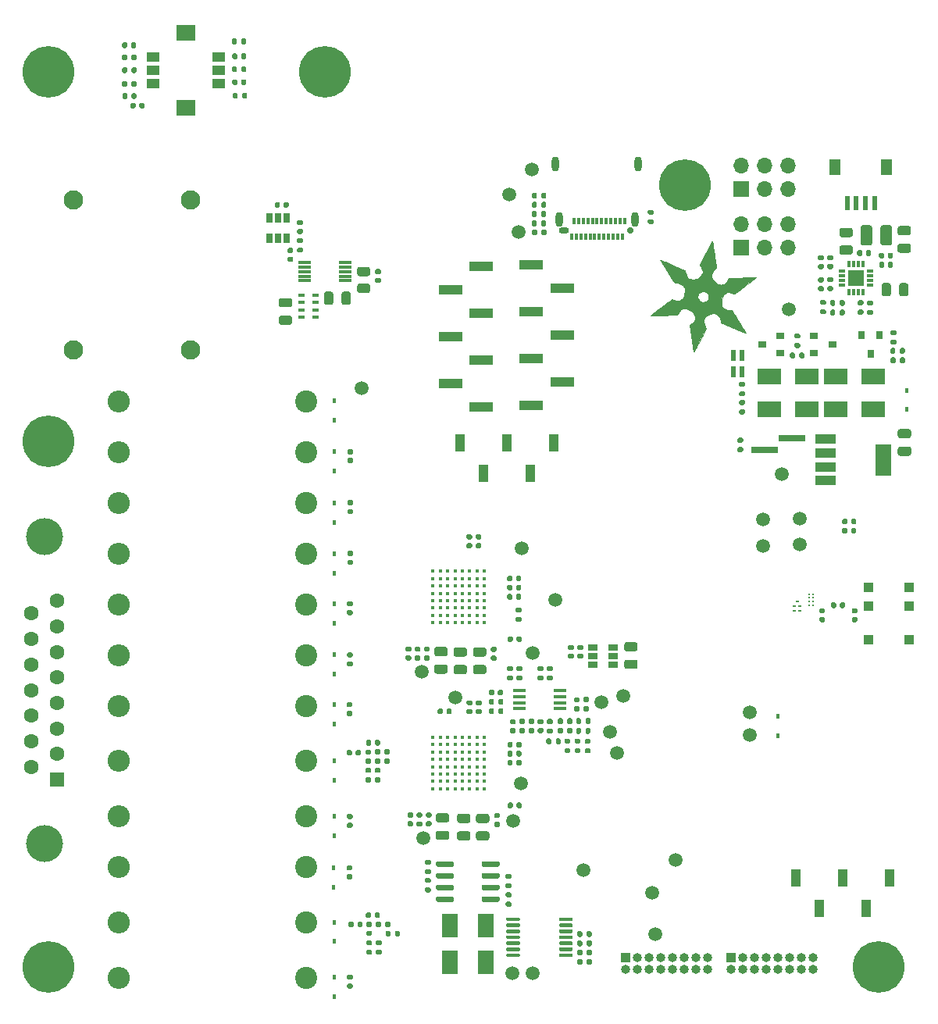
<source format=gbr>
%TF.GenerationSoftware,KiCad,Pcbnew,(5.1.9)-1*%
%TF.CreationDate,2021-07-25T18:06:35+01:00*%
%TF.ProjectId,P205,50323035-2e6b-4696-9361-645f70636258,rev?*%
%TF.SameCoordinates,Original*%
%TF.FileFunction,Soldermask,Top*%
%TF.FilePolarity,Negative*%
%FSLAX46Y46*%
G04 Gerber Fmt 4.6, Leading zero omitted, Abs format (unit mm)*
G04 Created by KiCad (PCBNEW (5.1.9)-1) date 2021-07-25 18:06:36*
%MOMM*%
%LPD*%
G01*
G04 APERTURE LIST*
%ADD10C,0.010000*%
%ADD11R,1.760000X1.760000*%
%ADD12R,0.300000X0.800000*%
%ADD13R,0.800000X0.300000*%
%ADD14R,1.000000X1.000000*%
%ADD15R,1.400000X0.300000*%
%ADD16R,2.000000X1.800000*%
%ADD17R,1.350000X1.000000*%
%ADD18C,0.418000*%
%ADD19R,1.000000X1.900000*%
%ADD20C,2.100000*%
%ADD21O,2.400000X2.400000*%
%ADD22C,2.400000*%
%ADD23C,5.600000*%
%ADD24C,3.600000*%
%ADD25C,1.500000*%
%ADD26R,2.510000X1.000000*%
%ADD27C,0.600000*%
%ADD28C,0.100000*%
%ADD29R,1.200000X1.800000*%
%ADD30R,0.600000X1.550000*%
%ADD31R,0.325000X0.250000*%
%ADD32R,0.250000X0.200000*%
%ADD33R,0.650000X1.060000*%
%ADD34R,2.200000X1.000000*%
%ADD35R,1.800000X3.400000*%
%ADD36R,1.060000X0.650000*%
%ADD37R,1.450000X0.450000*%
%ADD38R,0.760000X0.430000*%
%ADD39R,0.800000X0.900000*%
%ADD40R,0.900000X0.800000*%
%ADD41O,1.700000X1.700000*%
%ADD42R,1.700000X1.700000*%
%ADD43O,1.000000X1.000000*%
%ADD44C,0.700000*%
%ADD45O,1.100000X0.700000*%
%ADD46O,0.800000X1.600000*%
%ADD47R,0.300000X0.700000*%
%ADD48C,4.000000*%
%ADD49C,1.600000*%
%ADD50R,1.600000X1.600000*%
%ADD51R,2.500000X1.800000*%
%ADD52R,0.600000X1.200000*%
%ADD53R,0.450000X0.600000*%
%ADD54R,1.800000X2.500000*%
%ADD55R,3.000000X0.650000*%
G04 APERTURE END LIST*
D10*
%TO.C,NT1*%
G36*
X225311102Y-49393265D02*
G01*
X225365073Y-49347744D01*
X225450279Y-49278291D01*
X225562212Y-49188433D01*
X225696367Y-49081703D01*
X225848235Y-48961628D01*
X226013308Y-48831739D01*
X226187079Y-48695564D01*
X226365042Y-48556636D01*
X226542686Y-48418483D01*
X226715507Y-48284633D01*
X226878996Y-48158619D01*
X227028645Y-48043968D01*
X227159948Y-47944212D01*
X227268395Y-47862879D01*
X227301701Y-47838253D01*
X227578886Y-47634375D01*
X227735938Y-47678117D01*
X227895016Y-47721912D01*
X228014220Y-47753121D01*
X228102405Y-47773516D01*
X228168428Y-47784868D01*
X228221141Y-47788950D01*
X228269399Y-47787535D01*
X228278830Y-47786789D01*
X228404723Y-47759583D01*
X228539740Y-47704355D01*
X228661227Y-47631658D01*
X228721832Y-47580417D01*
X228829017Y-47440198D01*
X228914750Y-47265026D01*
X228976606Y-47067051D01*
X229012163Y-46858417D01*
X229018999Y-46651274D01*
X228994690Y-46457770D01*
X228965725Y-46357558D01*
X228887931Y-46197693D01*
X228781650Y-46072485D01*
X228643238Y-45979708D01*
X228469054Y-45917132D01*
X228255456Y-45882532D01*
X228180103Y-45877109D01*
X227957551Y-45865071D01*
X227653414Y-45029460D01*
X227666410Y-45021019D01*
X227663535Y-45007756D01*
X227647651Y-44991289D01*
X227641831Y-44997636D01*
X227649284Y-45027002D01*
X227653414Y-45029460D01*
X227957551Y-45865071D01*
X227934574Y-45863828D01*
X227592983Y-44925314D01*
X227600574Y-44909036D01*
X227584296Y-44901446D01*
X227576705Y-44917724D01*
X227592983Y-44925314D01*
X227934574Y-45863828D01*
X227907001Y-45862337D01*
X227525678Y-44814660D01*
X227533269Y-44798383D01*
X227516991Y-44790792D01*
X227509401Y-44807070D01*
X227525678Y-44814660D01*
X227907001Y-45862337D01*
X227901746Y-45862052D01*
X227852404Y-45786598D01*
X227458374Y-44704007D01*
X227465964Y-44687729D01*
X227449686Y-44680139D01*
X227442096Y-44696416D01*
X227458374Y-44704007D01*
X227852404Y-45786598D01*
X227791444Y-45693375D01*
X227391069Y-44593353D01*
X227398659Y-44577075D01*
X227382382Y-44569485D01*
X227374791Y-44585763D01*
X227391069Y-44593353D01*
X227791444Y-45693375D01*
X227720322Y-45584613D01*
X227325577Y-44500060D01*
X227338574Y-44491619D01*
X227335698Y-44478356D01*
X227319814Y-44461888D01*
X227313994Y-44468236D01*
X227321447Y-44497602D01*
X227325577Y-44500060D01*
X227720322Y-45584613D01*
X227678212Y-45520216D01*
X227659018Y-45490446D01*
X227258273Y-44389407D01*
X227271269Y-44380966D01*
X227268393Y-44367702D01*
X227252509Y-44351235D01*
X227246689Y-44357582D01*
X227254143Y-44386948D01*
X227258273Y-44389407D01*
X227659018Y-45490446D01*
X227589428Y-45382508D01*
X227484282Y-45216349D01*
X227480416Y-45210156D01*
X227393350Y-44970944D01*
X227400941Y-44954667D01*
X227384663Y-44947076D01*
X227377073Y-44963354D01*
X227393350Y-44970944D01*
X227480416Y-45210156D01*
X227415595Y-45106327D01*
X227326046Y-44860291D01*
X227333636Y-44844013D01*
X227317358Y-44836423D01*
X227309768Y-44852700D01*
X227326046Y-44860291D01*
X227415595Y-45106327D01*
X227372308Y-45036988D01*
X227350373Y-45001394D01*
X227250053Y-44725769D01*
X227257644Y-44709491D01*
X227241366Y-44701901D01*
X227233776Y-44718178D01*
X227250053Y-44725769D01*
X227350373Y-45001394D01*
X227284344Y-44894247D01*
X227182749Y-44615115D01*
X227190339Y-44598838D01*
X227174061Y-44591247D01*
X227166471Y-44607525D01*
X227182749Y-44615115D01*
X227284344Y-44894247D01*
X227263041Y-44859677D01*
X227187321Y-44735087D01*
X227149770Y-44673036D01*
X227056827Y-44417676D01*
X227064417Y-44401398D01*
X227048139Y-44393808D01*
X227040549Y-44410086D01*
X227056827Y-44417676D01*
X227149770Y-44673036D01*
X227080605Y-44558746D01*
X226958659Y-44358207D01*
X226832874Y-44152147D01*
X226714645Y-43959242D01*
X226649283Y-43853060D01*
X226567782Y-43719567D01*
X226496888Y-43600770D01*
X226440472Y-43503383D01*
X226402410Y-43434122D01*
X226386576Y-43399702D01*
X226386466Y-43397456D01*
X226411230Y-43401018D01*
X226474393Y-43421906D01*
X226567804Y-43457105D01*
X226683311Y-43503605D01*
X226754676Y-43533488D01*
X226902557Y-43595874D01*
X227080597Y-43670417D01*
X227271922Y-43750085D01*
X227459654Y-43827844D01*
X227575868Y-43875719D01*
X227754211Y-43949378D01*
X227961084Y-44035450D01*
X228178324Y-44126339D01*
X228387767Y-44214449D01*
X228539565Y-44278710D01*
X229042416Y-44492369D01*
X229070292Y-44603858D01*
X229123289Y-44807709D01*
X229170798Y-44968714D01*
X229216368Y-45094016D01*
X229263546Y-45190759D01*
X229315880Y-45266088D01*
X229376916Y-45327146D01*
X229450203Y-45381076D01*
X229459095Y-45386836D01*
X229615317Y-45458562D01*
X229797096Y-45494070D01*
X229994230Y-45493222D01*
X230196513Y-45455881D01*
X230356727Y-45398966D01*
X230559368Y-45289907D01*
X230724119Y-45158967D01*
X230847476Y-45009899D01*
X230925939Y-44846460D01*
X230946089Y-44766955D01*
X230956831Y-44693818D01*
X230956589Y-44630696D01*
X230942922Y-44561159D01*
X230913386Y-44468781D01*
X230893506Y-44413290D01*
X230847306Y-44292843D01*
X230796003Y-44169060D01*
X230749382Y-44065383D01*
X230741703Y-44049575D01*
X230668086Y-43900674D01*
X230923810Y-43398808D01*
X231015351Y-43219657D01*
X231122194Y-43011368D01*
X231236156Y-42789846D01*
X231349052Y-42570998D01*
X231452696Y-42370730D01*
X231471492Y-42334504D01*
X231559356Y-42165212D01*
X231646230Y-41997778D01*
X231727193Y-41841693D01*
X231797322Y-41706445D01*
X231851695Y-41601525D01*
X231873266Y-41559865D01*
X231922230Y-41468965D01*
X231963512Y-41399169D01*
X231991284Y-41359991D01*
X231998781Y-41354981D01*
X232007059Y-41381174D01*
X232021088Y-41450051D01*
X232039528Y-41553991D01*
X232061044Y-41685376D01*
X232084298Y-41836586D01*
X232089635Y-41872568D01*
X232117944Y-42063404D01*
X232151299Y-42286052D01*
X232186926Y-42522131D01*
X232222050Y-42753257D01*
X232253536Y-42958711D01*
X232282438Y-43150273D01*
X232311402Y-43349444D01*
X232338501Y-43542430D01*
X232361802Y-43715435D01*
X232379375Y-43854665D01*
X232381880Y-43875926D01*
X232421478Y-44217265D01*
X232218149Y-44407510D01*
X232061477Y-44573361D01*
X231953419Y-44734089D01*
X231892624Y-44893730D01*
X231889941Y-44923031D01*
X231288122Y-43269547D01*
X231340178Y-43171211D01*
X231375877Y-43100568D01*
X231388144Y-43066147D01*
X231379595Y-43060560D01*
X231379329Y-43060655D01*
X231366177Y-43083538D01*
X231341791Y-43138013D01*
X231338204Y-43146659D01*
X231245306Y-42891425D01*
X231255509Y-42880998D01*
X231267950Y-42861370D01*
X231292377Y-42813026D01*
X231286557Y-42797535D01*
X231282225Y-42798666D01*
X231268238Y-42822229D01*
X231255659Y-42855639D01*
X231245306Y-42891425D01*
X231338204Y-43146659D01*
X231329991Y-43166460D01*
X231288122Y-43269547D01*
X231889941Y-44923031D01*
X231877738Y-45056316D01*
X231907408Y-45225881D01*
X231925382Y-45280331D01*
X232008047Y-45446184D01*
X232128885Y-45606913D01*
X232278231Y-45754769D01*
X232446422Y-45882006D01*
X232623792Y-45980873D01*
X232800676Y-46043622D01*
X232898253Y-46060323D01*
X233025794Y-46055607D01*
X233168043Y-46024632D01*
X233300865Y-45973876D01*
X233370266Y-45933658D01*
X233408808Y-45904269D01*
X233446152Y-45869152D01*
X233487942Y-45821254D01*
X233539822Y-45753528D01*
X233607437Y-45658923D01*
X233696429Y-45530389D01*
X233716292Y-45501446D01*
X233808485Y-45366987D01*
X234151920Y-45345126D01*
X234275403Y-45337996D01*
X234430284Y-45330211D01*
X234610841Y-45321965D01*
X234811357Y-45313454D01*
X235026108Y-45304870D01*
X235249376Y-45296406D01*
X235475439Y-45288260D01*
X235698578Y-45280621D01*
X235913072Y-45273686D01*
X236113201Y-45267648D01*
X236293244Y-45262701D01*
X236447481Y-45259038D01*
X236570192Y-45256855D01*
X236655656Y-45256345D01*
X236698153Y-45257701D01*
X236701835Y-45258688D01*
X236683508Y-45276729D01*
X236628950Y-45322859D01*
X236542028Y-45393980D01*
X236426606Y-45486990D01*
X236286553Y-45598792D01*
X236125735Y-45726284D01*
X235948019Y-45866366D01*
X235757271Y-46015941D01*
X235754989Y-46017726D01*
X235555813Y-46173177D01*
X235507603Y-46210647D01*
X235202460Y-45372275D01*
X235218928Y-45356392D01*
X235212581Y-45350571D01*
X235183215Y-45358025D01*
X235180756Y-45362155D01*
X235189197Y-45375151D01*
X235202460Y-45372275D01*
X235507603Y-46210647D01*
X235362414Y-46323494D01*
X235286300Y-46382402D01*
X234995281Y-45582832D01*
X235002871Y-45566555D01*
X234986594Y-45558964D01*
X234979003Y-45575242D01*
X234995281Y-45582832D01*
X235286300Y-46382402D01*
X235179789Y-46464837D01*
X235064743Y-46553458D01*
X234640417Y-45387631D01*
X234656885Y-45371748D01*
X234650537Y-45365928D01*
X234621172Y-45373381D01*
X234618713Y-45377511D01*
X234627154Y-45390508D01*
X234640417Y-45387631D01*
X235064743Y-46553458D01*
X235012931Y-46593369D01*
X234990826Y-46610297D01*
X234548191Y-45394168D01*
X234555782Y-45377891D01*
X234539504Y-45370300D01*
X234531913Y-45386578D01*
X234548191Y-45394168D01*
X234990826Y-46610297D01*
X234927411Y-46658860D01*
X234467899Y-45396362D01*
X234475490Y-45380084D01*
X234459212Y-45372494D01*
X234451621Y-45388772D01*
X234467899Y-45396362D01*
X234927411Y-46658860D01*
X234866838Y-46705249D01*
X234863991Y-46707409D01*
X234387607Y-45398556D01*
X234395198Y-45382278D01*
X234378920Y-45374688D01*
X234371330Y-45390965D01*
X234387607Y-45398556D01*
X234863991Y-46707409D01*
X234779285Y-46771740D01*
X234352946Y-45600382D01*
X234360536Y-45584105D01*
X234344258Y-45576514D01*
X234336668Y-45592792D01*
X234352946Y-45600382D01*
X234779285Y-46771740D01*
X234746503Y-46796637D01*
X234715660Y-46819725D01*
X234272654Y-45602576D01*
X234280244Y-45586298D01*
X234263967Y-45578708D01*
X234256376Y-45594986D01*
X234272654Y-45602576D01*
X234715660Y-46819725D01*
X234656923Y-46863694D01*
X234651900Y-46867340D01*
X234192362Y-45604770D01*
X234199952Y-45588492D01*
X234183675Y-45580902D01*
X234176084Y-45597179D01*
X234192362Y-45604770D01*
X234651900Y-46867340D01*
X234609138Y-46898383D01*
X234415369Y-47034388D01*
X234294348Y-46998944D01*
X234102272Y-46945033D01*
X233948731Y-46908530D01*
X233824720Y-46888945D01*
X233721230Y-46885788D01*
X233629253Y-46898571D01*
X233539785Y-46926804D01*
X233475956Y-46954497D01*
X233323463Y-47053641D01*
X233195396Y-47194794D01*
X233093836Y-47374334D01*
X233020869Y-47588647D01*
X232980648Y-47814604D01*
X232969361Y-47940197D01*
X232969382Y-48037904D01*
X232982430Y-48129725D01*
X233010222Y-48237660D01*
X233014941Y-48253795D01*
X233049689Y-48363558D01*
X233081995Y-48440537D01*
X233120511Y-48501521D01*
X233173886Y-48563299D01*
X233175038Y-48564523D01*
X233299026Y-48667239D01*
X233451468Y-48739633D01*
X233637943Y-48783709D01*
X233832001Y-48800571D01*
X234088700Y-48809560D01*
X234289531Y-49119375D01*
X234348835Y-49212178D01*
X234430154Y-49341379D01*
X234529136Y-49499958D01*
X234641423Y-49680895D01*
X234762658Y-49877169D01*
X234888486Y-50081761D01*
X235014553Y-50287649D01*
X235023766Y-50302735D01*
X235141258Y-50495051D01*
X235251456Y-50675238D01*
X235351331Y-50838359D01*
X235437854Y-50979477D01*
X235507999Y-51093652D01*
X235558734Y-51175946D01*
X235587032Y-51221422D01*
X235590904Y-51227466D01*
X235607671Y-51266666D01*
X235597807Y-51279014D01*
X235567203Y-51269545D01*
X235495454Y-51242461D01*
X235388137Y-51200089D01*
X235250830Y-51144748D01*
X235089112Y-51078761D01*
X234908561Y-51004453D01*
X234714756Y-50924144D01*
X234513277Y-50840158D01*
X234309700Y-50754816D01*
X234109605Y-50670442D01*
X233918569Y-50589357D01*
X233782694Y-50531223D01*
X231195551Y-43423106D01*
X231205754Y-43412680D01*
X231218196Y-43393052D01*
X231242622Y-43344708D01*
X231236802Y-43329216D01*
X231232471Y-43330348D01*
X231218483Y-43353911D01*
X231205904Y-43387320D01*
X231195551Y-43423106D01*
X233782694Y-50531223D01*
X233742173Y-50513886D01*
X233702334Y-50496658D01*
X231062427Y-43243573D01*
X231114483Y-43145236D01*
X231150182Y-43074593D01*
X231162449Y-43040173D01*
X231153901Y-43034586D01*
X231153634Y-43034681D01*
X231140482Y-43057564D01*
X231116096Y-43112039D01*
X231104296Y-43140486D01*
X231062427Y-43243573D01*
X233702334Y-50496658D01*
X233622136Y-50461978D01*
X233603789Y-50411569D01*
X233580172Y-50395441D01*
X233523796Y-50366343D01*
X233470041Y-50341157D01*
X233400764Y-50311447D01*
X233359160Y-50296442D01*
X230997491Y-43807810D01*
X231042068Y-43726056D01*
X231074966Y-43661255D01*
X231082207Y-43632967D01*
X231073212Y-43631584D01*
X231059851Y-43654580D01*
X231036787Y-43707734D01*
X231031465Y-43721112D01*
X230997491Y-43807810D01*
X233359160Y-50296442D01*
X233355572Y-50295147D01*
X233344980Y-50294615D01*
X233368596Y-50310743D01*
X233424972Y-50339842D01*
X233478728Y-50365026D01*
X233548004Y-50394738D01*
X233593196Y-50411037D01*
X233603789Y-50411569D01*
X233507395Y-50146730D01*
X233483330Y-50129419D01*
X233439591Y-50108969D01*
X233394982Y-50093990D01*
X233380475Y-50095077D01*
X233404539Y-50112389D01*
X233448278Y-50132837D01*
X233492887Y-50147818D01*
X233507395Y-50146730D01*
X233603789Y-50411569D01*
X233622136Y-50461978D01*
X233585994Y-50446348D01*
X233455609Y-50389067D01*
X233395270Y-50362033D01*
X233283943Y-50312579D01*
X230856388Y-43642926D01*
X230908444Y-43544590D01*
X230944143Y-43473947D01*
X230956410Y-43439526D01*
X230947862Y-43433939D01*
X230947595Y-43434034D01*
X230934444Y-43456917D01*
X230910057Y-43511392D01*
X230898257Y-43539839D01*
X230856388Y-43642926D01*
X233283943Y-50312579D01*
X233262047Y-50302851D01*
X233144297Y-50252641D01*
X233049983Y-50214629D01*
X232987070Y-50192043D01*
X232964279Y-50187363D01*
X232946217Y-50169863D01*
X232923579Y-50104857D01*
X232895912Y-49990978D01*
X232890177Y-49964306D01*
X232847885Y-49781058D01*
X232805344Y-49638943D01*
X232757609Y-49528515D01*
X232699735Y-49440323D01*
X232626777Y-49364919D01*
X232541680Y-49298433D01*
X232393672Y-49222637D01*
X232218671Y-49182164D01*
X232026403Y-49177236D01*
X231826601Y-49208077D01*
X231694305Y-49252819D01*
X231204991Y-47908439D01*
X231338133Y-47847775D01*
X231434408Y-47771060D01*
X231507630Y-47665669D01*
X231536877Y-47605214D01*
X231581871Y-47445773D01*
X231582936Y-47281578D01*
X231542041Y-47124415D01*
X231461154Y-46986071D01*
X231427069Y-46947623D01*
X231302664Y-46853848D01*
X231159071Y-46799215D01*
X231005784Y-46782066D01*
X230852299Y-46800743D01*
X230708112Y-46853586D01*
X230582715Y-46938939D01*
X230485605Y-47055143D01*
X230453409Y-47117653D01*
X230415235Y-47267137D01*
X230419631Y-47423716D01*
X230462509Y-47576130D01*
X230539785Y-47713120D01*
X230647373Y-47823427D01*
X230727705Y-47873575D01*
X230894211Y-47932823D01*
X231055985Y-47942651D01*
X231204991Y-47908439D01*
X231694305Y-49252819D01*
X231628992Y-49274907D01*
X231623255Y-49277446D01*
X231421915Y-49387860D01*
X231262357Y-49519259D01*
X231146125Y-49668319D01*
X231074761Y-49831715D01*
X231049812Y-50006123D01*
X231072819Y-50188219D01*
X231128956Y-50341794D01*
X231179943Y-50450091D01*
X231234141Y-50566415D01*
X231263754Y-50630608D01*
X231327485Y-50769592D01*
X231056406Y-51304592D01*
X230964800Y-51484649D01*
X230857078Y-51695185D01*
X230740705Y-51921685D01*
X230623146Y-52149634D01*
X230512160Y-52363949D01*
X229809885Y-50434465D01*
X229822882Y-50426024D01*
X229820006Y-50412761D01*
X229793944Y-50341156D01*
X229810412Y-50325273D01*
X229804065Y-50319453D01*
X229774699Y-50326906D01*
X229772240Y-50331036D01*
X229780681Y-50344033D01*
X229793944Y-50341156D01*
X229820006Y-50412761D01*
X229804122Y-50396293D01*
X229798302Y-50402641D01*
X229805755Y-50432007D01*
X229809885Y-50434465D01*
X230512160Y-52363949D01*
X230511867Y-52364516D01*
X230498911Y-52389434D01*
X229827641Y-50545133D01*
X229835231Y-50528855D01*
X229818953Y-50521265D01*
X229811363Y-50537542D01*
X229827641Y-50545133D01*
X230498911Y-52389434D01*
X230483011Y-52420014D01*
X229847209Y-50673161D01*
X229854799Y-50656883D01*
X229838522Y-50649293D01*
X229742961Y-50386743D01*
X229750552Y-50370465D01*
X229734274Y-50362875D01*
X229726684Y-50379152D01*
X229742961Y-50386743D01*
X229838522Y-50649293D01*
X229830931Y-50665571D01*
X229847209Y-50673161D01*
X230483011Y-52420014D01*
X230464462Y-52455693D01*
X229859903Y-50794682D01*
X229872900Y-50786241D01*
X229870024Y-50772977D01*
X229854140Y-50756510D01*
X229848320Y-50762857D01*
X229855773Y-50792223D01*
X229859903Y-50794682D01*
X230464462Y-52455693D01*
X230459162Y-52465886D01*
X230448559Y-52486264D01*
X229879472Y-50922710D01*
X229892468Y-50914269D01*
X229889593Y-50901006D01*
X229873708Y-50884538D01*
X229871114Y-50887367D01*
X229703912Y-50427986D01*
X229711503Y-50411708D01*
X229695225Y-50404117D01*
X229687634Y-50420395D01*
X229703912Y-50427986D01*
X229871114Y-50887367D01*
X229867888Y-50890886D01*
X229875342Y-50920252D01*
X229879472Y-50922710D01*
X230448559Y-52486264D01*
X230403494Y-52572865D01*
X229640995Y-50477916D01*
X229648585Y-50461638D01*
X229632308Y-50454047D01*
X229624717Y-50470325D01*
X229640995Y-50477916D01*
X230403494Y-52572865D01*
X230384938Y-52608526D01*
X229949058Y-51410955D01*
X229962054Y-51402514D01*
X229959179Y-51389251D01*
X229943295Y-51372783D01*
X229940700Y-51375612D01*
X229660563Y-50605944D01*
X229668154Y-50589666D01*
X229651876Y-50582076D01*
X229644286Y-50598354D01*
X229660563Y-50605944D01*
X229940700Y-51375612D01*
X229937475Y-51379131D01*
X229944928Y-51408496D01*
X229949058Y-51410955D01*
X230384938Y-52608526D01*
X230371684Y-52633997D01*
X229975500Y-51545491D01*
X229983091Y-51529213D01*
X229966813Y-51521623D01*
X229959223Y-51537900D01*
X229975500Y-51545491D01*
X230371684Y-52633997D01*
X230370605Y-52636072D01*
X230339894Y-52695185D01*
X229693206Y-50918424D01*
X229700797Y-50902146D01*
X229684519Y-50894556D01*
X229676929Y-50910834D01*
X229693206Y-50918424D01*
X230339894Y-52695185D01*
X230286835Y-52797320D01*
X230260441Y-52848212D01*
X229782361Y-51534697D01*
X229789951Y-51518420D01*
X229773674Y-51510829D01*
X229766083Y-51527107D01*
X229782361Y-51534697D01*
X230260441Y-52848212D01*
X230244558Y-52878839D01*
X229801929Y-51662726D01*
X229809520Y-51646448D01*
X229793242Y-51638857D01*
X229785652Y-51655135D01*
X229801929Y-51662726D01*
X230244558Y-52878839D01*
X230211593Y-52942407D01*
X230148621Y-53064112D01*
X230101659Y-53155215D01*
X230074458Y-53208475D01*
X230038910Y-53272991D01*
X230011310Y-53312176D01*
X230001780Y-53318158D01*
X229995749Y-53292772D01*
X229983271Y-53222711D01*
X229965190Y-53113571D01*
X229942347Y-52970950D01*
X229915587Y-52800444D01*
X229885756Y-52607652D01*
X229853694Y-52398173D01*
X229820246Y-52177603D01*
X229786257Y-51951538D01*
X229752569Y-51725579D01*
X229720026Y-51505320D01*
X229689472Y-51296363D01*
X229661749Y-51104302D01*
X229637704Y-50934735D01*
X229618177Y-50793261D01*
X229604014Y-50685476D01*
X229599773Y-50650802D01*
X229576363Y-50452297D01*
X229766537Y-50281030D01*
X229922170Y-50122888D01*
X230030917Y-49969496D01*
X230095756Y-49815897D01*
X230117378Y-49697379D01*
X230107734Y-49522029D01*
X230050632Y-49342765D01*
X229948606Y-49164699D01*
X229804189Y-48992945D01*
X229736194Y-48928121D01*
X229552685Y-48787631D01*
X229362334Y-48687453D01*
X229171372Y-48629646D01*
X228986026Y-48616267D01*
X228854049Y-48636733D01*
X228757441Y-48667357D01*
X228673286Y-48707577D01*
X228594990Y-48763571D01*
X228515952Y-48841518D01*
X228429576Y-48947598D01*
X228329265Y-49087990D01*
X228255784Y-49197079D01*
X228185949Y-49302266D01*
X227989560Y-49319677D01*
X227914003Y-49325037D01*
X227799707Y-49331358D01*
X227652345Y-49338451D01*
X227477588Y-49346120D01*
X227281109Y-49354173D01*
X227068581Y-49362417D01*
X226845677Y-49370661D01*
X226832477Y-49371128D01*
X226526372Y-48530112D01*
X226533963Y-48513835D01*
X226517685Y-48506244D01*
X226510095Y-48522522D01*
X226526372Y-48530112D01*
X226832477Y-49371128D01*
X226739074Y-49374432D01*
X226451521Y-48584386D01*
X226467989Y-48568503D01*
X226461641Y-48562683D01*
X226432275Y-48570136D01*
X226429817Y-48574266D01*
X226438258Y-48587263D01*
X226451521Y-48584386D01*
X226739074Y-49374432D01*
X226618069Y-49378711D01*
X226391430Y-49386373D01*
X226171433Y-49393457D01*
X225963749Y-49399767D01*
X225774053Y-49405113D01*
X225608015Y-49409301D01*
X225471309Y-49412138D01*
X225369608Y-49413432D01*
X225308583Y-49412989D01*
X225292875Y-49411323D01*
X225311102Y-49393265D01*
G37*
X225311102Y-49393265D02*
X225365073Y-49347744D01*
X225450279Y-49278291D01*
X225562212Y-49188433D01*
X225696367Y-49081703D01*
X225848235Y-48961628D01*
X226013308Y-48831739D01*
X226187079Y-48695564D01*
X226365042Y-48556636D01*
X226542686Y-48418483D01*
X226715507Y-48284633D01*
X226878996Y-48158619D01*
X227028645Y-48043968D01*
X227159948Y-47944212D01*
X227268395Y-47862879D01*
X227301701Y-47838253D01*
X227578886Y-47634375D01*
X227735938Y-47678117D01*
X227895016Y-47721912D01*
X228014220Y-47753121D01*
X228102405Y-47773516D01*
X228168428Y-47784868D01*
X228221141Y-47788950D01*
X228269399Y-47787535D01*
X228278830Y-47786789D01*
X228404723Y-47759583D01*
X228539740Y-47704355D01*
X228661227Y-47631658D01*
X228721832Y-47580417D01*
X228829017Y-47440198D01*
X228914750Y-47265026D01*
X228976606Y-47067051D01*
X229012163Y-46858417D01*
X229018999Y-46651274D01*
X228994690Y-46457770D01*
X228965725Y-46357558D01*
X228887931Y-46197693D01*
X228781650Y-46072485D01*
X228643238Y-45979708D01*
X228469054Y-45917132D01*
X228255456Y-45882532D01*
X228180103Y-45877109D01*
X227957551Y-45865071D01*
X227653414Y-45029460D01*
X227666410Y-45021019D01*
X227663535Y-45007756D01*
X227647651Y-44991289D01*
X227641831Y-44997636D01*
X227649284Y-45027002D01*
X227653414Y-45029460D01*
X227957551Y-45865071D01*
X227934574Y-45863828D01*
X227592983Y-44925314D01*
X227600574Y-44909036D01*
X227584296Y-44901446D01*
X227576705Y-44917724D01*
X227592983Y-44925314D01*
X227934574Y-45863828D01*
X227907001Y-45862337D01*
X227525678Y-44814660D01*
X227533269Y-44798383D01*
X227516991Y-44790792D01*
X227509401Y-44807070D01*
X227525678Y-44814660D01*
X227907001Y-45862337D01*
X227901746Y-45862052D01*
X227852404Y-45786598D01*
X227458374Y-44704007D01*
X227465964Y-44687729D01*
X227449686Y-44680139D01*
X227442096Y-44696416D01*
X227458374Y-44704007D01*
X227852404Y-45786598D01*
X227791444Y-45693375D01*
X227391069Y-44593353D01*
X227398659Y-44577075D01*
X227382382Y-44569485D01*
X227374791Y-44585763D01*
X227391069Y-44593353D01*
X227791444Y-45693375D01*
X227720322Y-45584613D01*
X227325577Y-44500060D01*
X227338574Y-44491619D01*
X227335698Y-44478356D01*
X227319814Y-44461888D01*
X227313994Y-44468236D01*
X227321447Y-44497602D01*
X227325577Y-44500060D01*
X227720322Y-45584613D01*
X227678212Y-45520216D01*
X227659018Y-45490446D01*
X227258273Y-44389407D01*
X227271269Y-44380966D01*
X227268393Y-44367702D01*
X227252509Y-44351235D01*
X227246689Y-44357582D01*
X227254143Y-44386948D01*
X227258273Y-44389407D01*
X227659018Y-45490446D01*
X227589428Y-45382508D01*
X227484282Y-45216349D01*
X227480416Y-45210156D01*
X227393350Y-44970944D01*
X227400941Y-44954667D01*
X227384663Y-44947076D01*
X227377073Y-44963354D01*
X227393350Y-44970944D01*
X227480416Y-45210156D01*
X227415595Y-45106327D01*
X227326046Y-44860291D01*
X227333636Y-44844013D01*
X227317358Y-44836423D01*
X227309768Y-44852700D01*
X227326046Y-44860291D01*
X227415595Y-45106327D01*
X227372308Y-45036988D01*
X227350373Y-45001394D01*
X227250053Y-44725769D01*
X227257644Y-44709491D01*
X227241366Y-44701901D01*
X227233776Y-44718178D01*
X227250053Y-44725769D01*
X227350373Y-45001394D01*
X227284344Y-44894247D01*
X227182749Y-44615115D01*
X227190339Y-44598838D01*
X227174061Y-44591247D01*
X227166471Y-44607525D01*
X227182749Y-44615115D01*
X227284344Y-44894247D01*
X227263041Y-44859677D01*
X227187321Y-44735087D01*
X227149770Y-44673036D01*
X227056827Y-44417676D01*
X227064417Y-44401398D01*
X227048139Y-44393808D01*
X227040549Y-44410086D01*
X227056827Y-44417676D01*
X227149770Y-44673036D01*
X227080605Y-44558746D01*
X226958659Y-44358207D01*
X226832874Y-44152147D01*
X226714645Y-43959242D01*
X226649283Y-43853060D01*
X226567782Y-43719567D01*
X226496888Y-43600770D01*
X226440472Y-43503383D01*
X226402410Y-43434122D01*
X226386576Y-43399702D01*
X226386466Y-43397456D01*
X226411230Y-43401018D01*
X226474393Y-43421906D01*
X226567804Y-43457105D01*
X226683311Y-43503605D01*
X226754676Y-43533488D01*
X226902557Y-43595874D01*
X227080597Y-43670417D01*
X227271922Y-43750085D01*
X227459654Y-43827844D01*
X227575868Y-43875719D01*
X227754211Y-43949378D01*
X227961084Y-44035450D01*
X228178324Y-44126339D01*
X228387767Y-44214449D01*
X228539565Y-44278710D01*
X229042416Y-44492369D01*
X229070292Y-44603858D01*
X229123289Y-44807709D01*
X229170798Y-44968714D01*
X229216368Y-45094016D01*
X229263546Y-45190759D01*
X229315880Y-45266088D01*
X229376916Y-45327146D01*
X229450203Y-45381076D01*
X229459095Y-45386836D01*
X229615317Y-45458562D01*
X229797096Y-45494070D01*
X229994230Y-45493222D01*
X230196513Y-45455881D01*
X230356727Y-45398966D01*
X230559368Y-45289907D01*
X230724119Y-45158967D01*
X230847476Y-45009899D01*
X230925939Y-44846460D01*
X230946089Y-44766955D01*
X230956831Y-44693818D01*
X230956589Y-44630696D01*
X230942922Y-44561159D01*
X230913386Y-44468781D01*
X230893506Y-44413290D01*
X230847306Y-44292843D01*
X230796003Y-44169060D01*
X230749382Y-44065383D01*
X230741703Y-44049575D01*
X230668086Y-43900674D01*
X230923810Y-43398808D01*
X231015351Y-43219657D01*
X231122194Y-43011368D01*
X231236156Y-42789846D01*
X231349052Y-42570998D01*
X231452696Y-42370730D01*
X231471492Y-42334504D01*
X231559356Y-42165212D01*
X231646230Y-41997778D01*
X231727193Y-41841693D01*
X231797322Y-41706445D01*
X231851695Y-41601525D01*
X231873266Y-41559865D01*
X231922230Y-41468965D01*
X231963512Y-41399169D01*
X231991284Y-41359991D01*
X231998781Y-41354981D01*
X232007059Y-41381174D01*
X232021088Y-41450051D01*
X232039528Y-41553991D01*
X232061044Y-41685376D01*
X232084298Y-41836586D01*
X232089635Y-41872568D01*
X232117944Y-42063404D01*
X232151299Y-42286052D01*
X232186926Y-42522131D01*
X232222050Y-42753257D01*
X232253536Y-42958711D01*
X232282438Y-43150273D01*
X232311402Y-43349444D01*
X232338501Y-43542430D01*
X232361802Y-43715435D01*
X232379375Y-43854665D01*
X232381880Y-43875926D01*
X232421478Y-44217265D01*
X232218149Y-44407510D01*
X232061477Y-44573361D01*
X231953419Y-44734089D01*
X231892624Y-44893730D01*
X231889941Y-44923031D01*
X231288122Y-43269547D01*
X231340178Y-43171211D01*
X231375877Y-43100568D01*
X231388144Y-43066147D01*
X231379595Y-43060560D01*
X231379329Y-43060655D01*
X231366177Y-43083538D01*
X231341791Y-43138013D01*
X231338204Y-43146659D01*
X231245306Y-42891425D01*
X231255509Y-42880998D01*
X231267950Y-42861370D01*
X231292377Y-42813026D01*
X231286557Y-42797535D01*
X231282225Y-42798666D01*
X231268238Y-42822229D01*
X231255659Y-42855639D01*
X231245306Y-42891425D01*
X231338204Y-43146659D01*
X231329991Y-43166460D01*
X231288122Y-43269547D01*
X231889941Y-44923031D01*
X231877738Y-45056316D01*
X231907408Y-45225881D01*
X231925382Y-45280331D01*
X232008047Y-45446184D01*
X232128885Y-45606913D01*
X232278231Y-45754769D01*
X232446422Y-45882006D01*
X232623792Y-45980873D01*
X232800676Y-46043622D01*
X232898253Y-46060323D01*
X233025794Y-46055607D01*
X233168043Y-46024632D01*
X233300865Y-45973876D01*
X233370266Y-45933658D01*
X233408808Y-45904269D01*
X233446152Y-45869152D01*
X233487942Y-45821254D01*
X233539822Y-45753528D01*
X233607437Y-45658923D01*
X233696429Y-45530389D01*
X233716292Y-45501446D01*
X233808485Y-45366987D01*
X234151920Y-45345126D01*
X234275403Y-45337996D01*
X234430284Y-45330211D01*
X234610841Y-45321965D01*
X234811357Y-45313454D01*
X235026108Y-45304870D01*
X235249376Y-45296406D01*
X235475439Y-45288260D01*
X235698578Y-45280621D01*
X235913072Y-45273686D01*
X236113201Y-45267648D01*
X236293244Y-45262701D01*
X236447481Y-45259038D01*
X236570192Y-45256855D01*
X236655656Y-45256345D01*
X236698153Y-45257701D01*
X236701835Y-45258688D01*
X236683508Y-45276729D01*
X236628950Y-45322859D01*
X236542028Y-45393980D01*
X236426606Y-45486990D01*
X236286553Y-45598792D01*
X236125735Y-45726284D01*
X235948019Y-45866366D01*
X235757271Y-46015941D01*
X235754989Y-46017726D01*
X235555813Y-46173177D01*
X235507603Y-46210647D01*
X235202460Y-45372275D01*
X235218928Y-45356392D01*
X235212581Y-45350571D01*
X235183215Y-45358025D01*
X235180756Y-45362155D01*
X235189197Y-45375151D01*
X235202460Y-45372275D01*
X235507603Y-46210647D01*
X235362414Y-46323494D01*
X235286300Y-46382402D01*
X234995281Y-45582832D01*
X235002871Y-45566555D01*
X234986594Y-45558964D01*
X234979003Y-45575242D01*
X234995281Y-45582832D01*
X235286300Y-46382402D01*
X235179789Y-46464837D01*
X235064743Y-46553458D01*
X234640417Y-45387631D01*
X234656885Y-45371748D01*
X234650537Y-45365928D01*
X234621172Y-45373381D01*
X234618713Y-45377511D01*
X234627154Y-45390508D01*
X234640417Y-45387631D01*
X235064743Y-46553458D01*
X235012931Y-46593369D01*
X234990826Y-46610297D01*
X234548191Y-45394168D01*
X234555782Y-45377891D01*
X234539504Y-45370300D01*
X234531913Y-45386578D01*
X234548191Y-45394168D01*
X234990826Y-46610297D01*
X234927411Y-46658860D01*
X234467899Y-45396362D01*
X234475490Y-45380084D01*
X234459212Y-45372494D01*
X234451621Y-45388772D01*
X234467899Y-45396362D01*
X234927411Y-46658860D01*
X234866838Y-46705249D01*
X234863991Y-46707409D01*
X234387607Y-45398556D01*
X234395198Y-45382278D01*
X234378920Y-45374688D01*
X234371330Y-45390965D01*
X234387607Y-45398556D01*
X234863991Y-46707409D01*
X234779285Y-46771740D01*
X234352946Y-45600382D01*
X234360536Y-45584105D01*
X234344258Y-45576514D01*
X234336668Y-45592792D01*
X234352946Y-45600382D01*
X234779285Y-46771740D01*
X234746503Y-46796637D01*
X234715660Y-46819725D01*
X234272654Y-45602576D01*
X234280244Y-45586298D01*
X234263967Y-45578708D01*
X234256376Y-45594986D01*
X234272654Y-45602576D01*
X234715660Y-46819725D01*
X234656923Y-46863694D01*
X234651900Y-46867340D01*
X234192362Y-45604770D01*
X234199952Y-45588492D01*
X234183675Y-45580902D01*
X234176084Y-45597179D01*
X234192362Y-45604770D01*
X234651900Y-46867340D01*
X234609138Y-46898383D01*
X234415369Y-47034388D01*
X234294348Y-46998944D01*
X234102272Y-46945033D01*
X233948731Y-46908530D01*
X233824720Y-46888945D01*
X233721230Y-46885788D01*
X233629253Y-46898571D01*
X233539785Y-46926804D01*
X233475956Y-46954497D01*
X233323463Y-47053641D01*
X233195396Y-47194794D01*
X233093836Y-47374334D01*
X233020869Y-47588647D01*
X232980648Y-47814604D01*
X232969361Y-47940197D01*
X232969382Y-48037904D01*
X232982430Y-48129725D01*
X233010222Y-48237660D01*
X233014941Y-48253795D01*
X233049689Y-48363558D01*
X233081995Y-48440537D01*
X233120511Y-48501521D01*
X233173886Y-48563299D01*
X233175038Y-48564523D01*
X233299026Y-48667239D01*
X233451468Y-48739633D01*
X233637943Y-48783709D01*
X233832001Y-48800571D01*
X234088700Y-48809560D01*
X234289531Y-49119375D01*
X234348835Y-49212178D01*
X234430154Y-49341379D01*
X234529136Y-49499958D01*
X234641423Y-49680895D01*
X234762658Y-49877169D01*
X234888486Y-50081761D01*
X235014553Y-50287649D01*
X235023766Y-50302735D01*
X235141258Y-50495051D01*
X235251456Y-50675238D01*
X235351331Y-50838359D01*
X235437854Y-50979477D01*
X235507999Y-51093652D01*
X235558734Y-51175946D01*
X235587032Y-51221422D01*
X235590904Y-51227466D01*
X235607671Y-51266666D01*
X235597807Y-51279014D01*
X235567203Y-51269545D01*
X235495454Y-51242461D01*
X235388137Y-51200089D01*
X235250830Y-51144748D01*
X235089112Y-51078761D01*
X234908561Y-51004453D01*
X234714756Y-50924144D01*
X234513277Y-50840158D01*
X234309700Y-50754816D01*
X234109605Y-50670442D01*
X233918569Y-50589357D01*
X233782694Y-50531223D01*
X231195551Y-43423106D01*
X231205754Y-43412680D01*
X231218196Y-43393052D01*
X231242622Y-43344708D01*
X231236802Y-43329216D01*
X231232471Y-43330348D01*
X231218483Y-43353911D01*
X231205904Y-43387320D01*
X231195551Y-43423106D01*
X233782694Y-50531223D01*
X233742173Y-50513886D01*
X233702334Y-50496658D01*
X231062427Y-43243573D01*
X231114483Y-43145236D01*
X231150182Y-43074593D01*
X231162449Y-43040173D01*
X231153901Y-43034586D01*
X231153634Y-43034681D01*
X231140482Y-43057564D01*
X231116096Y-43112039D01*
X231104296Y-43140486D01*
X231062427Y-43243573D01*
X233702334Y-50496658D01*
X233622136Y-50461978D01*
X233603789Y-50411569D01*
X233580172Y-50395441D01*
X233523796Y-50366343D01*
X233470041Y-50341157D01*
X233400764Y-50311447D01*
X233359160Y-50296442D01*
X230997491Y-43807810D01*
X231042068Y-43726056D01*
X231074966Y-43661255D01*
X231082207Y-43632967D01*
X231073212Y-43631584D01*
X231059851Y-43654580D01*
X231036787Y-43707734D01*
X231031465Y-43721112D01*
X230997491Y-43807810D01*
X233359160Y-50296442D01*
X233355572Y-50295147D01*
X233344980Y-50294615D01*
X233368596Y-50310743D01*
X233424972Y-50339842D01*
X233478728Y-50365026D01*
X233548004Y-50394738D01*
X233593196Y-50411037D01*
X233603789Y-50411569D01*
X233507395Y-50146730D01*
X233483330Y-50129419D01*
X233439591Y-50108969D01*
X233394982Y-50093990D01*
X233380475Y-50095077D01*
X233404539Y-50112389D01*
X233448278Y-50132837D01*
X233492887Y-50147818D01*
X233507395Y-50146730D01*
X233603789Y-50411569D01*
X233622136Y-50461978D01*
X233585994Y-50446348D01*
X233455609Y-50389067D01*
X233395270Y-50362033D01*
X233283943Y-50312579D01*
X230856388Y-43642926D01*
X230908444Y-43544590D01*
X230944143Y-43473947D01*
X230956410Y-43439526D01*
X230947862Y-43433939D01*
X230947595Y-43434034D01*
X230934444Y-43456917D01*
X230910057Y-43511392D01*
X230898257Y-43539839D01*
X230856388Y-43642926D01*
X233283943Y-50312579D01*
X233262047Y-50302851D01*
X233144297Y-50252641D01*
X233049983Y-50214629D01*
X232987070Y-50192043D01*
X232964279Y-50187363D01*
X232946217Y-50169863D01*
X232923579Y-50104857D01*
X232895912Y-49990978D01*
X232890177Y-49964306D01*
X232847885Y-49781058D01*
X232805344Y-49638943D01*
X232757609Y-49528515D01*
X232699735Y-49440323D01*
X232626777Y-49364919D01*
X232541680Y-49298433D01*
X232393672Y-49222637D01*
X232218671Y-49182164D01*
X232026403Y-49177236D01*
X231826601Y-49208077D01*
X231694305Y-49252819D01*
X231204991Y-47908439D01*
X231338133Y-47847775D01*
X231434408Y-47771060D01*
X231507630Y-47665669D01*
X231536877Y-47605214D01*
X231581871Y-47445773D01*
X231582936Y-47281578D01*
X231542041Y-47124415D01*
X231461154Y-46986071D01*
X231427069Y-46947623D01*
X231302664Y-46853848D01*
X231159071Y-46799215D01*
X231005784Y-46782066D01*
X230852299Y-46800743D01*
X230708112Y-46853586D01*
X230582715Y-46938939D01*
X230485605Y-47055143D01*
X230453409Y-47117653D01*
X230415235Y-47267137D01*
X230419631Y-47423716D01*
X230462509Y-47576130D01*
X230539785Y-47713120D01*
X230647373Y-47823427D01*
X230727705Y-47873575D01*
X230894211Y-47932823D01*
X231055985Y-47942651D01*
X231204991Y-47908439D01*
X231694305Y-49252819D01*
X231628992Y-49274907D01*
X231623255Y-49277446D01*
X231421915Y-49387860D01*
X231262357Y-49519259D01*
X231146125Y-49668319D01*
X231074761Y-49831715D01*
X231049812Y-50006123D01*
X231072819Y-50188219D01*
X231128956Y-50341794D01*
X231179943Y-50450091D01*
X231234141Y-50566415D01*
X231263754Y-50630608D01*
X231327485Y-50769592D01*
X231056406Y-51304592D01*
X230964800Y-51484649D01*
X230857078Y-51695185D01*
X230740705Y-51921685D01*
X230623146Y-52149634D01*
X230512160Y-52363949D01*
X229809885Y-50434465D01*
X229822882Y-50426024D01*
X229820006Y-50412761D01*
X229793944Y-50341156D01*
X229810412Y-50325273D01*
X229804065Y-50319453D01*
X229774699Y-50326906D01*
X229772240Y-50331036D01*
X229780681Y-50344033D01*
X229793944Y-50341156D01*
X229820006Y-50412761D01*
X229804122Y-50396293D01*
X229798302Y-50402641D01*
X229805755Y-50432007D01*
X229809885Y-50434465D01*
X230512160Y-52363949D01*
X230511867Y-52364516D01*
X230498911Y-52389434D01*
X229827641Y-50545133D01*
X229835231Y-50528855D01*
X229818953Y-50521265D01*
X229811363Y-50537542D01*
X229827641Y-50545133D01*
X230498911Y-52389434D01*
X230483011Y-52420014D01*
X229847209Y-50673161D01*
X229854799Y-50656883D01*
X229838522Y-50649293D01*
X229742961Y-50386743D01*
X229750552Y-50370465D01*
X229734274Y-50362875D01*
X229726684Y-50379152D01*
X229742961Y-50386743D01*
X229838522Y-50649293D01*
X229830931Y-50665571D01*
X229847209Y-50673161D01*
X230483011Y-52420014D01*
X230464462Y-52455693D01*
X229859903Y-50794682D01*
X229872900Y-50786241D01*
X229870024Y-50772977D01*
X229854140Y-50756510D01*
X229848320Y-50762857D01*
X229855773Y-50792223D01*
X229859903Y-50794682D01*
X230464462Y-52455693D01*
X230459162Y-52465886D01*
X230448559Y-52486264D01*
X229879472Y-50922710D01*
X229892468Y-50914269D01*
X229889593Y-50901006D01*
X229873708Y-50884538D01*
X229871114Y-50887367D01*
X229703912Y-50427986D01*
X229711503Y-50411708D01*
X229695225Y-50404117D01*
X229687634Y-50420395D01*
X229703912Y-50427986D01*
X229871114Y-50887367D01*
X229867888Y-50890886D01*
X229875342Y-50920252D01*
X229879472Y-50922710D01*
X230448559Y-52486264D01*
X230403494Y-52572865D01*
X229640995Y-50477916D01*
X229648585Y-50461638D01*
X229632308Y-50454047D01*
X229624717Y-50470325D01*
X229640995Y-50477916D01*
X230403494Y-52572865D01*
X230384938Y-52608526D01*
X229949058Y-51410955D01*
X229962054Y-51402514D01*
X229959179Y-51389251D01*
X229943295Y-51372783D01*
X229940700Y-51375612D01*
X229660563Y-50605944D01*
X229668154Y-50589666D01*
X229651876Y-50582076D01*
X229644286Y-50598354D01*
X229660563Y-50605944D01*
X229940700Y-51375612D01*
X229937475Y-51379131D01*
X229944928Y-51408496D01*
X229949058Y-51410955D01*
X230384938Y-52608526D01*
X230371684Y-52633997D01*
X229975500Y-51545491D01*
X229983091Y-51529213D01*
X229966813Y-51521623D01*
X229959223Y-51537900D01*
X229975500Y-51545491D01*
X230371684Y-52633997D01*
X230370605Y-52636072D01*
X230339894Y-52695185D01*
X229693206Y-50918424D01*
X229700797Y-50902146D01*
X229684519Y-50894556D01*
X229676929Y-50910834D01*
X229693206Y-50918424D01*
X230339894Y-52695185D01*
X230286835Y-52797320D01*
X230260441Y-52848212D01*
X229782361Y-51534697D01*
X229789951Y-51518420D01*
X229773674Y-51510829D01*
X229766083Y-51527107D01*
X229782361Y-51534697D01*
X230260441Y-52848212D01*
X230244558Y-52878839D01*
X229801929Y-51662726D01*
X229809520Y-51646448D01*
X229793242Y-51638857D01*
X229785652Y-51655135D01*
X229801929Y-51662726D01*
X230244558Y-52878839D01*
X230211593Y-52942407D01*
X230148621Y-53064112D01*
X230101659Y-53155215D01*
X230074458Y-53208475D01*
X230038910Y-53272991D01*
X230011310Y-53312176D01*
X230001780Y-53318158D01*
X229995749Y-53292772D01*
X229983271Y-53222711D01*
X229965190Y-53113571D01*
X229942347Y-52970950D01*
X229915587Y-52800444D01*
X229885756Y-52607652D01*
X229853694Y-52398173D01*
X229820246Y-52177603D01*
X229786257Y-51951538D01*
X229752569Y-51725579D01*
X229720026Y-51505320D01*
X229689472Y-51296363D01*
X229661749Y-51104302D01*
X229637704Y-50934735D01*
X229618177Y-50793261D01*
X229604014Y-50685476D01*
X229599773Y-50650802D01*
X229576363Y-50452297D01*
X229766537Y-50281030D01*
X229922170Y-50122888D01*
X230030917Y-49969496D01*
X230095756Y-49815897D01*
X230117378Y-49697379D01*
X230107734Y-49522029D01*
X230050632Y-49342765D01*
X229948606Y-49164699D01*
X229804189Y-48992945D01*
X229736194Y-48928121D01*
X229552685Y-48787631D01*
X229362334Y-48687453D01*
X229171372Y-48629646D01*
X228986026Y-48616267D01*
X228854049Y-48636733D01*
X228757441Y-48667357D01*
X228673286Y-48707577D01*
X228594990Y-48763571D01*
X228515952Y-48841518D01*
X228429576Y-48947598D01*
X228329265Y-49087990D01*
X228255784Y-49197079D01*
X228185949Y-49302266D01*
X227989560Y-49319677D01*
X227914003Y-49325037D01*
X227799707Y-49331358D01*
X227652345Y-49338451D01*
X227477588Y-49346120D01*
X227281109Y-49354173D01*
X227068581Y-49362417D01*
X226845677Y-49370661D01*
X226832477Y-49371128D01*
X226526372Y-48530112D01*
X226533963Y-48513835D01*
X226517685Y-48506244D01*
X226510095Y-48522522D01*
X226526372Y-48530112D01*
X226832477Y-49371128D01*
X226739074Y-49374432D01*
X226451521Y-48584386D01*
X226467989Y-48568503D01*
X226461641Y-48562683D01*
X226432275Y-48570136D01*
X226429817Y-48574266D01*
X226438258Y-48587263D01*
X226451521Y-48584386D01*
X226739074Y-49374432D01*
X226618069Y-49378711D01*
X226391430Y-49386373D01*
X226171433Y-49393457D01*
X225963749Y-49399767D01*
X225774053Y-49405113D01*
X225608015Y-49409301D01*
X225471309Y-49412138D01*
X225369608Y-49413432D01*
X225308583Y-49412989D01*
X225292875Y-49411323D01*
X225311102Y-49393265D01*
%TD*%
D11*
%TO.C,Z1*%
X247575000Y-45325000D03*
D12*
X246825000Y-43825000D03*
X247325000Y-43825000D03*
X247825000Y-43825000D03*
X248325000Y-43825000D03*
D13*
X249075000Y-44575000D03*
X249075000Y-45075000D03*
X249075000Y-45575000D03*
X249075000Y-46075000D03*
D12*
X248325000Y-46825000D03*
X247825000Y-46825000D03*
X247325000Y-46825000D03*
X246825000Y-46825000D03*
D13*
X246075000Y-46075000D03*
X246075000Y-45575000D03*
X246075000Y-45075000D03*
X246075000Y-44575000D03*
%TD*%
D14*
%TO.C,Y1*%
X253300000Y-78900000D03*
X253300000Y-80900000D03*
X253300000Y-84500000D03*
X248900000Y-84500000D03*
X248900000Y-80900000D03*
X248900000Y-78900000D03*
%TD*%
D15*
%TO.C,U5*%
X192175000Y-43625000D03*
X192175000Y-44125000D03*
X192175000Y-44625000D03*
X192175000Y-45125000D03*
X192175000Y-45625000D03*
X187775000Y-45625000D03*
X187775000Y-45125000D03*
X187775000Y-44625000D03*
X187775000Y-44125000D03*
X187775000Y-43625000D03*
%TD*%
D16*
%TO.C,S1*%
X174925000Y-18750000D03*
X174925000Y-26850000D03*
D17*
X178500000Y-24225000D03*
X178500000Y-22800000D03*
X178500000Y-21375000D03*
X171350000Y-24225000D03*
X171350000Y-22800000D03*
X171350000Y-21375000D03*
%TD*%
D18*
%TO.C,IC2*%
X207300000Y-100700000D03*
X206500000Y-100700000D03*
X205700000Y-100700000D03*
X204900000Y-100700000D03*
X204100000Y-100700000D03*
X203300000Y-100700000D03*
X202500000Y-100700000D03*
X201700000Y-100700000D03*
X207300000Y-99900000D03*
X206500000Y-99900000D03*
X205700000Y-99900000D03*
X204900000Y-99900000D03*
X204100000Y-99900000D03*
X203300000Y-99900000D03*
X202500000Y-99900000D03*
X201700000Y-99900000D03*
X207300000Y-99100000D03*
X206500000Y-99100000D03*
X205700000Y-99100000D03*
X204900000Y-99100000D03*
X204100000Y-99100000D03*
X203300000Y-99100000D03*
X202500000Y-99100000D03*
X201700000Y-99100000D03*
X207300000Y-98300000D03*
X206500000Y-98300000D03*
X205700000Y-98300000D03*
X204900000Y-98300000D03*
X204100000Y-98300000D03*
X203300000Y-98300000D03*
X202500000Y-98300000D03*
X201700000Y-98300000D03*
X207300000Y-97500000D03*
X206500000Y-97500000D03*
X205700000Y-97500000D03*
X204900000Y-97500000D03*
X204100000Y-97500000D03*
X203300000Y-97500000D03*
X202500000Y-97500000D03*
X201700000Y-97500000D03*
X207300000Y-96700000D03*
X206500000Y-96700000D03*
X205700000Y-96700000D03*
X204900000Y-96700000D03*
X204100000Y-96700000D03*
X203300000Y-96700000D03*
X202500000Y-96700000D03*
X201700000Y-96700000D03*
X207300000Y-95900000D03*
X206500000Y-95900000D03*
X205700000Y-95900000D03*
X204900000Y-95900000D03*
X204100000Y-95900000D03*
X203300000Y-95900000D03*
X202500000Y-95900000D03*
X201700000Y-95900000D03*
X207300000Y-95100000D03*
X206500000Y-95100000D03*
X205700000Y-95100000D03*
X204900000Y-95100000D03*
X204100000Y-95100000D03*
X203300000Y-95100000D03*
X202500000Y-95100000D03*
X201700000Y-95100000D03*
%TD*%
%TO.C,IC1*%
X207300000Y-82700000D03*
X206500000Y-82700000D03*
X205700000Y-82700000D03*
X204900000Y-82700000D03*
X204100000Y-82700000D03*
X203300000Y-82700000D03*
X202500000Y-82700000D03*
X201700000Y-82700000D03*
X207300000Y-81900000D03*
X206500000Y-81900000D03*
X205700000Y-81900000D03*
X204900000Y-81900000D03*
X204100000Y-81900000D03*
X203300000Y-81900000D03*
X202500000Y-81900000D03*
X201700000Y-81900000D03*
X207300000Y-81100000D03*
X206500000Y-81100000D03*
X205700000Y-81100000D03*
X204900000Y-81100000D03*
X204100000Y-81100000D03*
X203300000Y-81100000D03*
X202500000Y-81100000D03*
X201700000Y-81100000D03*
X207300000Y-80300000D03*
X206500000Y-80300000D03*
X205700000Y-80300000D03*
X204900000Y-80300000D03*
X204100000Y-80300000D03*
X203300000Y-80300000D03*
X202500000Y-80300000D03*
X201700000Y-80300000D03*
X207300000Y-79500000D03*
X206500000Y-79500000D03*
X205700000Y-79500000D03*
X204900000Y-79500000D03*
X204100000Y-79500000D03*
X203300000Y-79500000D03*
X202500000Y-79500000D03*
X201700000Y-79500000D03*
X207300000Y-78700000D03*
X206500000Y-78700000D03*
X205700000Y-78700000D03*
X204900000Y-78700000D03*
X204100000Y-78700000D03*
X203300000Y-78700000D03*
X202500000Y-78700000D03*
X201700000Y-78700000D03*
X207300000Y-77900000D03*
X206500000Y-77900000D03*
X205700000Y-77900000D03*
X204900000Y-77900000D03*
X204100000Y-77900000D03*
X203300000Y-77900000D03*
X202500000Y-77900000D03*
X201700000Y-77900000D03*
X207300000Y-77100000D03*
X206500000Y-77100000D03*
X205700000Y-77100000D03*
X204900000Y-77100000D03*
X204100000Y-77100000D03*
X203300000Y-77100000D03*
X202500000Y-77100000D03*
X201700000Y-77100000D03*
%TD*%
D19*
%TO.C,J7*%
X214785000Y-63225000D03*
X209705000Y-63225000D03*
X204625000Y-63225000D03*
X212245000Y-66525000D03*
X207165000Y-66525000D03*
%TD*%
%TO.C,J6*%
X251205000Y-110375000D03*
X246125000Y-110375000D03*
X241045000Y-110375000D03*
X248665000Y-113675000D03*
X243585000Y-113675000D03*
%TD*%
%TO.C,R68*%
G36*
G01*
X235210000Y-63185000D02*
X234840000Y-63185000D01*
G75*
G02*
X234705000Y-63050000I0J135000D01*
G01*
X234705000Y-62780000D01*
G75*
G02*
X234840000Y-62645000I135000J0D01*
G01*
X235210000Y-62645000D01*
G75*
G02*
X235345000Y-62780000I0J-135000D01*
G01*
X235345000Y-63050000D01*
G75*
G02*
X235210000Y-63185000I-135000J0D01*
G01*
G37*
G36*
G01*
X235210000Y-64205000D02*
X234840000Y-64205000D01*
G75*
G02*
X234705000Y-64070000I0J135000D01*
G01*
X234705000Y-63800000D01*
G75*
G02*
X234840000Y-63665000I135000J0D01*
G01*
X235210000Y-63665000D01*
G75*
G02*
X235345000Y-63800000I0J-135000D01*
G01*
X235345000Y-64070000D01*
G75*
G02*
X235210000Y-64205000I-135000J0D01*
G01*
G37*
%TD*%
D20*
%TO.C,J5*%
X175400000Y-36870000D03*
X162700000Y-36870000D03*
X175400000Y-53100000D03*
X162700000Y-53100000D03*
%TD*%
D21*
%TO.C,R18*%
X167680000Y-75200000D03*
D22*
X188000000Y-75200000D03*
%TD*%
D21*
%TO.C,R14*%
X167680000Y-69700000D03*
D22*
X188000000Y-69700000D03*
%TD*%
D21*
%TO.C,R15*%
X167680000Y-121200000D03*
D22*
X188000000Y-121200000D03*
%TD*%
D23*
%TO.C,H6*%
X190000000Y-23000000D03*
D24*
X190000000Y-23000000D03*
%TD*%
D23*
%TO.C,H5*%
X160000000Y-23000000D03*
D24*
X160000000Y-23000000D03*
%TD*%
D25*
%TO.C,TP30*%
X210425000Y-104200000D03*
%TD*%
%TO.C,TP29*%
X212500000Y-86000000D03*
%TD*%
%TO.C,TP28*%
X218000000Y-109550000D03*
%TD*%
%TO.C,TP27*%
X228000000Y-108420000D03*
%TD*%
%TO.C,TP26*%
X225500000Y-112000000D03*
%TD*%
D26*
%TO.C,U9*%
X212390000Y-43860000D03*
X212390000Y-48940000D03*
X212390000Y-54020000D03*
X212390000Y-59100000D03*
X215700000Y-46400000D03*
X215700000Y-51480000D03*
X215700000Y-56560000D03*
%TD*%
%TO.C,J9*%
X206900000Y-59300000D03*
X206900000Y-54220000D03*
X206900000Y-49140000D03*
X206900000Y-44060000D03*
X203590000Y-56760000D03*
X203590000Y-51680000D03*
X203590000Y-46600000D03*
%TD*%
D25*
%TO.C,TP23*%
X211300000Y-74600000D03*
%TD*%
%TO.C,TP22*%
X211275000Y-100100000D03*
%TD*%
D27*
%TO.C,NT1*%
X228582870Y-48212976D03*
X229034925Y-45654041D03*
X231418117Y-44808801D03*
X233467130Y-46437024D03*
X233015075Y-48995959D03*
X230572945Y-49883935D03*
X229779459Y-46988653D03*
X230215036Y-46320779D03*
X230959992Y-46036484D03*
X231729778Y-46244358D03*
X232230363Y-46865000D03*
X232270541Y-47661347D03*
X231834964Y-48329221D03*
X231090008Y-48613516D03*
X230320222Y-48405642D03*
X229819637Y-47785000D03*
D28*
G36*
X235668908Y-51312620D02*
G01*
X232945475Y-50202255D01*
X234102493Y-48823375D01*
X235668908Y-51312620D01*
G37*
G36*
X229967530Y-53366469D02*
G01*
X229567418Y-50452724D01*
X231340072Y-50765290D01*
X229967530Y-53366469D01*
G37*
G36*
X226318734Y-43370718D02*
G01*
X229042167Y-44481083D01*
X227885149Y-45859963D01*
X226318734Y-43370718D01*
G37*
G36*
X232025224Y-41272441D02*
G01*
X232425336Y-44186186D01*
X230652682Y-43873620D01*
X232025224Y-41272441D01*
G37*
G36*
X236747728Y-45242098D02*
G01*
X234424407Y-47045477D01*
X233808771Y-45354031D01*
X236747728Y-45242098D01*
G37*
%TD*%
D29*
%TO.C,J2*%
X245300000Y-33325000D03*
X250900000Y-33325000D03*
D30*
X246600000Y-37200000D03*
X247600000Y-37200000D03*
X248600000Y-37200000D03*
X249600000Y-37200000D03*
%TD*%
%TO.C,R84*%
G36*
G01*
X218380000Y-117635000D02*
X218380000Y-117265000D01*
G75*
G02*
X218515000Y-117130000I135000J0D01*
G01*
X218785000Y-117130000D01*
G75*
G02*
X218920000Y-117265000I0J-135000D01*
G01*
X218920000Y-117635000D01*
G75*
G02*
X218785000Y-117770000I-135000J0D01*
G01*
X218515000Y-117770000D01*
G75*
G02*
X218380000Y-117635000I0J135000D01*
G01*
G37*
G36*
G01*
X217360000Y-117635000D02*
X217360000Y-117265000D01*
G75*
G02*
X217495000Y-117130000I135000J0D01*
G01*
X217765000Y-117130000D01*
G75*
G02*
X217900000Y-117265000I0J-135000D01*
G01*
X217900000Y-117635000D01*
G75*
G02*
X217765000Y-117770000I-135000J0D01*
G01*
X217495000Y-117770000D01*
G75*
G02*
X217360000Y-117635000I0J135000D01*
G01*
G37*
%TD*%
%TO.C,R81*%
G36*
G01*
X218380000Y-118635000D02*
X218380000Y-118265000D01*
G75*
G02*
X218515000Y-118130000I135000J0D01*
G01*
X218785000Y-118130000D01*
G75*
G02*
X218920000Y-118265000I0J-135000D01*
G01*
X218920000Y-118635000D01*
G75*
G02*
X218785000Y-118770000I-135000J0D01*
G01*
X218515000Y-118770000D01*
G75*
G02*
X218380000Y-118635000I0J135000D01*
G01*
G37*
G36*
G01*
X217360000Y-118635000D02*
X217360000Y-118265000D01*
G75*
G02*
X217495000Y-118130000I135000J0D01*
G01*
X217765000Y-118130000D01*
G75*
G02*
X217900000Y-118265000I0J-135000D01*
G01*
X217900000Y-118635000D01*
G75*
G02*
X217765000Y-118770000I-135000J0D01*
G01*
X217495000Y-118770000D01*
G75*
G02*
X217360000Y-118635000I0J135000D01*
G01*
G37*
%TD*%
%TO.C,R79*%
G36*
G01*
X217900000Y-116255000D02*
X217900000Y-116625000D01*
G75*
G02*
X217765000Y-116760000I-135000J0D01*
G01*
X217495000Y-116760000D01*
G75*
G02*
X217360000Y-116625000I0J135000D01*
G01*
X217360000Y-116255000D01*
G75*
G02*
X217495000Y-116120000I135000J0D01*
G01*
X217765000Y-116120000D01*
G75*
G02*
X217900000Y-116255000I0J-135000D01*
G01*
G37*
G36*
G01*
X218920000Y-116255000D02*
X218920000Y-116625000D01*
G75*
G02*
X218785000Y-116760000I-135000J0D01*
G01*
X218515000Y-116760000D01*
G75*
G02*
X218380000Y-116625000I0J135000D01*
G01*
X218380000Y-116255000D01*
G75*
G02*
X218515000Y-116120000I135000J0D01*
G01*
X218785000Y-116120000D01*
G75*
G02*
X218920000Y-116255000I0J-135000D01*
G01*
G37*
%TD*%
%TO.C,R73*%
G36*
G01*
X217900000Y-119265000D02*
X217900000Y-119635000D01*
G75*
G02*
X217765000Y-119770000I-135000J0D01*
G01*
X217495000Y-119770000D01*
G75*
G02*
X217360000Y-119635000I0J135000D01*
G01*
X217360000Y-119265000D01*
G75*
G02*
X217495000Y-119130000I135000J0D01*
G01*
X217765000Y-119130000D01*
G75*
G02*
X217900000Y-119265000I0J-135000D01*
G01*
G37*
G36*
G01*
X218920000Y-119265000D02*
X218920000Y-119635000D01*
G75*
G02*
X218785000Y-119770000I-135000J0D01*
G01*
X218515000Y-119770000D01*
G75*
G02*
X218380000Y-119635000I0J135000D01*
G01*
X218380000Y-119265000D01*
G75*
G02*
X218515000Y-119130000I135000J0D01*
G01*
X218785000Y-119130000D01*
G75*
G02*
X218920000Y-119265000I0J-135000D01*
G01*
G37*
%TD*%
D31*
%TO.C,U15*%
X241200000Y-80400000D03*
X240912500Y-80900000D03*
X240912500Y-81400000D03*
X241487500Y-80900000D03*
X241487500Y-81400000D03*
%TD*%
D32*
%TO.C,U14*%
X242450000Y-80800000D03*
X242900000Y-80800000D03*
X242450000Y-80400000D03*
X242900000Y-80400000D03*
X242450000Y-80000000D03*
X242900000Y-80000000D03*
X242450000Y-79600000D03*
X242900000Y-79600000D03*
%TD*%
%TO.C,U12*%
G36*
G01*
X211135000Y-118640000D02*
X211135000Y-118840000D01*
G75*
G02*
X211035000Y-118940000I-100000J0D01*
G01*
X209760000Y-118940000D01*
G75*
G02*
X209660000Y-118840000I0J100000D01*
G01*
X209660000Y-118640000D01*
G75*
G02*
X209760000Y-118540000I100000J0D01*
G01*
X211035000Y-118540000D01*
G75*
G02*
X211135000Y-118640000I0J-100000D01*
G01*
G37*
G36*
G01*
X211135000Y-117990000D02*
X211135000Y-118190000D01*
G75*
G02*
X211035000Y-118290000I-100000J0D01*
G01*
X209760000Y-118290000D01*
G75*
G02*
X209660000Y-118190000I0J100000D01*
G01*
X209660000Y-117990000D01*
G75*
G02*
X209760000Y-117890000I100000J0D01*
G01*
X211035000Y-117890000D01*
G75*
G02*
X211135000Y-117990000I0J-100000D01*
G01*
G37*
G36*
G01*
X211135000Y-117340000D02*
X211135000Y-117540000D01*
G75*
G02*
X211035000Y-117640000I-100000J0D01*
G01*
X209760000Y-117640000D01*
G75*
G02*
X209660000Y-117540000I0J100000D01*
G01*
X209660000Y-117340000D01*
G75*
G02*
X209760000Y-117240000I100000J0D01*
G01*
X211035000Y-117240000D01*
G75*
G02*
X211135000Y-117340000I0J-100000D01*
G01*
G37*
G36*
G01*
X211135000Y-116690000D02*
X211135000Y-116890000D01*
G75*
G02*
X211035000Y-116990000I-100000J0D01*
G01*
X209760000Y-116990000D01*
G75*
G02*
X209660000Y-116890000I0J100000D01*
G01*
X209660000Y-116690000D01*
G75*
G02*
X209760000Y-116590000I100000J0D01*
G01*
X211035000Y-116590000D01*
G75*
G02*
X211135000Y-116690000I0J-100000D01*
G01*
G37*
G36*
G01*
X211135000Y-116040000D02*
X211135000Y-116240000D01*
G75*
G02*
X211035000Y-116340000I-100000J0D01*
G01*
X209760000Y-116340000D01*
G75*
G02*
X209660000Y-116240000I0J100000D01*
G01*
X209660000Y-116040000D01*
G75*
G02*
X209760000Y-115940000I100000J0D01*
G01*
X211035000Y-115940000D01*
G75*
G02*
X211135000Y-116040000I0J-100000D01*
G01*
G37*
G36*
G01*
X211135000Y-115390000D02*
X211135000Y-115590000D01*
G75*
G02*
X211035000Y-115690000I-100000J0D01*
G01*
X209760000Y-115690000D01*
G75*
G02*
X209660000Y-115590000I0J100000D01*
G01*
X209660000Y-115390000D01*
G75*
G02*
X209760000Y-115290000I100000J0D01*
G01*
X211035000Y-115290000D01*
G75*
G02*
X211135000Y-115390000I0J-100000D01*
G01*
G37*
G36*
G01*
X211135000Y-114740000D02*
X211135000Y-114940000D01*
G75*
G02*
X211035000Y-115040000I-100000J0D01*
G01*
X209760000Y-115040000D01*
G75*
G02*
X209660000Y-114940000I0J100000D01*
G01*
X209660000Y-114740000D01*
G75*
G02*
X209760000Y-114640000I100000J0D01*
G01*
X211035000Y-114640000D01*
G75*
G02*
X211135000Y-114740000I0J-100000D01*
G01*
G37*
G36*
G01*
X216860000Y-114740000D02*
X216860000Y-114940000D01*
G75*
G02*
X216760000Y-115040000I-100000J0D01*
G01*
X215485000Y-115040000D01*
G75*
G02*
X215385000Y-114940000I0J100000D01*
G01*
X215385000Y-114740000D01*
G75*
G02*
X215485000Y-114640000I100000J0D01*
G01*
X216760000Y-114640000D01*
G75*
G02*
X216860000Y-114740000I0J-100000D01*
G01*
G37*
G36*
G01*
X216860000Y-115390000D02*
X216860000Y-115590000D01*
G75*
G02*
X216760000Y-115690000I-100000J0D01*
G01*
X215485000Y-115690000D01*
G75*
G02*
X215385000Y-115590000I0J100000D01*
G01*
X215385000Y-115390000D01*
G75*
G02*
X215485000Y-115290000I100000J0D01*
G01*
X216760000Y-115290000D01*
G75*
G02*
X216860000Y-115390000I0J-100000D01*
G01*
G37*
G36*
G01*
X216860000Y-116040000D02*
X216860000Y-116240000D01*
G75*
G02*
X216760000Y-116340000I-100000J0D01*
G01*
X215485000Y-116340000D01*
G75*
G02*
X215385000Y-116240000I0J100000D01*
G01*
X215385000Y-116040000D01*
G75*
G02*
X215485000Y-115940000I100000J0D01*
G01*
X216760000Y-115940000D01*
G75*
G02*
X216860000Y-116040000I0J-100000D01*
G01*
G37*
G36*
G01*
X216860000Y-116690000D02*
X216860000Y-116890000D01*
G75*
G02*
X216760000Y-116990000I-100000J0D01*
G01*
X215485000Y-116990000D01*
G75*
G02*
X215385000Y-116890000I0J100000D01*
G01*
X215385000Y-116690000D01*
G75*
G02*
X215485000Y-116590000I100000J0D01*
G01*
X216760000Y-116590000D01*
G75*
G02*
X216860000Y-116690000I0J-100000D01*
G01*
G37*
G36*
G01*
X216860000Y-117340000D02*
X216860000Y-117540000D01*
G75*
G02*
X216760000Y-117640000I-100000J0D01*
G01*
X215485000Y-117640000D01*
G75*
G02*
X215385000Y-117540000I0J100000D01*
G01*
X215385000Y-117340000D01*
G75*
G02*
X215485000Y-117240000I100000J0D01*
G01*
X216760000Y-117240000D01*
G75*
G02*
X216860000Y-117340000I0J-100000D01*
G01*
G37*
G36*
G01*
X216860000Y-117990000D02*
X216860000Y-118190000D01*
G75*
G02*
X216760000Y-118290000I-100000J0D01*
G01*
X215485000Y-118290000D01*
G75*
G02*
X215385000Y-118190000I0J100000D01*
G01*
X215385000Y-117990000D01*
G75*
G02*
X215485000Y-117890000I100000J0D01*
G01*
X216760000Y-117890000D01*
G75*
G02*
X216860000Y-117990000I0J-100000D01*
G01*
G37*
G36*
G01*
X216860000Y-118640000D02*
X216860000Y-118840000D01*
G75*
G02*
X216760000Y-118940000I-100000J0D01*
G01*
X215485000Y-118940000D01*
G75*
G02*
X215385000Y-118840000I0J100000D01*
G01*
X215385000Y-118640000D01*
G75*
G02*
X215485000Y-118540000I100000J0D01*
G01*
X216760000Y-118540000D01*
G75*
G02*
X216860000Y-118640000I0J-100000D01*
G01*
G37*
%TD*%
D33*
%TO.C,U6*%
X184900000Y-41000000D03*
X185850000Y-41000000D03*
X183950000Y-41000000D03*
X183950000Y-38800000D03*
X184900000Y-38800000D03*
X185850000Y-38800000D03*
%TD*%
%TO.C,U4*%
G36*
G01*
X206975000Y-109000000D02*
X206975000Y-108700000D01*
G75*
G02*
X207125000Y-108550000I150000J0D01*
G01*
X208775000Y-108550000D01*
G75*
G02*
X208925000Y-108700000I0J-150000D01*
G01*
X208925000Y-109000000D01*
G75*
G02*
X208775000Y-109150000I-150000J0D01*
G01*
X207125000Y-109150000D01*
G75*
G02*
X206975000Y-109000000I0J150000D01*
G01*
G37*
G36*
G01*
X206975000Y-110270000D02*
X206975000Y-109970000D01*
G75*
G02*
X207125000Y-109820000I150000J0D01*
G01*
X208775000Y-109820000D01*
G75*
G02*
X208925000Y-109970000I0J-150000D01*
G01*
X208925000Y-110270000D01*
G75*
G02*
X208775000Y-110420000I-150000J0D01*
G01*
X207125000Y-110420000D01*
G75*
G02*
X206975000Y-110270000I0J150000D01*
G01*
G37*
G36*
G01*
X206975000Y-111540000D02*
X206975000Y-111240000D01*
G75*
G02*
X207125000Y-111090000I150000J0D01*
G01*
X208775000Y-111090000D01*
G75*
G02*
X208925000Y-111240000I0J-150000D01*
G01*
X208925000Y-111540000D01*
G75*
G02*
X208775000Y-111690000I-150000J0D01*
G01*
X207125000Y-111690000D01*
G75*
G02*
X206975000Y-111540000I0J150000D01*
G01*
G37*
G36*
G01*
X206975000Y-112810000D02*
X206975000Y-112510000D01*
G75*
G02*
X207125000Y-112360000I150000J0D01*
G01*
X208775000Y-112360000D01*
G75*
G02*
X208925000Y-112510000I0J-150000D01*
G01*
X208925000Y-112810000D01*
G75*
G02*
X208775000Y-112960000I-150000J0D01*
G01*
X207125000Y-112960000D01*
G75*
G02*
X206975000Y-112810000I0J150000D01*
G01*
G37*
G36*
G01*
X202025000Y-112810000D02*
X202025000Y-112510000D01*
G75*
G02*
X202175000Y-112360000I150000J0D01*
G01*
X203825000Y-112360000D01*
G75*
G02*
X203975000Y-112510000I0J-150000D01*
G01*
X203975000Y-112810000D01*
G75*
G02*
X203825000Y-112960000I-150000J0D01*
G01*
X202175000Y-112960000D01*
G75*
G02*
X202025000Y-112810000I0J150000D01*
G01*
G37*
G36*
G01*
X202025000Y-111540000D02*
X202025000Y-111240000D01*
G75*
G02*
X202175000Y-111090000I150000J0D01*
G01*
X203825000Y-111090000D01*
G75*
G02*
X203975000Y-111240000I0J-150000D01*
G01*
X203975000Y-111540000D01*
G75*
G02*
X203825000Y-111690000I-150000J0D01*
G01*
X202175000Y-111690000D01*
G75*
G02*
X202025000Y-111540000I0J150000D01*
G01*
G37*
G36*
G01*
X202025000Y-110270000D02*
X202025000Y-109970000D01*
G75*
G02*
X202175000Y-109820000I150000J0D01*
G01*
X203825000Y-109820000D01*
G75*
G02*
X203975000Y-109970000I0J-150000D01*
G01*
X203975000Y-110270000D01*
G75*
G02*
X203825000Y-110420000I-150000J0D01*
G01*
X202175000Y-110420000D01*
G75*
G02*
X202025000Y-110270000I0J150000D01*
G01*
G37*
G36*
G01*
X202025000Y-109000000D02*
X202025000Y-108700000D01*
G75*
G02*
X202175000Y-108550000I150000J0D01*
G01*
X203825000Y-108550000D01*
G75*
G02*
X203975000Y-108700000I0J-150000D01*
G01*
X203975000Y-109000000D01*
G75*
G02*
X203825000Y-109150000I-150000J0D01*
G01*
X202175000Y-109150000D01*
G75*
G02*
X202025000Y-109000000I0J150000D01*
G01*
G37*
%TD*%
D34*
%TO.C,U3*%
X244275000Y-62800000D03*
X244275000Y-65800000D03*
D35*
X250575000Y-65050000D03*
D34*
X244275000Y-64300000D03*
X244275000Y-67300000D03*
%TD*%
D36*
%TO.C,U2*%
X221250000Y-86325000D03*
X221250000Y-85375000D03*
X221250000Y-87275000D03*
X219050000Y-87275000D03*
X219050000Y-86325000D03*
X219050000Y-85375000D03*
%TD*%
D37*
%TO.C,U1*%
X211080000Y-92010000D03*
X211080000Y-91360000D03*
X211080000Y-90710000D03*
X211080000Y-90060000D03*
X215480000Y-90060000D03*
X215480000Y-90710000D03*
X215480000Y-91360000D03*
X215480000Y-92010000D03*
%TD*%
D25*
%TO.C,TP25*%
X200650000Y-106060000D03*
%TD*%
%TO.C,TP24*%
X200525000Y-88000000D03*
%TD*%
%TO.C,TP21*%
X210350000Y-120670000D03*
%TD*%
%TO.C,TP20*%
X241500000Y-71450000D03*
%TD*%
%TO.C,TP19*%
X212490000Y-120680000D03*
%TD*%
%TO.C,TP18*%
X219975000Y-91275000D03*
%TD*%
%TO.C,TP17*%
X194000000Y-57300000D03*
%TD*%
%TO.C,TP16*%
X225825000Y-116425000D03*
%TD*%
%TO.C,TP15*%
X237500000Y-71500000D03*
%TD*%
%TO.C,TP14*%
X214994490Y-80217208D03*
%TD*%
%TO.C,TP13*%
X239500000Y-66600000D03*
%TD*%
%TO.C,TP12*%
X240325000Y-48725000D03*
%TD*%
%TO.C,TP11*%
X220900000Y-94500000D03*
%TD*%
%TO.C,TP10*%
X222300000Y-90600000D03*
%TD*%
%TO.C,TP9*%
X221700000Y-96800000D03*
%TD*%
%TO.C,TP8*%
X241500000Y-74200000D03*
%TD*%
%TO.C,TP7*%
X237500000Y-74350000D03*
%TD*%
%TO.C,TP6*%
X236025000Y-94825000D03*
%TD*%
%TO.C,TP5*%
X236025000Y-92425000D03*
%TD*%
%TO.C,TP4*%
X211000000Y-40300000D03*
%TD*%
%TO.C,TP3*%
X210000000Y-36300000D03*
%TD*%
%TO.C,TP2*%
X212400000Y-33600000D03*
%TD*%
%TO.C,TP1*%
X204150000Y-90800000D03*
%TD*%
D38*
%TO.C,RN1*%
X187440000Y-49600000D03*
X187440000Y-47200000D03*
X188960000Y-47200000D03*
X188960000Y-49600000D03*
X187440000Y-48000000D03*
X188960000Y-48000000D03*
X187440000Y-48800000D03*
X188960000Y-48800000D03*
%TD*%
%TO.C,R105*%
G36*
G01*
X245805000Y-49260000D02*
X245805000Y-48890000D01*
G75*
G02*
X245940000Y-48755000I135000J0D01*
G01*
X246210000Y-48755000D01*
G75*
G02*
X246345000Y-48890000I0J-135000D01*
G01*
X246345000Y-49260000D01*
G75*
G02*
X246210000Y-49395000I-135000J0D01*
G01*
X245940000Y-49395000D01*
G75*
G02*
X245805000Y-49260000I0J135000D01*
G01*
G37*
G36*
G01*
X244785000Y-49260000D02*
X244785000Y-48890000D01*
G75*
G02*
X244920000Y-48755000I135000J0D01*
G01*
X245190000Y-48755000D01*
G75*
G02*
X245325000Y-48890000I0J-135000D01*
G01*
X245325000Y-49260000D01*
G75*
G02*
X245190000Y-49395000I-135000J0D01*
G01*
X244920000Y-49395000D01*
G75*
G02*
X244785000Y-49260000I0J135000D01*
G01*
G37*
%TD*%
%TO.C,R104*%
G36*
G01*
X212195000Y-94140000D02*
X212565000Y-94140000D01*
G75*
G02*
X212700000Y-94275000I0J-135000D01*
G01*
X212700000Y-94545000D01*
G75*
G02*
X212565000Y-94680000I-135000J0D01*
G01*
X212195000Y-94680000D01*
G75*
G02*
X212060000Y-94545000I0J135000D01*
G01*
X212060000Y-94275000D01*
G75*
G02*
X212195000Y-94140000I135000J0D01*
G01*
G37*
G36*
G01*
X212195000Y-93120000D02*
X212565000Y-93120000D01*
G75*
G02*
X212700000Y-93255000I0J-135000D01*
G01*
X212700000Y-93525000D01*
G75*
G02*
X212565000Y-93660000I-135000J0D01*
G01*
X212195000Y-93660000D01*
G75*
G02*
X212060000Y-93525000I0J135000D01*
G01*
X212060000Y-93255000D01*
G75*
G02*
X212195000Y-93120000I135000J0D01*
G01*
G37*
%TD*%
%TO.C,R103*%
G36*
G01*
X214565000Y-93670000D02*
X214195000Y-93670000D01*
G75*
G02*
X214060000Y-93535000I0J135000D01*
G01*
X214060000Y-93265000D01*
G75*
G02*
X214195000Y-93130000I135000J0D01*
G01*
X214565000Y-93130000D01*
G75*
G02*
X214700000Y-93265000I0J-135000D01*
G01*
X214700000Y-93535000D01*
G75*
G02*
X214565000Y-93670000I-135000J0D01*
G01*
G37*
G36*
G01*
X214565000Y-94690000D02*
X214195000Y-94690000D01*
G75*
G02*
X214060000Y-94555000I0J135000D01*
G01*
X214060000Y-94285000D01*
G75*
G02*
X214195000Y-94150000I135000J0D01*
G01*
X214565000Y-94150000D01*
G75*
G02*
X214700000Y-94285000I0J-135000D01*
G01*
X214700000Y-94555000D01*
G75*
G02*
X214565000Y-94690000I-135000J0D01*
G01*
G37*
%TD*%
%TO.C,R102*%
G36*
G01*
X196070000Y-115215000D02*
X196070000Y-115585000D01*
G75*
G02*
X195935000Y-115720000I-135000J0D01*
G01*
X195665000Y-115720000D01*
G75*
G02*
X195530000Y-115585000I0J135000D01*
G01*
X195530000Y-115215000D01*
G75*
G02*
X195665000Y-115080000I135000J0D01*
G01*
X195935000Y-115080000D01*
G75*
G02*
X196070000Y-115215000I0J-135000D01*
G01*
G37*
G36*
G01*
X197090000Y-115215000D02*
X197090000Y-115585000D01*
G75*
G02*
X196955000Y-115720000I-135000J0D01*
G01*
X196685000Y-115720000D01*
G75*
G02*
X196550000Y-115585000I0J135000D01*
G01*
X196550000Y-115215000D01*
G75*
G02*
X196685000Y-115080000I135000J0D01*
G01*
X196955000Y-115080000D01*
G75*
G02*
X197090000Y-115215000I0J-135000D01*
G01*
G37*
%TD*%
%TO.C,R101*%
G36*
G01*
X196450000Y-96885000D02*
X196450000Y-96515000D01*
G75*
G02*
X196585000Y-96380000I135000J0D01*
G01*
X196855000Y-96380000D01*
G75*
G02*
X196990000Y-96515000I0J-135000D01*
G01*
X196990000Y-96885000D01*
G75*
G02*
X196855000Y-97020000I-135000J0D01*
G01*
X196585000Y-97020000D01*
G75*
G02*
X196450000Y-96885000I0J135000D01*
G01*
G37*
G36*
G01*
X195430000Y-96885000D02*
X195430000Y-96515000D01*
G75*
G02*
X195565000Y-96380000I135000J0D01*
G01*
X195835000Y-96380000D01*
G75*
G02*
X195970000Y-96515000I0J-135000D01*
G01*
X195970000Y-96885000D01*
G75*
G02*
X195835000Y-97020000I-135000J0D01*
G01*
X195565000Y-97020000D01*
G75*
G02*
X195430000Y-96885000I0J135000D01*
G01*
G37*
%TD*%
%TO.C,R100*%
G36*
G01*
X251845000Y-53040000D02*
X251845000Y-53410000D01*
G75*
G02*
X251710000Y-53545000I-135000J0D01*
G01*
X251440000Y-53545000D01*
G75*
G02*
X251305000Y-53410000I0J135000D01*
G01*
X251305000Y-53040000D01*
G75*
G02*
X251440000Y-52905000I135000J0D01*
G01*
X251710000Y-52905000D01*
G75*
G02*
X251845000Y-53040000I0J-135000D01*
G01*
G37*
G36*
G01*
X252865000Y-53040000D02*
X252865000Y-53410000D01*
G75*
G02*
X252730000Y-53545000I-135000J0D01*
G01*
X252460000Y-53545000D01*
G75*
G02*
X252325000Y-53410000I0J135000D01*
G01*
X252325000Y-53040000D01*
G75*
G02*
X252460000Y-52905000I135000J0D01*
G01*
X252730000Y-52905000D01*
G75*
G02*
X252865000Y-53040000I0J-135000D01*
G01*
G37*
%TD*%
%TO.C,R82*%
G36*
G01*
X245325000Y-47840000D02*
X245325000Y-48210000D01*
G75*
G02*
X245190000Y-48345000I-135000J0D01*
G01*
X244920000Y-48345000D01*
G75*
G02*
X244785000Y-48210000I0J135000D01*
G01*
X244785000Y-47840000D01*
G75*
G02*
X244920000Y-47705000I135000J0D01*
G01*
X245190000Y-47705000D01*
G75*
G02*
X245325000Y-47840000I0J-135000D01*
G01*
G37*
G36*
G01*
X246345000Y-47840000D02*
X246345000Y-48210000D01*
G75*
G02*
X246210000Y-48345000I-135000J0D01*
G01*
X245940000Y-48345000D01*
G75*
G02*
X245805000Y-48210000I0J135000D01*
G01*
X245805000Y-47840000D01*
G75*
G02*
X245940000Y-47705000I135000J0D01*
G01*
X246210000Y-47705000D01*
G75*
G02*
X246345000Y-47840000I0J-135000D01*
G01*
G37*
%TD*%
%TO.C,R80*%
G36*
G01*
X248910000Y-48775000D02*
X249280000Y-48775000D01*
G75*
G02*
X249415000Y-48910000I0J-135000D01*
G01*
X249415000Y-49180000D01*
G75*
G02*
X249280000Y-49315000I-135000J0D01*
G01*
X248910000Y-49315000D01*
G75*
G02*
X248775000Y-49180000I0J135000D01*
G01*
X248775000Y-48910000D01*
G75*
G02*
X248910000Y-48775000I135000J0D01*
G01*
G37*
G36*
G01*
X248910000Y-47755000D02*
X249280000Y-47755000D01*
G75*
G02*
X249415000Y-47890000I0J-135000D01*
G01*
X249415000Y-48160000D01*
G75*
G02*
X249280000Y-48295000I-135000J0D01*
G01*
X248910000Y-48295000D01*
G75*
G02*
X248775000Y-48160000I0J135000D01*
G01*
X248775000Y-47890000D01*
G75*
G02*
X248910000Y-47755000I135000J0D01*
G01*
G37*
%TD*%
%TO.C,R71*%
G36*
G01*
X180550000Y-25390000D02*
X180550000Y-25760000D01*
G75*
G02*
X180415000Y-25895000I-135000J0D01*
G01*
X180145000Y-25895000D01*
G75*
G02*
X180010000Y-25760000I0J135000D01*
G01*
X180010000Y-25390000D01*
G75*
G02*
X180145000Y-25255000I135000J0D01*
G01*
X180415000Y-25255000D01*
G75*
G02*
X180550000Y-25390000I0J-135000D01*
G01*
G37*
G36*
G01*
X181570000Y-25390000D02*
X181570000Y-25760000D01*
G75*
G02*
X181435000Y-25895000I-135000J0D01*
G01*
X181165000Y-25895000D01*
G75*
G02*
X181030000Y-25760000I0J135000D01*
G01*
X181030000Y-25390000D01*
G75*
G02*
X181165000Y-25255000I135000J0D01*
G01*
X181435000Y-25255000D01*
G75*
G02*
X181570000Y-25390000I0J-135000D01*
G01*
G37*
%TD*%
%TO.C,R70*%
G36*
G01*
X180450000Y-19515000D02*
X180450000Y-19885000D01*
G75*
G02*
X180315000Y-20020000I-135000J0D01*
G01*
X180045000Y-20020000D01*
G75*
G02*
X179910000Y-19885000I0J135000D01*
G01*
X179910000Y-19515000D01*
G75*
G02*
X180045000Y-19380000I135000J0D01*
G01*
X180315000Y-19380000D01*
G75*
G02*
X180450000Y-19515000I0J-135000D01*
G01*
G37*
G36*
G01*
X181470000Y-19515000D02*
X181470000Y-19885000D01*
G75*
G02*
X181335000Y-20020000I-135000J0D01*
G01*
X181065000Y-20020000D01*
G75*
G02*
X180930000Y-19885000I0J135000D01*
G01*
X180930000Y-19515000D01*
G75*
G02*
X181065000Y-19380000I135000J0D01*
G01*
X181335000Y-19380000D01*
G75*
G02*
X181470000Y-19515000I0J-135000D01*
G01*
G37*
%TD*%
%TO.C,R69*%
G36*
G01*
X168550000Y-24115000D02*
X168550000Y-24485000D01*
G75*
G02*
X168415000Y-24620000I-135000J0D01*
G01*
X168145000Y-24620000D01*
G75*
G02*
X168010000Y-24485000I0J135000D01*
G01*
X168010000Y-24115000D01*
G75*
G02*
X168145000Y-23980000I135000J0D01*
G01*
X168415000Y-23980000D01*
G75*
G02*
X168550000Y-24115000I0J-135000D01*
G01*
G37*
G36*
G01*
X169570000Y-24115000D02*
X169570000Y-24485000D01*
G75*
G02*
X169435000Y-24620000I-135000J0D01*
G01*
X169165000Y-24620000D01*
G75*
G02*
X169030000Y-24485000I0J135000D01*
G01*
X169030000Y-24115000D01*
G75*
G02*
X169165000Y-23980000I135000J0D01*
G01*
X169435000Y-23980000D01*
G75*
G02*
X169570000Y-24115000I0J-135000D01*
G01*
G37*
%TD*%
%TO.C,R67*%
G36*
G01*
X168560000Y-22615000D02*
X168560000Y-22985000D01*
G75*
G02*
X168425000Y-23120000I-135000J0D01*
G01*
X168155000Y-23120000D01*
G75*
G02*
X168020000Y-22985000I0J135000D01*
G01*
X168020000Y-22615000D01*
G75*
G02*
X168155000Y-22480000I135000J0D01*
G01*
X168425000Y-22480000D01*
G75*
G02*
X168560000Y-22615000I0J-135000D01*
G01*
G37*
G36*
G01*
X169580000Y-22615000D02*
X169580000Y-22985000D01*
G75*
G02*
X169445000Y-23120000I-135000J0D01*
G01*
X169175000Y-23120000D01*
G75*
G02*
X169040000Y-22985000I0J135000D01*
G01*
X169040000Y-22615000D01*
G75*
G02*
X169175000Y-22480000I135000J0D01*
G01*
X169445000Y-22480000D01*
G75*
G02*
X169580000Y-22615000I0J-135000D01*
G01*
G37*
%TD*%
%TO.C,R66*%
G36*
G01*
X168560000Y-21215000D02*
X168560000Y-21585000D01*
G75*
G02*
X168425000Y-21720000I-135000J0D01*
G01*
X168155000Y-21720000D01*
G75*
G02*
X168020000Y-21585000I0J135000D01*
G01*
X168020000Y-21215000D01*
G75*
G02*
X168155000Y-21080000I135000J0D01*
G01*
X168425000Y-21080000D01*
G75*
G02*
X168560000Y-21215000I0J-135000D01*
G01*
G37*
G36*
G01*
X169580000Y-21215000D02*
X169580000Y-21585000D01*
G75*
G02*
X169445000Y-21720000I-135000J0D01*
G01*
X169175000Y-21720000D01*
G75*
G02*
X169040000Y-21585000I0J135000D01*
G01*
X169040000Y-21215000D01*
G75*
G02*
X169175000Y-21080000I135000J0D01*
G01*
X169445000Y-21080000D01*
G75*
G02*
X169580000Y-21215000I0J-135000D01*
G01*
G37*
%TD*%
%TO.C,R65*%
G36*
G01*
X235040000Y-59575000D02*
X235410000Y-59575000D01*
G75*
G02*
X235545000Y-59710000I0J-135000D01*
G01*
X235545000Y-59980000D01*
G75*
G02*
X235410000Y-60115000I-135000J0D01*
G01*
X235040000Y-60115000D01*
G75*
G02*
X234905000Y-59980000I0J135000D01*
G01*
X234905000Y-59710000D01*
G75*
G02*
X235040000Y-59575000I135000J0D01*
G01*
G37*
G36*
G01*
X235040000Y-58555000D02*
X235410000Y-58555000D01*
G75*
G02*
X235545000Y-58690000I0J-135000D01*
G01*
X235545000Y-58960000D01*
G75*
G02*
X235410000Y-59095000I-135000J0D01*
G01*
X235040000Y-59095000D01*
G75*
G02*
X234905000Y-58960000I0J135000D01*
G01*
X234905000Y-58690000D01*
G75*
G02*
X235040000Y-58555000I135000J0D01*
G01*
G37*
%TD*%
%TO.C,R64*%
G36*
G01*
X235040000Y-57615000D02*
X235410000Y-57615000D01*
G75*
G02*
X235545000Y-57750000I0J-135000D01*
G01*
X235545000Y-58020000D01*
G75*
G02*
X235410000Y-58155000I-135000J0D01*
G01*
X235040000Y-58155000D01*
G75*
G02*
X234905000Y-58020000I0J135000D01*
G01*
X234905000Y-57750000D01*
G75*
G02*
X235040000Y-57615000I135000J0D01*
G01*
G37*
G36*
G01*
X235040000Y-56595000D02*
X235410000Y-56595000D01*
G75*
G02*
X235545000Y-56730000I0J-135000D01*
G01*
X235545000Y-57000000D01*
G75*
G02*
X235410000Y-57135000I-135000J0D01*
G01*
X235040000Y-57135000D01*
G75*
G02*
X234905000Y-57000000I0J135000D01*
G01*
X234905000Y-56730000D01*
G75*
G02*
X235040000Y-56595000I135000J0D01*
G01*
G37*
%TD*%
%TO.C,R62*%
G36*
G01*
X241385000Y-51895000D02*
X241015000Y-51895000D01*
G75*
G02*
X240880000Y-51760000I0J135000D01*
G01*
X240880000Y-51490000D01*
G75*
G02*
X241015000Y-51355000I135000J0D01*
G01*
X241385000Y-51355000D01*
G75*
G02*
X241520000Y-51490000I0J-135000D01*
G01*
X241520000Y-51760000D01*
G75*
G02*
X241385000Y-51895000I-135000J0D01*
G01*
G37*
G36*
G01*
X241385000Y-52915000D02*
X241015000Y-52915000D01*
G75*
G02*
X240880000Y-52780000I0J135000D01*
G01*
X240880000Y-52510000D01*
G75*
G02*
X241015000Y-52375000I135000J0D01*
G01*
X241385000Y-52375000D01*
G75*
G02*
X241520000Y-52510000I0J-135000D01*
G01*
X241520000Y-52780000D01*
G75*
G02*
X241385000Y-52915000I-135000J0D01*
G01*
G37*
%TD*%
%TO.C,R61*%
G36*
G01*
X240950000Y-53540000D02*
X240950000Y-53910000D01*
G75*
G02*
X240815000Y-54045000I-135000J0D01*
G01*
X240545000Y-54045000D01*
G75*
G02*
X240410000Y-53910000I0J135000D01*
G01*
X240410000Y-53540000D01*
G75*
G02*
X240545000Y-53405000I135000J0D01*
G01*
X240815000Y-53405000D01*
G75*
G02*
X240950000Y-53540000I0J-135000D01*
G01*
G37*
G36*
G01*
X241970000Y-53540000D02*
X241970000Y-53910000D01*
G75*
G02*
X241835000Y-54045000I-135000J0D01*
G01*
X241565000Y-54045000D01*
G75*
G02*
X241430000Y-53910000I0J135000D01*
G01*
X241430000Y-53540000D01*
G75*
G02*
X241565000Y-53405000I135000J0D01*
G01*
X241835000Y-53405000D01*
G75*
G02*
X241970000Y-53540000I0J-135000D01*
G01*
G37*
%TD*%
%TO.C,R60*%
G36*
G01*
X247890000Y-48765000D02*
X248260000Y-48765000D01*
G75*
G02*
X248395000Y-48900000I0J-135000D01*
G01*
X248395000Y-49170000D01*
G75*
G02*
X248260000Y-49305000I-135000J0D01*
G01*
X247890000Y-49305000D01*
G75*
G02*
X247755000Y-49170000I0J135000D01*
G01*
X247755000Y-48900000D01*
G75*
G02*
X247890000Y-48765000I135000J0D01*
G01*
G37*
G36*
G01*
X247890000Y-47745000D02*
X248260000Y-47745000D01*
G75*
G02*
X248395000Y-47880000I0J-135000D01*
G01*
X248395000Y-48150000D01*
G75*
G02*
X248260000Y-48285000I-135000J0D01*
G01*
X247890000Y-48285000D01*
G75*
G02*
X247755000Y-48150000I0J135000D01*
G01*
X247755000Y-47880000D01*
G75*
G02*
X247890000Y-47745000I135000J0D01*
G01*
G37*
%TD*%
%TO.C,R59*%
G36*
G01*
X243815000Y-48730001D02*
X244185000Y-48730001D01*
G75*
G02*
X244320000Y-48865001I0J-135000D01*
G01*
X244320000Y-49135001D01*
G75*
G02*
X244185000Y-49270001I-135000J0D01*
G01*
X243815000Y-49270001D01*
G75*
G02*
X243680000Y-49135001I0J135000D01*
G01*
X243680000Y-48865001D01*
G75*
G02*
X243815000Y-48730001I135000J0D01*
G01*
G37*
G36*
G01*
X243815000Y-47710001D02*
X244185000Y-47710001D01*
G75*
G02*
X244320000Y-47845001I0J-135000D01*
G01*
X244320000Y-48115001D01*
G75*
G02*
X244185000Y-48250001I-135000J0D01*
G01*
X243815000Y-48250001D01*
G75*
G02*
X243680000Y-48115001I0J135000D01*
G01*
X243680000Y-47845001D01*
G75*
G02*
X243815000Y-47710001I135000J0D01*
G01*
G37*
%TD*%
%TO.C,R57*%
G36*
G01*
X187115000Y-42040000D02*
X187485000Y-42040000D01*
G75*
G02*
X187620000Y-42175000I0J-135000D01*
G01*
X187620000Y-42445000D01*
G75*
G02*
X187485000Y-42580000I-135000J0D01*
G01*
X187115000Y-42580000D01*
G75*
G02*
X186980000Y-42445000I0J135000D01*
G01*
X186980000Y-42175000D01*
G75*
G02*
X187115000Y-42040000I135000J0D01*
G01*
G37*
G36*
G01*
X187115000Y-41020000D02*
X187485000Y-41020000D01*
G75*
G02*
X187620000Y-41155000I0J-135000D01*
G01*
X187620000Y-41425000D01*
G75*
G02*
X187485000Y-41560000I-135000J0D01*
G01*
X187115000Y-41560000D01*
G75*
G02*
X186980000Y-41425000I0J135000D01*
G01*
X186980000Y-41155000D01*
G75*
G02*
X187115000Y-41020000I135000J0D01*
G01*
G37*
%TD*%
%TO.C,R56*%
G36*
G01*
X217195000Y-96290000D02*
X217565000Y-96290000D01*
G75*
G02*
X217700000Y-96425000I0J-135000D01*
G01*
X217700000Y-96695000D01*
G75*
G02*
X217565000Y-96830000I-135000J0D01*
G01*
X217195000Y-96830000D01*
G75*
G02*
X217060000Y-96695000I0J135000D01*
G01*
X217060000Y-96425000D01*
G75*
G02*
X217195000Y-96290000I135000J0D01*
G01*
G37*
G36*
G01*
X217195000Y-95270000D02*
X217565000Y-95270000D01*
G75*
G02*
X217700000Y-95405000I0J-135000D01*
G01*
X217700000Y-95675000D01*
G75*
G02*
X217565000Y-95810000I-135000J0D01*
G01*
X217195000Y-95810000D01*
G75*
G02*
X217060000Y-95675000I0J135000D01*
G01*
X217060000Y-95405000D01*
G75*
G02*
X217195000Y-95270000I135000J0D01*
G01*
G37*
%TD*%
%TO.C,R55*%
G36*
G01*
X216095000Y-96290000D02*
X216465000Y-96290000D01*
G75*
G02*
X216600000Y-96425000I0J-135000D01*
G01*
X216600000Y-96695000D01*
G75*
G02*
X216465000Y-96830000I-135000J0D01*
G01*
X216095000Y-96830000D01*
G75*
G02*
X215960000Y-96695000I0J135000D01*
G01*
X215960000Y-96425000D01*
G75*
G02*
X216095000Y-96290000I135000J0D01*
G01*
G37*
G36*
G01*
X216095000Y-95270000D02*
X216465000Y-95270000D01*
G75*
G02*
X216600000Y-95405000I0J-135000D01*
G01*
X216600000Y-95675000D01*
G75*
G02*
X216465000Y-95810000I-135000J0D01*
G01*
X216095000Y-95810000D01*
G75*
G02*
X215960000Y-95675000I0J135000D01*
G01*
X215960000Y-95405000D01*
G75*
G02*
X216095000Y-95270000I135000J0D01*
G01*
G37*
%TD*%
%TO.C,R54*%
G36*
G01*
X218295000Y-96310000D02*
X218665000Y-96310000D01*
G75*
G02*
X218800000Y-96445000I0J-135000D01*
G01*
X218800000Y-96715000D01*
G75*
G02*
X218665000Y-96850000I-135000J0D01*
G01*
X218295000Y-96850000D01*
G75*
G02*
X218160000Y-96715000I0J135000D01*
G01*
X218160000Y-96445000D01*
G75*
G02*
X218295000Y-96310000I135000J0D01*
G01*
G37*
G36*
G01*
X218295000Y-95290000D02*
X218665000Y-95290000D01*
G75*
G02*
X218800000Y-95425000I0J-135000D01*
G01*
X218800000Y-95695000D01*
G75*
G02*
X218665000Y-95830000I-135000J0D01*
G01*
X218295000Y-95830000D01*
G75*
G02*
X218160000Y-95695000I0J135000D01*
G01*
X218160000Y-95425000D01*
G75*
G02*
X218295000Y-95290000I135000J0D01*
G01*
G37*
%TD*%
%TO.C,R53*%
G36*
G01*
X211185000Y-81570000D02*
X210815000Y-81570000D01*
G75*
G02*
X210680000Y-81435000I0J135000D01*
G01*
X210680000Y-81165000D01*
G75*
G02*
X210815000Y-81030000I135000J0D01*
G01*
X211185000Y-81030000D01*
G75*
G02*
X211320000Y-81165000I0J-135000D01*
G01*
X211320000Y-81435000D01*
G75*
G02*
X211185000Y-81570000I-135000J0D01*
G01*
G37*
G36*
G01*
X211185000Y-82590000D02*
X210815000Y-82590000D01*
G75*
G02*
X210680000Y-82455000I0J135000D01*
G01*
X210680000Y-82185000D01*
G75*
G02*
X210815000Y-82050000I135000J0D01*
G01*
X211185000Y-82050000D01*
G75*
G02*
X211320000Y-82185000I0J-135000D01*
G01*
X211320000Y-82455000D01*
G75*
G02*
X211185000Y-82590000I-135000J0D01*
G01*
G37*
%TD*%
%TO.C,R52*%
G36*
G01*
X201345000Y-110910000D02*
X200975000Y-110910000D01*
G75*
G02*
X200840000Y-110775000I0J135000D01*
G01*
X200840000Y-110505000D01*
G75*
G02*
X200975000Y-110370000I135000J0D01*
G01*
X201345000Y-110370000D01*
G75*
G02*
X201480000Y-110505000I0J-135000D01*
G01*
X201480000Y-110775000D01*
G75*
G02*
X201345000Y-110910000I-135000J0D01*
G01*
G37*
G36*
G01*
X201345000Y-111930000D02*
X200975000Y-111930000D01*
G75*
G02*
X200840000Y-111795000I0J135000D01*
G01*
X200840000Y-111525000D01*
G75*
G02*
X200975000Y-111390000I135000J0D01*
G01*
X201345000Y-111390000D01*
G75*
G02*
X201480000Y-111525000I0J-135000D01*
G01*
X201480000Y-111795000D01*
G75*
G02*
X201345000Y-111930000I-135000J0D01*
G01*
G37*
%TD*%
%TO.C,R51*%
G36*
G01*
X210085000Y-112460000D02*
X209715000Y-112460000D01*
G75*
G02*
X209580000Y-112325000I0J135000D01*
G01*
X209580000Y-112055000D01*
G75*
G02*
X209715000Y-111920000I135000J0D01*
G01*
X210085000Y-111920000D01*
G75*
G02*
X210220000Y-112055000I0J-135000D01*
G01*
X210220000Y-112325000D01*
G75*
G02*
X210085000Y-112460000I-135000J0D01*
G01*
G37*
G36*
G01*
X210085000Y-113480000D02*
X209715000Y-113480000D01*
G75*
G02*
X209580000Y-113345000I0J135000D01*
G01*
X209580000Y-113075000D01*
G75*
G02*
X209715000Y-112940000I135000J0D01*
G01*
X210085000Y-112940000D01*
G75*
G02*
X210220000Y-113075000I0J-135000D01*
G01*
X210220000Y-113345000D01*
G75*
G02*
X210085000Y-113480000I-135000J0D01*
G01*
G37*
%TD*%
%TO.C,R50*%
G36*
G01*
X201345000Y-108930000D02*
X200975000Y-108930000D01*
G75*
G02*
X200840000Y-108795000I0J135000D01*
G01*
X200840000Y-108525000D01*
G75*
G02*
X200975000Y-108390000I135000J0D01*
G01*
X201345000Y-108390000D01*
G75*
G02*
X201480000Y-108525000I0J-135000D01*
G01*
X201480000Y-108795000D01*
G75*
G02*
X201345000Y-108930000I-135000J0D01*
G01*
G37*
G36*
G01*
X201345000Y-109950000D02*
X200975000Y-109950000D01*
G75*
G02*
X200840000Y-109815000I0J135000D01*
G01*
X200840000Y-109545000D01*
G75*
G02*
X200975000Y-109410000I135000J0D01*
G01*
X201345000Y-109410000D01*
G75*
G02*
X201480000Y-109545000I0J-135000D01*
G01*
X201480000Y-109815000D01*
G75*
G02*
X201345000Y-109950000I-135000J0D01*
G01*
G37*
%TD*%
%TO.C,R49*%
G36*
G01*
X210085000Y-110460000D02*
X209715000Y-110460000D01*
G75*
G02*
X209580000Y-110325000I0J135000D01*
G01*
X209580000Y-110055000D01*
G75*
G02*
X209715000Y-109920000I135000J0D01*
G01*
X210085000Y-109920000D01*
G75*
G02*
X210220000Y-110055000I0J-135000D01*
G01*
X210220000Y-110325000D01*
G75*
G02*
X210085000Y-110460000I-135000J0D01*
G01*
G37*
G36*
G01*
X210085000Y-111480000D02*
X209715000Y-111480000D01*
G75*
G02*
X209580000Y-111345000I0J135000D01*
G01*
X209580000Y-111075000D01*
G75*
G02*
X209715000Y-110940000I135000J0D01*
G01*
X210085000Y-110940000D01*
G75*
G02*
X210220000Y-111075000I0J-135000D01*
G01*
X210220000Y-111345000D01*
G75*
G02*
X210085000Y-111480000I-135000J0D01*
G01*
G37*
%TD*%
%TO.C,R48*%
G36*
G01*
X218120000Y-91765000D02*
X218490000Y-91765000D01*
G75*
G02*
X218625000Y-91900000I0J-135000D01*
G01*
X218625000Y-92170000D01*
G75*
G02*
X218490000Y-92305000I-135000J0D01*
G01*
X218120000Y-92305000D01*
G75*
G02*
X217985000Y-92170000I0J135000D01*
G01*
X217985000Y-91900000D01*
G75*
G02*
X218120000Y-91765000I135000J0D01*
G01*
G37*
G36*
G01*
X218120000Y-90745000D02*
X218490000Y-90745000D01*
G75*
G02*
X218625000Y-90880000I0J-135000D01*
G01*
X218625000Y-91150000D01*
G75*
G02*
X218490000Y-91285000I-135000J0D01*
G01*
X218120000Y-91285000D01*
G75*
G02*
X217985000Y-91150000I0J135000D01*
G01*
X217985000Y-90880000D01*
G75*
G02*
X218120000Y-90745000I135000J0D01*
G01*
G37*
%TD*%
%TO.C,R47*%
G36*
G01*
X213170000Y-88415000D02*
X213540000Y-88415000D01*
G75*
G02*
X213675000Y-88550000I0J-135000D01*
G01*
X213675000Y-88820000D01*
G75*
G02*
X213540000Y-88955000I-135000J0D01*
G01*
X213170000Y-88955000D01*
G75*
G02*
X213035000Y-88820000I0J135000D01*
G01*
X213035000Y-88550000D01*
G75*
G02*
X213170000Y-88415000I135000J0D01*
G01*
G37*
G36*
G01*
X213170000Y-87395000D02*
X213540000Y-87395000D01*
G75*
G02*
X213675000Y-87530000I0J-135000D01*
G01*
X213675000Y-87800000D01*
G75*
G02*
X213540000Y-87935000I-135000J0D01*
G01*
X213170000Y-87935000D01*
G75*
G02*
X213035000Y-87800000I0J135000D01*
G01*
X213035000Y-87530000D01*
G75*
G02*
X213170000Y-87395000I135000J0D01*
G01*
G37*
%TD*%
%TO.C,R46*%
G36*
G01*
X214590000Y-87935000D02*
X214220000Y-87935000D01*
G75*
G02*
X214085000Y-87800000I0J135000D01*
G01*
X214085000Y-87530000D01*
G75*
G02*
X214220000Y-87395000I135000J0D01*
G01*
X214590000Y-87395000D01*
G75*
G02*
X214725000Y-87530000I0J-135000D01*
G01*
X214725000Y-87800000D01*
G75*
G02*
X214590000Y-87935000I-135000J0D01*
G01*
G37*
G36*
G01*
X214590000Y-88955000D02*
X214220000Y-88955000D01*
G75*
G02*
X214085000Y-88820000I0J135000D01*
G01*
X214085000Y-88550000D01*
G75*
G02*
X214220000Y-88415000I135000J0D01*
G01*
X214590000Y-88415000D01*
G75*
G02*
X214725000Y-88550000I0J-135000D01*
G01*
X214725000Y-88820000D01*
G75*
G02*
X214590000Y-88955000I-135000J0D01*
G01*
G37*
%TD*%
%TO.C,R45*%
G36*
G01*
X211565000Y-93660000D02*
X211195000Y-93660000D01*
G75*
G02*
X211060000Y-93525000I0J135000D01*
G01*
X211060000Y-93255000D01*
G75*
G02*
X211195000Y-93120000I135000J0D01*
G01*
X211565000Y-93120000D01*
G75*
G02*
X211700000Y-93255000I0J-135000D01*
G01*
X211700000Y-93525000D01*
G75*
G02*
X211565000Y-93660000I-135000J0D01*
G01*
G37*
G36*
G01*
X211565000Y-94680000D02*
X211195000Y-94680000D01*
G75*
G02*
X211060000Y-94545000I0J135000D01*
G01*
X211060000Y-94275000D01*
G75*
G02*
X211195000Y-94140000I135000J0D01*
G01*
X211565000Y-94140000D01*
G75*
G02*
X211700000Y-94275000I0J-135000D01*
G01*
X211700000Y-94545000D01*
G75*
G02*
X211565000Y-94680000I-135000J0D01*
G01*
G37*
%TD*%
%TO.C,R44*%
G36*
G01*
X214540000Y-95375000D02*
X214540000Y-95745000D01*
G75*
G02*
X214405000Y-95880000I-135000J0D01*
G01*
X214135000Y-95880000D01*
G75*
G02*
X214000000Y-95745000I0J135000D01*
G01*
X214000000Y-95375000D01*
G75*
G02*
X214135000Y-95240000I135000J0D01*
G01*
X214405000Y-95240000D01*
G75*
G02*
X214540000Y-95375000I0J-135000D01*
G01*
G37*
G36*
G01*
X215560000Y-95375000D02*
X215560000Y-95745000D01*
G75*
G02*
X215425000Y-95880000I-135000J0D01*
G01*
X215155000Y-95880000D01*
G75*
G02*
X215020000Y-95745000I0J135000D01*
G01*
X215020000Y-95375000D01*
G75*
G02*
X215155000Y-95240000I135000J0D01*
G01*
X215425000Y-95240000D01*
G75*
G02*
X215560000Y-95375000I0J-135000D01*
G01*
G37*
%TD*%
%TO.C,R43*%
G36*
G01*
X216270000Y-93545000D02*
X216270000Y-93175000D01*
G75*
G02*
X216405000Y-93040000I135000J0D01*
G01*
X216675000Y-93040000D01*
G75*
G02*
X216810000Y-93175000I0J-135000D01*
G01*
X216810000Y-93545000D01*
G75*
G02*
X216675000Y-93680000I-135000J0D01*
G01*
X216405000Y-93680000D01*
G75*
G02*
X216270000Y-93545000I0J135000D01*
G01*
G37*
G36*
G01*
X215250000Y-93545000D02*
X215250000Y-93175000D01*
G75*
G02*
X215385000Y-93040000I135000J0D01*
G01*
X215655000Y-93040000D01*
G75*
G02*
X215790000Y-93175000I0J-135000D01*
G01*
X215790000Y-93545000D01*
G75*
G02*
X215655000Y-93680000I-135000J0D01*
G01*
X215385000Y-93680000D01*
G75*
G02*
X215250000Y-93545000I0J135000D01*
G01*
G37*
%TD*%
%TO.C,R42*%
G36*
G01*
X216280000Y-94595000D02*
X216280000Y-94225000D01*
G75*
G02*
X216415000Y-94090000I135000J0D01*
G01*
X216685000Y-94090000D01*
G75*
G02*
X216820000Y-94225000I0J-135000D01*
G01*
X216820000Y-94595000D01*
G75*
G02*
X216685000Y-94730000I-135000J0D01*
G01*
X216415000Y-94730000D01*
G75*
G02*
X216280000Y-94595000I0J135000D01*
G01*
G37*
G36*
G01*
X215260000Y-94595000D02*
X215260000Y-94225000D01*
G75*
G02*
X215395000Y-94090000I135000J0D01*
G01*
X215665000Y-94090000D01*
G75*
G02*
X215800000Y-94225000I0J-135000D01*
G01*
X215800000Y-94595000D01*
G75*
G02*
X215665000Y-94730000I-135000J0D01*
G01*
X215395000Y-94730000D01*
G75*
G02*
X215260000Y-94595000I0J135000D01*
G01*
G37*
%TD*%
%TO.C,R41*%
G36*
G01*
X180930000Y-22885000D02*
X180930000Y-22515000D01*
G75*
G02*
X181065000Y-22380000I135000J0D01*
G01*
X181335000Y-22380000D01*
G75*
G02*
X181470000Y-22515000I0J-135000D01*
G01*
X181470000Y-22885000D01*
G75*
G02*
X181335000Y-23020000I-135000J0D01*
G01*
X181065000Y-23020000D01*
G75*
G02*
X180930000Y-22885000I0J135000D01*
G01*
G37*
G36*
G01*
X179910000Y-22885000D02*
X179910000Y-22515000D01*
G75*
G02*
X180045000Y-22380000I135000J0D01*
G01*
X180315000Y-22380000D01*
G75*
G02*
X180450000Y-22515000I0J-135000D01*
G01*
X180450000Y-22885000D01*
G75*
G02*
X180315000Y-23020000I-135000J0D01*
G01*
X180045000Y-23020000D01*
G75*
G02*
X179910000Y-22885000I0J135000D01*
G01*
G37*
%TD*%
%TO.C,R39*%
G36*
G01*
X217760000Y-93165000D02*
X217760000Y-93535000D01*
G75*
G02*
X217625000Y-93670000I-135000J0D01*
G01*
X217355000Y-93670000D01*
G75*
G02*
X217220000Y-93535000I0J135000D01*
G01*
X217220000Y-93165000D01*
G75*
G02*
X217355000Y-93030000I135000J0D01*
G01*
X217625000Y-93030000D01*
G75*
G02*
X217760000Y-93165000I0J-135000D01*
G01*
G37*
G36*
G01*
X218780000Y-93165000D02*
X218780000Y-93535000D01*
G75*
G02*
X218645000Y-93670000I-135000J0D01*
G01*
X218375000Y-93670000D01*
G75*
G02*
X218240000Y-93535000I0J135000D01*
G01*
X218240000Y-93165000D01*
G75*
G02*
X218375000Y-93030000I135000J0D01*
G01*
X218645000Y-93030000D01*
G75*
G02*
X218780000Y-93165000I0J-135000D01*
G01*
G37*
%TD*%
%TO.C,R36*%
G36*
G01*
X217770000Y-94235000D02*
X217770000Y-94605000D01*
G75*
G02*
X217635000Y-94740000I-135000J0D01*
G01*
X217365000Y-94740000D01*
G75*
G02*
X217230000Y-94605000I0J135000D01*
G01*
X217230000Y-94235000D01*
G75*
G02*
X217365000Y-94100000I135000J0D01*
G01*
X217635000Y-94100000D01*
G75*
G02*
X217770000Y-94235000I0J-135000D01*
G01*
G37*
G36*
G01*
X218790000Y-94235000D02*
X218790000Y-94605000D01*
G75*
G02*
X218655000Y-94740000I-135000J0D01*
G01*
X218385000Y-94740000D01*
G75*
G02*
X218250000Y-94605000I0J135000D01*
G01*
X218250000Y-94235000D01*
G75*
G02*
X218385000Y-94100000I135000J0D01*
G01*
X218655000Y-94100000D01*
G75*
G02*
X218790000Y-94235000I0J-135000D01*
G01*
G37*
%TD*%
%TO.C,R35*%
G36*
G01*
X210895000Y-88415000D02*
X211265000Y-88415000D01*
G75*
G02*
X211400000Y-88550000I0J-135000D01*
G01*
X211400000Y-88820000D01*
G75*
G02*
X211265000Y-88955000I-135000J0D01*
G01*
X210895000Y-88955000D01*
G75*
G02*
X210760000Y-88820000I0J135000D01*
G01*
X210760000Y-88550000D01*
G75*
G02*
X210895000Y-88415000I135000J0D01*
G01*
G37*
G36*
G01*
X210895000Y-87395000D02*
X211265000Y-87395000D01*
G75*
G02*
X211400000Y-87530000I0J-135000D01*
G01*
X211400000Y-87800000D01*
G75*
G02*
X211265000Y-87935000I-135000J0D01*
G01*
X210895000Y-87935000D01*
G75*
G02*
X210760000Y-87800000I0J135000D01*
G01*
X210760000Y-87530000D01*
G75*
G02*
X210895000Y-87395000I135000J0D01*
G01*
G37*
%TD*%
%TO.C,R34*%
G36*
G01*
X208320000Y-92105000D02*
X208320000Y-92475000D01*
G75*
G02*
X208185000Y-92610000I-135000J0D01*
G01*
X207915000Y-92610000D01*
G75*
G02*
X207780000Y-92475000I0J135000D01*
G01*
X207780000Y-92105000D01*
G75*
G02*
X207915000Y-91970000I135000J0D01*
G01*
X208185000Y-91970000D01*
G75*
G02*
X208320000Y-92105000I0J-135000D01*
G01*
G37*
G36*
G01*
X209340000Y-92105000D02*
X209340000Y-92475000D01*
G75*
G02*
X209205000Y-92610000I-135000J0D01*
G01*
X208935000Y-92610000D01*
G75*
G02*
X208800000Y-92475000I0J135000D01*
G01*
X208800000Y-92105000D01*
G75*
G02*
X208935000Y-91970000I135000J0D01*
G01*
X209205000Y-91970000D01*
G75*
G02*
X209340000Y-92105000I0J-135000D01*
G01*
G37*
%TD*%
%TO.C,R33*%
G36*
G01*
X210265000Y-87935000D02*
X209895000Y-87935000D01*
G75*
G02*
X209760000Y-87800000I0J135000D01*
G01*
X209760000Y-87530000D01*
G75*
G02*
X209895000Y-87395000I135000J0D01*
G01*
X210265000Y-87395000D01*
G75*
G02*
X210400000Y-87530000I0J-135000D01*
G01*
X210400000Y-87800000D01*
G75*
G02*
X210265000Y-87935000I-135000J0D01*
G01*
G37*
G36*
G01*
X210265000Y-88955000D02*
X209895000Y-88955000D01*
G75*
G02*
X209760000Y-88820000I0J135000D01*
G01*
X209760000Y-88550000D01*
G75*
G02*
X209895000Y-88415000I135000J0D01*
G01*
X210265000Y-88415000D01*
G75*
G02*
X210400000Y-88550000I0J-135000D01*
G01*
X210400000Y-88820000D01*
G75*
G02*
X210265000Y-88955000I-135000J0D01*
G01*
G37*
%TD*%
%TO.C,R32*%
G36*
G01*
X197110000Y-116215000D02*
X197110000Y-116585000D01*
G75*
G02*
X196975000Y-116720000I-135000J0D01*
G01*
X196705000Y-116720000D01*
G75*
G02*
X196570000Y-116585000I0J135000D01*
G01*
X196570000Y-116215000D01*
G75*
G02*
X196705000Y-116080000I135000J0D01*
G01*
X196975000Y-116080000D01*
G75*
G02*
X197110000Y-116215000I0J-135000D01*
G01*
G37*
G36*
G01*
X198130000Y-116215000D02*
X198130000Y-116585000D01*
G75*
G02*
X197995000Y-116720000I-135000J0D01*
G01*
X197725000Y-116720000D01*
G75*
G02*
X197590000Y-116585000I0J135000D01*
G01*
X197590000Y-116215000D01*
G75*
G02*
X197725000Y-116080000I135000J0D01*
G01*
X197995000Y-116080000D01*
G75*
G02*
X198130000Y-116215000I0J-135000D01*
G01*
G37*
%TD*%
%TO.C,R31*%
G36*
G01*
X195970000Y-97515000D02*
X195970000Y-97885000D01*
G75*
G02*
X195835000Y-98020000I-135000J0D01*
G01*
X195565000Y-98020000D01*
G75*
G02*
X195430000Y-97885000I0J135000D01*
G01*
X195430000Y-97515000D01*
G75*
G02*
X195565000Y-97380000I135000J0D01*
G01*
X195835000Y-97380000D01*
G75*
G02*
X195970000Y-97515000I0J-135000D01*
G01*
G37*
G36*
G01*
X196990000Y-97515000D02*
X196990000Y-97885000D01*
G75*
G02*
X196855000Y-98020000I-135000J0D01*
G01*
X196585000Y-98020000D01*
G75*
G02*
X196450000Y-97885000I0J135000D01*
G01*
X196450000Y-97515000D01*
G75*
G02*
X196585000Y-97380000I135000J0D01*
G01*
X196855000Y-97380000D01*
G75*
G02*
X196990000Y-97515000I0J-135000D01*
G01*
G37*
%TD*%
%TO.C,R30*%
G36*
G01*
X208320000Y-91085000D02*
X208320000Y-91455000D01*
G75*
G02*
X208185000Y-91590000I-135000J0D01*
G01*
X207915000Y-91590000D01*
G75*
G02*
X207780000Y-91455000I0J135000D01*
G01*
X207780000Y-91085000D01*
G75*
G02*
X207915000Y-90950000I135000J0D01*
G01*
X208185000Y-90950000D01*
G75*
G02*
X208320000Y-91085000I0J-135000D01*
G01*
G37*
G36*
G01*
X209340000Y-91085000D02*
X209340000Y-91455000D01*
G75*
G02*
X209205000Y-91590000I-135000J0D01*
G01*
X208935000Y-91590000D01*
G75*
G02*
X208800000Y-91455000I0J135000D01*
G01*
X208800000Y-91085000D01*
G75*
G02*
X208935000Y-90950000I135000J0D01*
G01*
X209205000Y-90950000D01*
G75*
G02*
X209340000Y-91085000I0J-135000D01*
G01*
G37*
%TD*%
%TO.C,R29*%
G36*
G01*
X194615000Y-118150000D02*
X194985000Y-118150000D01*
G75*
G02*
X195120000Y-118285000I0J-135000D01*
G01*
X195120000Y-118555000D01*
G75*
G02*
X194985000Y-118690000I-135000J0D01*
G01*
X194615000Y-118690000D01*
G75*
G02*
X194480000Y-118555000I0J135000D01*
G01*
X194480000Y-118285000D01*
G75*
G02*
X194615000Y-118150000I135000J0D01*
G01*
G37*
G36*
G01*
X194615000Y-117130000D02*
X194985000Y-117130000D01*
G75*
G02*
X195120000Y-117265000I0J-135000D01*
G01*
X195120000Y-117535000D01*
G75*
G02*
X194985000Y-117670000I-135000J0D01*
G01*
X194615000Y-117670000D01*
G75*
G02*
X194480000Y-117535000I0J135000D01*
G01*
X194480000Y-117265000D01*
G75*
G02*
X194615000Y-117130000I135000J0D01*
G01*
G37*
%TD*%
%TO.C,R28*%
G36*
G01*
X195665000Y-118130000D02*
X196035000Y-118130000D01*
G75*
G02*
X196170000Y-118265000I0J-135000D01*
G01*
X196170000Y-118535000D01*
G75*
G02*
X196035000Y-118670000I-135000J0D01*
G01*
X195665000Y-118670000D01*
G75*
G02*
X195530000Y-118535000I0J135000D01*
G01*
X195530000Y-118265000D01*
G75*
G02*
X195665000Y-118130000I135000J0D01*
G01*
G37*
G36*
G01*
X195665000Y-117110000D02*
X196035000Y-117110000D01*
G75*
G02*
X196170000Y-117245000I0J-135000D01*
G01*
X196170000Y-117515000D01*
G75*
G02*
X196035000Y-117650000I-135000J0D01*
G01*
X195665000Y-117650000D01*
G75*
G02*
X195530000Y-117515000I0J135000D01*
G01*
X195530000Y-117245000D01*
G75*
G02*
X195665000Y-117110000I135000J0D01*
G01*
G37*
%TD*%
%TO.C,R27*%
G36*
G01*
X194515000Y-99450000D02*
X194885000Y-99450000D01*
G75*
G02*
X195020000Y-99585000I0J-135000D01*
G01*
X195020000Y-99855000D01*
G75*
G02*
X194885000Y-99990000I-135000J0D01*
G01*
X194515000Y-99990000D01*
G75*
G02*
X194380000Y-99855000I0J135000D01*
G01*
X194380000Y-99585000D01*
G75*
G02*
X194515000Y-99450000I135000J0D01*
G01*
G37*
G36*
G01*
X194515000Y-98430000D02*
X194885000Y-98430000D01*
G75*
G02*
X195020000Y-98565000I0J-135000D01*
G01*
X195020000Y-98835000D01*
G75*
G02*
X194885000Y-98970000I-135000J0D01*
G01*
X194515000Y-98970000D01*
G75*
G02*
X194380000Y-98835000I0J135000D01*
G01*
X194380000Y-98565000D01*
G75*
G02*
X194515000Y-98430000I135000J0D01*
G01*
G37*
%TD*%
%TO.C,R26*%
G36*
G01*
X195535000Y-99450000D02*
X195905000Y-99450000D01*
G75*
G02*
X196040000Y-99585000I0J-135000D01*
G01*
X196040000Y-99855000D01*
G75*
G02*
X195905000Y-99990000I-135000J0D01*
G01*
X195535000Y-99990000D01*
G75*
G02*
X195400000Y-99855000I0J135000D01*
G01*
X195400000Y-99585000D01*
G75*
G02*
X195535000Y-99450000I135000J0D01*
G01*
G37*
G36*
G01*
X195535000Y-98430000D02*
X195905000Y-98430000D01*
G75*
G02*
X196040000Y-98565000I0J-135000D01*
G01*
X196040000Y-98835000D01*
G75*
G02*
X195905000Y-98970000I-135000J0D01*
G01*
X195535000Y-98970000D01*
G75*
G02*
X195400000Y-98835000I0J135000D01*
G01*
X195400000Y-98565000D01*
G75*
G02*
X195535000Y-98430000I135000J0D01*
G01*
G37*
%TD*%
D21*
%TO.C,R25*%
X167680000Y-115200000D03*
D22*
X188000000Y-115200000D03*
%TD*%
D21*
%TO.C,R24*%
X167680000Y-97700000D03*
D22*
X188000000Y-97700000D03*
%TD*%
D21*
%TO.C,R23*%
X167680000Y-58700000D03*
D22*
X188000000Y-58700000D03*
%TD*%
D21*
%TO.C,R22*%
X167680000Y-91700000D03*
D22*
X188000000Y-91700000D03*
%TD*%
D21*
%TO.C,R21*%
X167680000Y-80700000D03*
D22*
X188000000Y-80700000D03*
%TD*%
D21*
%TO.C,R20*%
X167680000Y-109200000D03*
D22*
X188000000Y-109200000D03*
%TD*%
D21*
%TO.C,R19*%
X167680000Y-64200000D03*
D22*
X188000000Y-64200000D03*
%TD*%
D21*
%TO.C,R17*%
X167680000Y-86200000D03*
D22*
X188000000Y-86200000D03*
%TD*%
D21*
%TO.C,R16*%
X167680000Y-103700000D03*
D22*
X188000000Y-103700000D03*
%TD*%
%TO.C,R9*%
G36*
G01*
X213455000Y-37585000D02*
X213455000Y-37215000D01*
G75*
G02*
X213590000Y-37080000I135000J0D01*
G01*
X213860000Y-37080000D01*
G75*
G02*
X213995000Y-37215000I0J-135000D01*
G01*
X213995000Y-37585000D01*
G75*
G02*
X213860000Y-37720000I-135000J0D01*
G01*
X213590000Y-37720000D01*
G75*
G02*
X213455000Y-37585000I0J135000D01*
G01*
G37*
G36*
G01*
X212435000Y-37585000D02*
X212435000Y-37215000D01*
G75*
G02*
X212570000Y-37080000I135000J0D01*
G01*
X212840000Y-37080000D01*
G75*
G02*
X212975000Y-37215000I0J-135000D01*
G01*
X212975000Y-37585000D01*
G75*
G02*
X212840000Y-37720000I-135000J0D01*
G01*
X212570000Y-37720000D01*
G75*
G02*
X212435000Y-37585000I0J135000D01*
G01*
G37*
%TD*%
%TO.C,R8*%
G36*
G01*
X213455000Y-38585000D02*
X213455000Y-38215000D01*
G75*
G02*
X213590000Y-38080000I135000J0D01*
G01*
X213860000Y-38080000D01*
G75*
G02*
X213995000Y-38215000I0J-135000D01*
G01*
X213995000Y-38585000D01*
G75*
G02*
X213860000Y-38720000I-135000J0D01*
G01*
X213590000Y-38720000D01*
G75*
G02*
X213455000Y-38585000I0J135000D01*
G01*
G37*
G36*
G01*
X212435000Y-38585000D02*
X212435000Y-38215000D01*
G75*
G02*
X212570000Y-38080000I135000J0D01*
G01*
X212840000Y-38080000D01*
G75*
G02*
X212975000Y-38215000I0J-135000D01*
G01*
X212975000Y-38585000D01*
G75*
G02*
X212840000Y-38720000I-135000J0D01*
G01*
X212570000Y-38720000D01*
G75*
G02*
X212435000Y-38585000I0J135000D01*
G01*
G37*
%TD*%
%TO.C,R7*%
G36*
G01*
X212975001Y-39215000D02*
X212975001Y-39585000D01*
G75*
G02*
X212840001Y-39720000I-135000J0D01*
G01*
X212570001Y-39720000D01*
G75*
G02*
X212435001Y-39585000I0J135000D01*
G01*
X212435001Y-39215000D01*
G75*
G02*
X212570001Y-39080000I135000J0D01*
G01*
X212840001Y-39080000D01*
G75*
G02*
X212975001Y-39215000I0J-135000D01*
G01*
G37*
G36*
G01*
X213995001Y-39215000D02*
X213995001Y-39585000D01*
G75*
G02*
X213860001Y-39720000I-135000J0D01*
G01*
X213590001Y-39720000D01*
G75*
G02*
X213455001Y-39585000I0J135000D01*
G01*
X213455001Y-39215000D01*
G75*
G02*
X213590001Y-39080000I135000J0D01*
G01*
X213860001Y-39080000D01*
G75*
G02*
X213995001Y-39215000I0J-135000D01*
G01*
G37*
%TD*%
%TO.C,R6*%
G36*
G01*
X213474999Y-40585000D02*
X213474999Y-40215000D01*
G75*
G02*
X213609999Y-40080000I135000J0D01*
G01*
X213879999Y-40080000D01*
G75*
G02*
X214014999Y-40215000I0J-135000D01*
G01*
X214014999Y-40585000D01*
G75*
G02*
X213879999Y-40720000I-135000J0D01*
G01*
X213609999Y-40720000D01*
G75*
G02*
X213474999Y-40585000I0J135000D01*
G01*
G37*
G36*
G01*
X212454999Y-40585000D02*
X212454999Y-40215000D01*
G75*
G02*
X212589999Y-40080000I135000J0D01*
G01*
X212859999Y-40080000D01*
G75*
G02*
X212994999Y-40215000I0J-135000D01*
G01*
X212994999Y-40585000D01*
G75*
G02*
X212859999Y-40720000I-135000J0D01*
G01*
X212589999Y-40720000D01*
G75*
G02*
X212454999Y-40585000I0J135000D01*
G01*
G37*
%TD*%
%TO.C,R4*%
G36*
G01*
X252340000Y-54435000D02*
X252340000Y-54065000D01*
G75*
G02*
X252475000Y-53930000I135000J0D01*
G01*
X252745000Y-53930000D01*
G75*
G02*
X252880000Y-54065000I0J-135000D01*
G01*
X252880000Y-54435000D01*
G75*
G02*
X252745000Y-54570000I-135000J0D01*
G01*
X252475000Y-54570000D01*
G75*
G02*
X252340000Y-54435000I0J135000D01*
G01*
G37*
G36*
G01*
X251320000Y-54435000D02*
X251320000Y-54065000D01*
G75*
G02*
X251455000Y-53930000I135000J0D01*
G01*
X251725000Y-53930000D01*
G75*
G02*
X251860000Y-54065000I0J-135000D01*
G01*
X251860000Y-54435000D01*
G75*
G02*
X251725000Y-54570000I-135000J0D01*
G01*
X251455000Y-54570000D01*
G75*
G02*
X251320000Y-54435000I0J135000D01*
G01*
G37*
%TD*%
%TO.C,R3*%
G36*
G01*
X251810000Y-51520000D02*
X251440000Y-51520000D01*
G75*
G02*
X251305000Y-51385000I0J135000D01*
G01*
X251305000Y-51115000D01*
G75*
G02*
X251440000Y-50980000I135000J0D01*
G01*
X251810000Y-50980000D01*
G75*
G02*
X251945000Y-51115000I0J-135000D01*
G01*
X251945000Y-51385000D01*
G75*
G02*
X251810000Y-51520000I-135000J0D01*
G01*
G37*
G36*
G01*
X251810000Y-52540000D02*
X251440000Y-52540000D01*
G75*
G02*
X251305000Y-52405000I0J135000D01*
G01*
X251305000Y-52135000D01*
G75*
G02*
X251440000Y-52000000I135000J0D01*
G01*
X251810000Y-52000000D01*
G75*
G02*
X251945000Y-52135000I0J-135000D01*
G01*
X251945000Y-52405000D01*
G75*
G02*
X251810000Y-52540000I-135000J0D01*
G01*
G37*
%TD*%
%TO.C,R2*%
G36*
G01*
X225140000Y-38950000D02*
X225510000Y-38950000D01*
G75*
G02*
X225645000Y-39085000I0J-135000D01*
G01*
X225645000Y-39355000D01*
G75*
G02*
X225510000Y-39490000I-135000J0D01*
G01*
X225140000Y-39490000D01*
G75*
G02*
X225005000Y-39355000I0J135000D01*
G01*
X225005000Y-39085000D01*
G75*
G02*
X225140000Y-38950000I135000J0D01*
G01*
G37*
G36*
G01*
X225140000Y-37930000D02*
X225510000Y-37930000D01*
G75*
G02*
X225645000Y-38065000I0J-135000D01*
G01*
X225645000Y-38335000D01*
G75*
G02*
X225510000Y-38470000I-135000J0D01*
G01*
X225140000Y-38470000D01*
G75*
G02*
X225005000Y-38335000I0J135000D01*
G01*
X225005000Y-38065000D01*
G75*
G02*
X225140000Y-37930000I135000J0D01*
G01*
G37*
%TD*%
%TO.C,R1*%
G36*
G01*
X213455000Y-36585000D02*
X213455000Y-36215000D01*
G75*
G02*
X213590000Y-36080000I135000J0D01*
G01*
X213860000Y-36080000D01*
G75*
G02*
X213995000Y-36215000I0J-135000D01*
G01*
X213995000Y-36585000D01*
G75*
G02*
X213860000Y-36720000I-135000J0D01*
G01*
X213590000Y-36720000D01*
G75*
G02*
X213455000Y-36585000I0J135000D01*
G01*
G37*
G36*
G01*
X212435000Y-36585000D02*
X212435000Y-36215000D01*
G75*
G02*
X212570000Y-36080000I135000J0D01*
G01*
X212840000Y-36080000D01*
G75*
G02*
X212975000Y-36215000I0J-135000D01*
G01*
X212975000Y-36585000D01*
G75*
G02*
X212840000Y-36720000I-135000J0D01*
G01*
X212570000Y-36720000D01*
G75*
G02*
X212435000Y-36585000I0J135000D01*
G01*
G37*
%TD*%
D39*
%TO.C,Q4*%
X249150000Y-53525000D03*
X248200000Y-51525000D03*
X250100000Y-51525000D03*
%TD*%
D40*
%TO.C,Q3*%
X237400000Y-52525000D03*
X239400000Y-51575000D03*
X239400000Y-53475000D03*
%TD*%
%TO.C,Q2*%
X245000000Y-52525000D03*
X243000000Y-53475000D03*
X243000000Y-51575000D03*
%TD*%
%TO.C,L6*%
G36*
G01*
X250225000Y-41550000D02*
X250225000Y-39850000D01*
G75*
G02*
X250475000Y-39600000I250000J0D01*
G01*
X251225000Y-39600000D01*
G75*
G02*
X251475000Y-39850000I0J-250000D01*
G01*
X251475000Y-41550000D01*
G75*
G02*
X251225000Y-41800000I-250000J0D01*
G01*
X250475000Y-41800000D01*
G75*
G02*
X250225000Y-41550000I0J250000D01*
G01*
G37*
G36*
G01*
X248075000Y-41550000D02*
X248075000Y-39850000D01*
G75*
G02*
X248325000Y-39600000I250000J0D01*
G01*
X249075000Y-39600000D01*
G75*
G02*
X249325000Y-39850000I0J-250000D01*
G01*
X249325000Y-41550000D01*
G75*
G02*
X249075000Y-41800000I-250000J0D01*
G01*
X248325000Y-41800000D01*
G75*
G02*
X248075000Y-41550000I0J250000D01*
G01*
G37*
%TD*%
%TO.C,L4*%
G36*
G01*
X243730000Y-82080000D02*
X244070000Y-82080000D01*
G75*
G02*
X244210000Y-82220000I0J-140000D01*
G01*
X244210000Y-82500000D01*
G75*
G02*
X244070000Y-82640000I-140000J0D01*
G01*
X243730000Y-82640000D01*
G75*
G02*
X243590000Y-82500000I0J140000D01*
G01*
X243590000Y-82220000D01*
G75*
G02*
X243730000Y-82080000I140000J0D01*
G01*
G37*
G36*
G01*
X243730000Y-81120000D02*
X244070000Y-81120000D01*
G75*
G02*
X244210000Y-81260000I0J-140000D01*
G01*
X244210000Y-81540000D01*
G75*
G02*
X244070000Y-81680000I-140000J0D01*
G01*
X243730000Y-81680000D01*
G75*
G02*
X243590000Y-81540000I0J140000D01*
G01*
X243590000Y-81260000D01*
G75*
G02*
X243730000Y-81120000I140000J0D01*
G01*
G37*
%TD*%
%TO.C,L3*%
G36*
G01*
X247255000Y-82080000D02*
X247595000Y-82080000D01*
G75*
G02*
X247735000Y-82220000I0J-140000D01*
G01*
X247735000Y-82500000D01*
G75*
G02*
X247595000Y-82640000I-140000J0D01*
G01*
X247255000Y-82640000D01*
G75*
G02*
X247115000Y-82500000I0J140000D01*
G01*
X247115000Y-82220000D01*
G75*
G02*
X247255000Y-82080000I140000J0D01*
G01*
G37*
G36*
G01*
X247255000Y-81120000D02*
X247595000Y-81120000D01*
G75*
G02*
X247735000Y-81260000I0J-140000D01*
G01*
X247735000Y-81540000D01*
G75*
G02*
X247595000Y-81680000I-140000J0D01*
G01*
X247255000Y-81680000D01*
G75*
G02*
X247115000Y-81540000I0J140000D01*
G01*
X247115000Y-81260000D01*
G75*
G02*
X247255000Y-81120000I140000J0D01*
G01*
G37*
%TD*%
D41*
%TO.C,J17*%
X240200000Y-33160000D03*
X240200000Y-35700000D03*
X237660000Y-33160000D03*
X237660000Y-35700000D03*
X235120000Y-33160000D03*
D42*
X235120000Y-35700000D03*
%TD*%
D43*
%TO.C,J16*%
X231515000Y-120295000D03*
X231515000Y-119025000D03*
X230245000Y-120295000D03*
X230245000Y-119025000D03*
X228975000Y-120295000D03*
X228975000Y-119025000D03*
X227705000Y-120295000D03*
X227705000Y-119025000D03*
X226435000Y-120295000D03*
X226435000Y-119025000D03*
X225165000Y-120295000D03*
X225165000Y-119025000D03*
X223895000Y-120295000D03*
X223895000Y-119025000D03*
X222625000Y-120295000D03*
D14*
X222625000Y-119025000D03*
%TD*%
D44*
%TO.C,J14*%
X223100000Y-40200000D03*
D45*
X215900000Y-40200000D03*
D46*
X223630000Y-38950000D03*
X215370000Y-38950000D03*
X215010000Y-33000000D03*
D47*
X216750000Y-40860000D03*
X217250000Y-40860000D03*
X217750000Y-40860000D03*
X218250000Y-40860000D03*
X218750000Y-40860000D03*
X219250000Y-40860000D03*
X219750000Y-40860000D03*
X220250000Y-40860000D03*
X220750000Y-40860000D03*
X221250000Y-40860000D03*
X221750000Y-40860000D03*
X222500000Y-39160000D03*
X222000000Y-39160000D03*
X221500000Y-39160000D03*
X221000000Y-39160000D03*
X220500000Y-39160000D03*
X220000000Y-39160000D03*
X219500000Y-39160000D03*
X219000000Y-39160000D03*
X218500000Y-39160000D03*
X218000000Y-39160000D03*
X217500000Y-39160000D03*
X217000000Y-39160000D03*
X222250000Y-40860000D03*
D46*
X223990000Y-33000000D03*
%TD*%
D41*
%TO.C,J11*%
X240200000Y-39460000D03*
X240200000Y-42000000D03*
X237660000Y-39460000D03*
X237660000Y-42000000D03*
X235120000Y-39460000D03*
D42*
X235120000Y-42000000D03*
%TD*%
D43*
%TO.C,J8*%
X242915000Y-120295000D03*
X242915000Y-119025000D03*
X241645000Y-120295000D03*
X241645000Y-119025000D03*
X240375000Y-120295000D03*
X240375000Y-119025000D03*
X239105000Y-120295000D03*
X239105000Y-119025000D03*
X237835000Y-120295000D03*
X237835000Y-119025000D03*
X236565000Y-120295000D03*
X236565000Y-119025000D03*
X235295000Y-120295000D03*
X235295000Y-119025000D03*
X234025000Y-120295000D03*
D14*
X234025000Y-119025000D03*
%TD*%
D48*
%TO.C,J4*%
X159580000Y-106655000D03*
X159580000Y-73355000D03*
D49*
X158160000Y-81695000D03*
X158160000Y-84465000D03*
X158160000Y-87235000D03*
X158160000Y-90005000D03*
X158160000Y-92775000D03*
X158160000Y-95545000D03*
X158160000Y-98315000D03*
X161000000Y-80310000D03*
X161000000Y-83080000D03*
X161000000Y-85850000D03*
X161000000Y-88620000D03*
X161000000Y-91390000D03*
X161000000Y-94160000D03*
X161000000Y-96930000D03*
D50*
X161000000Y-99700000D03*
%TD*%
D23*
%TO.C,H4*%
X229000000Y-35300000D03*
D24*
X229000000Y-35300000D03*
%TD*%
D23*
%TO.C,H3*%
X160000000Y-120000000D03*
D24*
X160000000Y-120000000D03*
%TD*%
D23*
%TO.C,H2*%
X160000000Y-63000000D03*
D24*
X160000000Y-63000000D03*
%TD*%
D23*
%TO.C,H1*%
X250000000Y-120000000D03*
D24*
X250000000Y-120000000D03*
%TD*%
%TO.C,FB2*%
G36*
G01*
X193749999Y-45937500D02*
X194650001Y-45937500D01*
G75*
G02*
X194900000Y-46187499I0J-249999D01*
G01*
X194900000Y-46712501D01*
G75*
G02*
X194650001Y-46962500I-249999J0D01*
G01*
X193749999Y-46962500D01*
G75*
G02*
X193500000Y-46712501I0J249999D01*
G01*
X193500000Y-46187499D01*
G75*
G02*
X193749999Y-45937500I249999J0D01*
G01*
G37*
G36*
G01*
X193749999Y-44112500D02*
X194650001Y-44112500D01*
G75*
G02*
X194900000Y-44362499I0J-249999D01*
G01*
X194900000Y-44887501D01*
G75*
G02*
X194650001Y-45137500I-249999J0D01*
G01*
X193749999Y-45137500D01*
G75*
G02*
X193500000Y-44887501I0J249999D01*
G01*
X193500000Y-44362499D01*
G75*
G02*
X193749999Y-44112500I249999J0D01*
G01*
G37*
%TD*%
D51*
%TO.C,D34*%
X249400000Y-56025000D03*
X245400000Y-56025000D03*
%TD*%
%TO.C,D33*%
X238200000Y-56025000D03*
X242200000Y-56025000D03*
%TD*%
D52*
%TO.C,D32*%
X235225000Y-55500000D03*
X235225000Y-53700000D03*
X234275000Y-55500000D03*
X234275000Y-53700000D03*
%TD*%
D51*
%TO.C,D31*%
X249400000Y-59525000D03*
X245400000Y-59525000D03*
%TD*%
%TO.C,D30*%
X238200000Y-59525000D03*
X242200000Y-59525000D03*
%TD*%
D53*
%TO.C,D17*%
X253075000Y-57500000D03*
X253075000Y-59600000D03*
%TD*%
D54*
%TO.C,D15*%
X203550000Y-115490000D03*
X203550000Y-119490000D03*
%TD*%
%TO.C,D14*%
X207400000Y-115490000D03*
X207400000Y-119490000D03*
%TD*%
D53*
%TO.C,D13*%
X191000000Y-117250000D03*
X191000000Y-115150000D03*
%TD*%
%TO.C,D12*%
X191000000Y-99800000D03*
X191000000Y-97700000D03*
%TD*%
%TO.C,D11*%
X191000000Y-60750000D03*
X191000000Y-58650000D03*
%TD*%
%TO.C,D10*%
X191000000Y-93700000D03*
X191000000Y-91600000D03*
%TD*%
%TO.C,D9*%
X191000000Y-82750000D03*
X191000000Y-80650000D03*
%TD*%
%TO.C,D8*%
X190950000Y-111375000D03*
X190950000Y-109275000D03*
%TD*%
%TO.C,D7*%
X191000000Y-66250000D03*
X191000000Y-64150000D03*
%TD*%
%TO.C,D6*%
X191000000Y-77300000D03*
X191000000Y-75200000D03*
%TD*%
%TO.C,D5*%
X191000000Y-88250000D03*
X191000000Y-86150000D03*
%TD*%
%TO.C,D4*%
X191000000Y-105800000D03*
X191000000Y-103700000D03*
%TD*%
%TO.C,D3*%
X191000000Y-123250000D03*
X191000000Y-121150000D03*
%TD*%
%TO.C,D2*%
X191000000Y-71800000D03*
X191000000Y-69700000D03*
%TD*%
%TO.C,D1*%
X239125000Y-94975000D03*
X239125000Y-92875000D03*
%TD*%
%TO.C,C131*%
G36*
G01*
X206625000Y-105300000D02*
X207575000Y-105300000D01*
G75*
G02*
X207825000Y-105550000I0J-250000D01*
G01*
X207825000Y-106050000D01*
G75*
G02*
X207575000Y-106300000I-250000J0D01*
G01*
X206625000Y-106300000D01*
G75*
G02*
X206375000Y-106050000I0J250000D01*
G01*
X206375000Y-105550000D01*
G75*
G02*
X206625000Y-105300000I250000J0D01*
G01*
G37*
G36*
G01*
X206625000Y-103400000D02*
X207575000Y-103400000D01*
G75*
G02*
X207825000Y-103650000I0J-250000D01*
G01*
X207825000Y-104150000D01*
G75*
G02*
X207575000Y-104400000I-250000J0D01*
G01*
X206625000Y-104400000D01*
G75*
G02*
X206375000Y-104150000I0J250000D01*
G01*
X206375000Y-103650000D01*
G75*
G02*
X206625000Y-103400000I250000J0D01*
G01*
G37*
%TD*%
%TO.C,C130*%
G36*
G01*
X243605000Y-46205000D02*
X243945000Y-46205000D01*
G75*
G02*
X244085000Y-46345000I0J-140000D01*
G01*
X244085000Y-46625000D01*
G75*
G02*
X243945000Y-46765000I-140000J0D01*
G01*
X243605000Y-46765000D01*
G75*
G02*
X243465000Y-46625000I0J140000D01*
G01*
X243465000Y-46345000D01*
G75*
G02*
X243605000Y-46205000I140000J0D01*
G01*
G37*
G36*
G01*
X243605000Y-45245000D02*
X243945000Y-45245000D01*
G75*
G02*
X244085000Y-45385000I0J-140000D01*
G01*
X244085000Y-45665000D01*
G75*
G02*
X243945000Y-45805000I-140000J0D01*
G01*
X243605000Y-45805000D01*
G75*
G02*
X243465000Y-45665000I0J140000D01*
G01*
X243465000Y-45385000D01*
G75*
G02*
X243605000Y-45245000I140000J0D01*
G01*
G37*
%TD*%
%TO.C,C129*%
G36*
G01*
X243945000Y-43405000D02*
X243605000Y-43405000D01*
G75*
G02*
X243465000Y-43265000I0J140000D01*
G01*
X243465000Y-42985000D01*
G75*
G02*
X243605000Y-42845000I140000J0D01*
G01*
X243945000Y-42845000D01*
G75*
G02*
X244085000Y-42985000I0J-140000D01*
G01*
X244085000Y-43265000D01*
G75*
G02*
X243945000Y-43405000I-140000J0D01*
G01*
G37*
G36*
G01*
X243945000Y-44365000D02*
X243605000Y-44365000D01*
G75*
G02*
X243465000Y-44225000I0J140000D01*
G01*
X243465000Y-43945000D01*
G75*
G02*
X243605000Y-43805000I140000J0D01*
G01*
X243945000Y-43805000D01*
G75*
G02*
X244085000Y-43945000I0J-140000D01*
G01*
X244085000Y-44225000D01*
G75*
G02*
X243945000Y-44365000I-140000J0D01*
G01*
G37*
%TD*%
%TO.C,C106*%
G36*
G01*
X252325000Y-39700000D02*
X253275000Y-39700000D01*
G75*
G02*
X253525000Y-39950000I0J-250000D01*
G01*
X253525000Y-40450000D01*
G75*
G02*
X253275000Y-40700000I-250000J0D01*
G01*
X252325000Y-40700000D01*
G75*
G02*
X252075000Y-40450000I0J250000D01*
G01*
X252075000Y-39950000D01*
G75*
G02*
X252325000Y-39700000I250000J0D01*
G01*
G37*
G36*
G01*
X252325000Y-41600000D02*
X253275000Y-41600000D01*
G75*
G02*
X253525000Y-41850000I0J-250000D01*
G01*
X253525000Y-42350000D01*
G75*
G02*
X253275000Y-42600000I-250000J0D01*
G01*
X252325000Y-42600000D01*
G75*
G02*
X252075000Y-42350000I0J250000D01*
G01*
X252075000Y-41850000D01*
G75*
G02*
X252325000Y-41600000I250000J0D01*
G01*
G37*
%TD*%
%TO.C,C105*%
G36*
G01*
X248255000Y-42455000D02*
X248255000Y-42795000D01*
G75*
G02*
X248115000Y-42935000I-140000J0D01*
G01*
X247835000Y-42935000D01*
G75*
G02*
X247695000Y-42795000I0J140000D01*
G01*
X247695000Y-42455000D01*
G75*
G02*
X247835000Y-42315000I140000J0D01*
G01*
X248115000Y-42315000D01*
G75*
G02*
X248255000Y-42455000I0J-140000D01*
G01*
G37*
G36*
G01*
X249215000Y-42455000D02*
X249215000Y-42795000D01*
G75*
G02*
X249075000Y-42935000I-140000J0D01*
G01*
X248795000Y-42935000D01*
G75*
G02*
X248655000Y-42795000I0J140000D01*
G01*
X248655000Y-42455000D01*
G75*
G02*
X248795000Y-42315000I140000J0D01*
G01*
X249075000Y-42315000D01*
G75*
G02*
X249215000Y-42455000I0J-140000D01*
G01*
G37*
%TD*%
%TO.C,C103*%
G36*
G01*
X251030000Y-44069999D02*
X251030000Y-43729999D01*
G75*
G02*
X251170000Y-43589999I140000J0D01*
G01*
X251450000Y-43589999D01*
G75*
G02*
X251590000Y-43729999I0J-140000D01*
G01*
X251590000Y-44069999D01*
G75*
G02*
X251450000Y-44209999I-140000J0D01*
G01*
X251170000Y-44209999D01*
G75*
G02*
X251030000Y-44069999I0J140000D01*
G01*
G37*
G36*
G01*
X250070000Y-44069999D02*
X250070000Y-43729999D01*
G75*
G02*
X250210000Y-43589999I140000J0D01*
G01*
X250490000Y-43589999D01*
G75*
G02*
X250630000Y-43729999I0J-140000D01*
G01*
X250630000Y-44069999D01*
G75*
G02*
X250490000Y-44209999I-140000J0D01*
G01*
X250210000Y-44209999D01*
G75*
G02*
X250070000Y-44069999I0J140000D01*
G01*
G37*
%TD*%
%TO.C,C102*%
G36*
G01*
X251020000Y-43070000D02*
X251020000Y-42730000D01*
G75*
G02*
X251160000Y-42590000I140000J0D01*
G01*
X251440000Y-42590000D01*
G75*
G02*
X251580000Y-42730000I0J-140000D01*
G01*
X251580000Y-43070000D01*
G75*
G02*
X251440000Y-43210000I-140000J0D01*
G01*
X251160000Y-43210000D01*
G75*
G02*
X251020000Y-43070000I0J140000D01*
G01*
G37*
G36*
G01*
X250060000Y-43070000D02*
X250060000Y-42730000D01*
G75*
G02*
X250200000Y-42590000I140000J0D01*
G01*
X250480000Y-42590000D01*
G75*
G02*
X250620000Y-42730000I0J-140000D01*
G01*
X250620000Y-43070000D01*
G75*
G02*
X250480000Y-43210000I-140000J0D01*
G01*
X250200000Y-43210000D01*
G75*
G02*
X250060000Y-43070000I0J140000D01*
G01*
G37*
%TD*%
%TO.C,C100*%
G36*
G01*
X244605000Y-46195000D02*
X244945000Y-46195000D01*
G75*
G02*
X245085000Y-46335000I0J-140000D01*
G01*
X245085000Y-46615000D01*
G75*
G02*
X244945000Y-46755000I-140000J0D01*
G01*
X244605000Y-46755000D01*
G75*
G02*
X244465000Y-46615000I0J140000D01*
G01*
X244465000Y-46335000D01*
G75*
G02*
X244605000Y-46195000I140000J0D01*
G01*
G37*
G36*
G01*
X244605000Y-45235000D02*
X244945000Y-45235000D01*
G75*
G02*
X245085000Y-45375000I0J-140000D01*
G01*
X245085000Y-45655000D01*
G75*
G02*
X244945000Y-45795000I-140000J0D01*
G01*
X244605000Y-45795000D01*
G75*
G02*
X244465000Y-45655000I0J140000D01*
G01*
X244465000Y-45375000D01*
G75*
G02*
X244605000Y-45235000I140000J0D01*
G01*
G37*
%TD*%
%TO.C,C98*%
G36*
G01*
X246975000Y-40900001D02*
X246025000Y-40900001D01*
G75*
G02*
X245775000Y-40650001I0J250000D01*
G01*
X245775000Y-40150001D01*
G75*
G02*
X246025000Y-39900001I250000J0D01*
G01*
X246975000Y-39900001D01*
G75*
G02*
X247225000Y-40150001I0J-250000D01*
G01*
X247225000Y-40650001D01*
G75*
G02*
X246975000Y-40900001I-250000J0D01*
G01*
G37*
G36*
G01*
X246975000Y-42800001D02*
X246025000Y-42800001D01*
G75*
G02*
X245775000Y-42550001I0J250000D01*
G01*
X245775000Y-42050001D01*
G75*
G02*
X246025000Y-41800001I250000J0D01*
G01*
X246975000Y-41800001D01*
G75*
G02*
X247225000Y-42050001I0J-250000D01*
G01*
X247225000Y-42550001D01*
G75*
G02*
X246975000Y-42800001I-250000J0D01*
G01*
G37*
%TD*%
%TO.C,C96*%
G36*
G01*
X244945000Y-43405000D02*
X244605000Y-43405000D01*
G75*
G02*
X244465000Y-43265000I0J140000D01*
G01*
X244465000Y-42985000D01*
G75*
G02*
X244605000Y-42845000I140000J0D01*
G01*
X244945000Y-42845000D01*
G75*
G02*
X245085000Y-42985000I0J-140000D01*
G01*
X245085000Y-43265000D01*
G75*
G02*
X244945000Y-43405000I-140000J0D01*
G01*
G37*
G36*
G01*
X244945000Y-44365000D02*
X244605000Y-44365000D01*
G75*
G02*
X244465000Y-44225000I0J140000D01*
G01*
X244465000Y-43945000D01*
G75*
G02*
X244605000Y-43805000I140000J0D01*
G01*
X244945000Y-43805000D01*
G75*
G02*
X245085000Y-43945000I0J-140000D01*
G01*
X245085000Y-44225000D01*
G75*
G02*
X244945000Y-44365000I-140000J0D01*
G01*
G37*
%TD*%
%TO.C,C71*%
G36*
G01*
X195920000Y-44920000D02*
X195580000Y-44920000D01*
G75*
G02*
X195440000Y-44780000I0J140000D01*
G01*
X195440000Y-44500000D01*
G75*
G02*
X195580000Y-44360000I140000J0D01*
G01*
X195920000Y-44360000D01*
G75*
G02*
X196060000Y-44500000I0J-140000D01*
G01*
X196060000Y-44780000D01*
G75*
G02*
X195920000Y-44920000I-140000J0D01*
G01*
G37*
G36*
G01*
X195920000Y-45880000D02*
X195580000Y-45880000D01*
G75*
G02*
X195440000Y-45740000I0J140000D01*
G01*
X195440000Y-45460000D01*
G75*
G02*
X195580000Y-45320000I140000J0D01*
G01*
X195920000Y-45320000D01*
G75*
G02*
X196060000Y-45460000I0J-140000D01*
G01*
X196060000Y-45740000D01*
G75*
G02*
X195920000Y-45880000I-140000J0D01*
G01*
G37*
%TD*%
%TO.C,C70*%
G36*
G01*
X191800000Y-48000000D02*
X191800000Y-47050000D01*
G75*
G02*
X192050000Y-46800000I250000J0D01*
G01*
X192550000Y-46800000D01*
G75*
G02*
X192800000Y-47050000I0J-250000D01*
G01*
X192800000Y-48000000D01*
G75*
G02*
X192550000Y-48250000I-250000J0D01*
G01*
X192050000Y-48250000D01*
G75*
G02*
X191800000Y-48000000I0J250000D01*
G01*
G37*
G36*
G01*
X189900000Y-48000000D02*
X189900000Y-47050000D01*
G75*
G02*
X190150000Y-46800000I250000J0D01*
G01*
X190650000Y-46800000D01*
G75*
G02*
X190900000Y-47050000I0J-250000D01*
G01*
X190900000Y-48000000D01*
G75*
G02*
X190650000Y-48250000I-250000J0D01*
G01*
X190150000Y-48250000D01*
G75*
G02*
X189900000Y-48000000I0J250000D01*
G01*
G37*
%TD*%
%TO.C,C69*%
G36*
G01*
X186200000Y-48500000D02*
X185250000Y-48500000D01*
G75*
G02*
X185000000Y-48250000I0J250000D01*
G01*
X185000000Y-47750000D01*
G75*
G02*
X185250000Y-47500000I250000J0D01*
G01*
X186200000Y-47500000D01*
G75*
G02*
X186450000Y-47750000I0J-250000D01*
G01*
X186450000Y-48250000D01*
G75*
G02*
X186200000Y-48500000I-250000J0D01*
G01*
G37*
G36*
G01*
X186200000Y-50400000D02*
X185250000Y-50400000D01*
G75*
G02*
X185000000Y-50150000I0J250000D01*
G01*
X185000000Y-49650000D01*
G75*
G02*
X185250000Y-49400000I250000J0D01*
G01*
X186200000Y-49400000D01*
G75*
G02*
X186450000Y-49650000I0J-250000D01*
G01*
X186450000Y-50150000D01*
G75*
G02*
X186200000Y-50400000I-250000J0D01*
G01*
G37*
%TD*%
%TO.C,C68*%
G36*
G01*
X186420000Y-42625000D02*
X186080000Y-42625000D01*
G75*
G02*
X185940000Y-42485000I0J140000D01*
G01*
X185940000Y-42205000D01*
G75*
G02*
X186080000Y-42065000I140000J0D01*
G01*
X186420000Y-42065000D01*
G75*
G02*
X186560000Y-42205000I0J-140000D01*
G01*
X186560000Y-42485000D01*
G75*
G02*
X186420000Y-42625000I-140000J0D01*
G01*
G37*
G36*
G01*
X186420000Y-43585000D02*
X186080000Y-43585000D01*
G75*
G02*
X185940000Y-43445000I0J140000D01*
G01*
X185940000Y-43165000D01*
G75*
G02*
X186080000Y-43025000I140000J0D01*
G01*
X186420000Y-43025000D01*
G75*
G02*
X186560000Y-43165000I0J-140000D01*
G01*
X186560000Y-43445000D01*
G75*
G02*
X186420000Y-43585000I-140000J0D01*
G01*
G37*
%TD*%
%TO.C,C67*%
G36*
G01*
X187470000Y-39600000D02*
X187130000Y-39600000D01*
G75*
G02*
X186990000Y-39460000I0J140000D01*
G01*
X186990000Y-39180000D01*
G75*
G02*
X187130000Y-39040000I140000J0D01*
G01*
X187470000Y-39040000D01*
G75*
G02*
X187610000Y-39180000I0J-140000D01*
G01*
X187610000Y-39460000D01*
G75*
G02*
X187470000Y-39600000I-140000J0D01*
G01*
G37*
G36*
G01*
X187470000Y-40560000D02*
X187130000Y-40560000D01*
G75*
G02*
X186990000Y-40420000I0J140000D01*
G01*
X186990000Y-40140000D01*
G75*
G02*
X187130000Y-40000000I140000J0D01*
G01*
X187470000Y-40000000D01*
G75*
G02*
X187610000Y-40140000I0J-140000D01*
G01*
X187610000Y-40420000D01*
G75*
G02*
X187470000Y-40560000I-140000J0D01*
G01*
G37*
%TD*%
%TO.C,C64*%
G36*
G01*
X206825000Y-73665000D02*
X206485000Y-73665000D01*
G75*
G02*
X206345000Y-73525000I0J140000D01*
G01*
X206345000Y-73245000D01*
G75*
G02*
X206485000Y-73105000I140000J0D01*
G01*
X206825000Y-73105000D01*
G75*
G02*
X206965000Y-73245000I0J-140000D01*
G01*
X206965000Y-73525000D01*
G75*
G02*
X206825000Y-73665000I-140000J0D01*
G01*
G37*
G36*
G01*
X206825000Y-74625000D02*
X206485000Y-74625000D01*
G75*
G02*
X206345000Y-74485000I0J140000D01*
G01*
X206345000Y-74205000D01*
G75*
G02*
X206485000Y-74065000I140000J0D01*
G01*
X206825000Y-74065000D01*
G75*
G02*
X206965000Y-74205000I0J-140000D01*
G01*
X206965000Y-74485000D01*
G75*
G02*
X206825000Y-74625000I-140000J0D01*
G01*
G37*
%TD*%
%TO.C,C62*%
G36*
G01*
X205825000Y-73665000D02*
X205485000Y-73665000D01*
G75*
G02*
X205345000Y-73525000I0J140000D01*
G01*
X205345000Y-73245000D01*
G75*
G02*
X205485000Y-73105000I140000J0D01*
G01*
X205825000Y-73105000D01*
G75*
G02*
X205965000Y-73245000I0J-140000D01*
G01*
X205965000Y-73525000D01*
G75*
G02*
X205825000Y-73665000I-140000J0D01*
G01*
G37*
G36*
G01*
X205825000Y-74625000D02*
X205485000Y-74625000D01*
G75*
G02*
X205345000Y-74485000I0J140000D01*
G01*
X205345000Y-74205000D01*
G75*
G02*
X205485000Y-74065000I140000J0D01*
G01*
X205825000Y-74065000D01*
G75*
G02*
X205965000Y-74205000I0J-140000D01*
G01*
X205965000Y-74485000D01*
G75*
G02*
X205825000Y-74625000I-140000J0D01*
G01*
G37*
%TD*%
%TO.C,C59*%
G36*
G01*
X206845000Y-91660000D02*
X206505000Y-91660000D01*
G75*
G02*
X206365000Y-91520000I0J140000D01*
G01*
X206365000Y-91240000D01*
G75*
G02*
X206505000Y-91100000I140000J0D01*
G01*
X206845000Y-91100000D01*
G75*
G02*
X206985000Y-91240000I0J-140000D01*
G01*
X206985000Y-91520000D01*
G75*
G02*
X206845000Y-91660000I-140000J0D01*
G01*
G37*
G36*
G01*
X206845000Y-92620000D02*
X206505000Y-92620000D01*
G75*
G02*
X206365000Y-92480000I0J140000D01*
G01*
X206365000Y-92200000D01*
G75*
G02*
X206505000Y-92060000I140000J0D01*
G01*
X206845000Y-92060000D01*
G75*
G02*
X206985000Y-92200000I0J-140000D01*
G01*
X206985000Y-92480000D01*
G75*
G02*
X206845000Y-92620000I-140000J0D01*
G01*
G37*
%TD*%
%TO.C,C58*%
G36*
G01*
X185120000Y-37230000D02*
X185120000Y-37570000D01*
G75*
G02*
X184980000Y-37710000I-140000J0D01*
G01*
X184700000Y-37710000D01*
G75*
G02*
X184560000Y-37570000I0J140000D01*
G01*
X184560000Y-37230000D01*
G75*
G02*
X184700000Y-37090000I140000J0D01*
G01*
X184980000Y-37090000D01*
G75*
G02*
X185120000Y-37230000I0J-140000D01*
G01*
G37*
G36*
G01*
X186080000Y-37230000D02*
X186080000Y-37570000D01*
G75*
G02*
X185940000Y-37710000I-140000J0D01*
G01*
X185660000Y-37710000D01*
G75*
G02*
X185520000Y-37570000I0J140000D01*
G01*
X185520000Y-37230000D01*
G75*
G02*
X185660000Y-37090000I140000J0D01*
G01*
X185940000Y-37090000D01*
G75*
G02*
X186080000Y-37230000I0J-140000D01*
G01*
G37*
%TD*%
%TO.C,C57*%
G36*
G01*
X250350000Y-47075000D02*
X250350000Y-46125000D01*
G75*
G02*
X250600000Y-45875000I250000J0D01*
G01*
X251100000Y-45875000D01*
G75*
G02*
X251350000Y-46125000I0J-250000D01*
G01*
X251350000Y-47075000D01*
G75*
G02*
X251100000Y-47325000I-250000J0D01*
G01*
X250600000Y-47325000D01*
G75*
G02*
X250350000Y-47075000I0J250000D01*
G01*
G37*
G36*
G01*
X252250000Y-47075000D02*
X252250000Y-46125000D01*
G75*
G02*
X252500000Y-45875000I250000J0D01*
G01*
X253000000Y-45875000D01*
G75*
G02*
X253250000Y-46125000I0J-250000D01*
G01*
X253250000Y-47075000D01*
G75*
G02*
X253000000Y-47325000I-250000J0D01*
G01*
X252500000Y-47325000D01*
G75*
G02*
X252250000Y-47075000I0J250000D01*
G01*
G37*
%TD*%
%TO.C,C56*%
G36*
G01*
X205845000Y-91660000D02*
X205505000Y-91660000D01*
G75*
G02*
X205365000Y-91520000I0J140000D01*
G01*
X205365000Y-91240000D01*
G75*
G02*
X205505000Y-91100000I140000J0D01*
G01*
X205845000Y-91100000D01*
G75*
G02*
X205985000Y-91240000I0J-140000D01*
G01*
X205985000Y-91520000D01*
G75*
G02*
X205845000Y-91660000I-140000J0D01*
G01*
G37*
G36*
G01*
X205845000Y-92620000D02*
X205505000Y-92620000D01*
G75*
G02*
X205365000Y-92480000I0J140000D01*
G01*
X205365000Y-92200000D01*
G75*
G02*
X205505000Y-92060000I140000J0D01*
G01*
X205845000Y-92060000D01*
G75*
G02*
X205985000Y-92200000I0J-140000D01*
G01*
X205985000Y-92480000D01*
G75*
G02*
X205845000Y-92620000I-140000J0D01*
G01*
G37*
%TD*%
%TO.C,C55*%
G36*
G01*
X208480000Y-104280000D02*
X208820000Y-104280000D01*
G75*
G02*
X208960000Y-104420000I0J-140000D01*
G01*
X208960000Y-104700000D01*
G75*
G02*
X208820000Y-104840000I-140000J0D01*
G01*
X208480000Y-104840000D01*
G75*
G02*
X208340000Y-104700000I0J140000D01*
G01*
X208340000Y-104420000D01*
G75*
G02*
X208480000Y-104280000I140000J0D01*
G01*
G37*
G36*
G01*
X208480000Y-103320000D02*
X208820000Y-103320000D01*
G75*
G02*
X208960000Y-103460000I0J-140000D01*
G01*
X208960000Y-103740000D01*
G75*
G02*
X208820000Y-103880000I-140000J0D01*
G01*
X208480000Y-103880000D01*
G75*
G02*
X208340000Y-103740000I0J140000D01*
G01*
X208340000Y-103460000D01*
G75*
G02*
X208480000Y-103320000I140000J0D01*
G01*
G37*
%TD*%
%TO.C,C54*%
G36*
G01*
X208130000Y-86250000D02*
X208470000Y-86250000D01*
G75*
G02*
X208610000Y-86390000I0J-140000D01*
G01*
X208610000Y-86670000D01*
G75*
G02*
X208470000Y-86810000I-140000J0D01*
G01*
X208130000Y-86810000D01*
G75*
G02*
X207990000Y-86670000I0J140000D01*
G01*
X207990000Y-86390000D01*
G75*
G02*
X208130000Y-86250000I140000J0D01*
G01*
G37*
G36*
G01*
X208130000Y-85290000D02*
X208470000Y-85290000D01*
G75*
G02*
X208610000Y-85430000I0J-140000D01*
G01*
X208610000Y-85710000D01*
G75*
G02*
X208470000Y-85850000I-140000J0D01*
G01*
X208130000Y-85850000D01*
G75*
G02*
X207990000Y-85710000I0J140000D01*
G01*
X207990000Y-85430000D01*
G75*
G02*
X208130000Y-85290000I140000J0D01*
G01*
G37*
%TD*%
%TO.C,C53*%
G36*
G01*
X206300000Y-87275000D02*
X207250000Y-87275000D01*
G75*
G02*
X207500000Y-87525000I0J-250000D01*
G01*
X207500000Y-88025000D01*
G75*
G02*
X207250000Y-88275000I-250000J0D01*
G01*
X206300000Y-88275000D01*
G75*
G02*
X206050000Y-88025000I0J250000D01*
G01*
X206050000Y-87525000D01*
G75*
G02*
X206300000Y-87275000I250000J0D01*
G01*
G37*
G36*
G01*
X206300000Y-85375000D02*
X207250000Y-85375000D01*
G75*
G02*
X207500000Y-85625000I0J-250000D01*
G01*
X207500000Y-86125000D01*
G75*
G02*
X207250000Y-86375000I-250000J0D01*
G01*
X206300000Y-86375000D01*
G75*
G02*
X206050000Y-86125000I0J250000D01*
G01*
X206050000Y-85625000D01*
G75*
G02*
X206300000Y-85375000I250000J0D01*
G01*
G37*
%TD*%
%TO.C,C52*%
G36*
G01*
X180920000Y-24270000D02*
X180920000Y-23930000D01*
G75*
G02*
X181060000Y-23790000I140000J0D01*
G01*
X181340000Y-23790000D01*
G75*
G02*
X181480000Y-23930000I0J-140000D01*
G01*
X181480000Y-24270000D01*
G75*
G02*
X181340000Y-24410000I-140000J0D01*
G01*
X181060000Y-24410000D01*
G75*
G02*
X180920000Y-24270000I0J140000D01*
G01*
G37*
G36*
G01*
X179960000Y-24270000D02*
X179960000Y-23930000D01*
G75*
G02*
X180100000Y-23790000I140000J0D01*
G01*
X180380000Y-23790000D01*
G75*
G02*
X180520000Y-23930000I0J-140000D01*
G01*
X180520000Y-24270000D01*
G75*
G02*
X180380000Y-24410000I-140000J0D01*
G01*
X180100000Y-24410000D01*
G75*
G02*
X179960000Y-24270000I0J140000D01*
G01*
G37*
%TD*%
%TO.C,C51*%
G36*
G01*
X180920000Y-21470000D02*
X180920000Y-21130000D01*
G75*
G02*
X181060000Y-20990000I140000J0D01*
G01*
X181340000Y-20990000D01*
G75*
G02*
X181480000Y-21130000I0J-140000D01*
G01*
X181480000Y-21470000D01*
G75*
G02*
X181340000Y-21610000I-140000J0D01*
G01*
X181060000Y-21610000D01*
G75*
G02*
X180920000Y-21470000I0J140000D01*
G01*
G37*
G36*
G01*
X179960000Y-21470000D02*
X179960000Y-21130000D01*
G75*
G02*
X180100000Y-20990000I140000J0D01*
G01*
X180380000Y-20990000D01*
G75*
G02*
X180520000Y-21130000I0J-140000D01*
G01*
X180520000Y-21470000D01*
G75*
G02*
X180380000Y-21610000I-140000J0D01*
G01*
X180100000Y-21610000D01*
G75*
G02*
X179960000Y-21470000I0J140000D01*
G01*
G37*
%TD*%
%TO.C,C50*%
G36*
G01*
X168620000Y-25430000D02*
X168620000Y-25770000D01*
G75*
G02*
X168480000Y-25910000I-140000J0D01*
G01*
X168200000Y-25910000D01*
G75*
G02*
X168060000Y-25770000I0J140000D01*
G01*
X168060000Y-25430000D01*
G75*
G02*
X168200000Y-25290000I140000J0D01*
G01*
X168480000Y-25290000D01*
G75*
G02*
X168620000Y-25430000I0J-140000D01*
G01*
G37*
G36*
G01*
X169580000Y-25430000D02*
X169580000Y-25770000D01*
G75*
G02*
X169440000Y-25910000I-140000J0D01*
G01*
X169160000Y-25910000D01*
G75*
G02*
X169020000Y-25770000I0J140000D01*
G01*
X169020000Y-25430000D01*
G75*
G02*
X169160000Y-25290000I140000J0D01*
G01*
X169440000Y-25290000D01*
G75*
G02*
X169580000Y-25430000I0J-140000D01*
G01*
G37*
%TD*%
%TO.C,C49*%
G36*
G01*
X169475000Y-26480000D02*
X169475000Y-26820000D01*
G75*
G02*
X169335000Y-26960000I-140000J0D01*
G01*
X169055000Y-26960000D01*
G75*
G02*
X168915000Y-26820000I0J140000D01*
G01*
X168915000Y-26480000D01*
G75*
G02*
X169055000Y-26340000I140000J0D01*
G01*
X169335000Y-26340000D01*
G75*
G02*
X169475000Y-26480000I0J-140000D01*
G01*
G37*
G36*
G01*
X170435000Y-26480000D02*
X170435000Y-26820000D01*
G75*
G02*
X170295000Y-26960000I-140000J0D01*
G01*
X170015000Y-26960000D01*
G75*
G02*
X169875000Y-26820000I0J140000D01*
G01*
X169875000Y-26480000D01*
G75*
G02*
X170015000Y-26340000I140000J0D01*
G01*
X170295000Y-26340000D01*
G75*
G02*
X170435000Y-26480000I0J-140000D01*
G01*
G37*
%TD*%
%TO.C,C48*%
G36*
G01*
X168580000Y-19930000D02*
X168580000Y-20270000D01*
G75*
G02*
X168440000Y-20410000I-140000J0D01*
G01*
X168160000Y-20410000D01*
G75*
G02*
X168020000Y-20270000I0J140000D01*
G01*
X168020000Y-19930000D01*
G75*
G02*
X168160000Y-19790000I140000J0D01*
G01*
X168440000Y-19790000D01*
G75*
G02*
X168580000Y-19930000I0J-140000D01*
G01*
G37*
G36*
G01*
X169540000Y-19930000D02*
X169540000Y-20270000D01*
G75*
G02*
X169400000Y-20410000I-140000J0D01*
G01*
X169120000Y-20410000D01*
G75*
G02*
X168980000Y-20270000I0J140000D01*
G01*
X168980000Y-19930000D01*
G75*
G02*
X169120000Y-19790000I140000J0D01*
G01*
X169400000Y-19790000D01*
G75*
G02*
X169540000Y-19930000I0J-140000D01*
G01*
G37*
%TD*%
%TO.C,C47*%
G36*
G01*
X210350000Y-97700000D02*
X210350000Y-98040000D01*
G75*
G02*
X210210000Y-98180000I-140000J0D01*
G01*
X209930000Y-98180000D01*
G75*
G02*
X209790000Y-98040000I0J140000D01*
G01*
X209790000Y-97700000D01*
G75*
G02*
X209930000Y-97560000I140000J0D01*
G01*
X210210000Y-97560000D01*
G75*
G02*
X210350000Y-97700000I0J-140000D01*
G01*
G37*
G36*
G01*
X211310000Y-97700000D02*
X211310000Y-98040000D01*
G75*
G02*
X211170000Y-98180000I-140000J0D01*
G01*
X210890000Y-98180000D01*
G75*
G02*
X210750000Y-98040000I0J140000D01*
G01*
X210750000Y-97700000D01*
G75*
G02*
X210890000Y-97560000I140000J0D01*
G01*
X211170000Y-97560000D01*
G75*
G02*
X211310000Y-97700000I0J-140000D01*
G01*
G37*
%TD*%
%TO.C,C46*%
G36*
G01*
X210320000Y-79720000D02*
X210320000Y-80060000D01*
G75*
G02*
X210180000Y-80200000I-140000J0D01*
G01*
X209900000Y-80200000D01*
G75*
G02*
X209760000Y-80060000I0J140000D01*
G01*
X209760000Y-79720000D01*
G75*
G02*
X209900000Y-79580000I140000J0D01*
G01*
X210180000Y-79580000D01*
G75*
G02*
X210320000Y-79720000I0J-140000D01*
G01*
G37*
G36*
G01*
X211280000Y-79720000D02*
X211280000Y-80060000D01*
G75*
G02*
X211140000Y-80200000I-140000J0D01*
G01*
X210860000Y-80200000D01*
G75*
G02*
X210720000Y-80060000I0J140000D01*
G01*
X210720000Y-79720000D01*
G75*
G02*
X210860000Y-79580000I140000J0D01*
G01*
X211140000Y-79580000D01*
G75*
G02*
X211280000Y-79720000I0J-140000D01*
G01*
G37*
%TD*%
%TO.C,C45*%
G36*
G01*
X216500000Y-86050000D02*
X216840000Y-86050000D01*
G75*
G02*
X216980000Y-86190000I0J-140000D01*
G01*
X216980000Y-86470000D01*
G75*
G02*
X216840000Y-86610000I-140000J0D01*
G01*
X216500000Y-86610000D01*
G75*
G02*
X216360000Y-86470000I0J140000D01*
G01*
X216360000Y-86190000D01*
G75*
G02*
X216500000Y-86050000I140000J0D01*
G01*
G37*
G36*
G01*
X216500000Y-85090000D02*
X216840000Y-85090000D01*
G75*
G02*
X216980000Y-85230000I0J-140000D01*
G01*
X216980000Y-85510000D01*
G75*
G02*
X216840000Y-85650000I-140000J0D01*
G01*
X216500000Y-85650000D01*
G75*
G02*
X216360000Y-85510000I0J140000D01*
G01*
X216360000Y-85230000D01*
G75*
G02*
X216500000Y-85090000I140000J0D01*
G01*
G37*
%TD*%
%TO.C,C44*%
G36*
G01*
X210350000Y-96720000D02*
X210350000Y-97060000D01*
G75*
G02*
X210210000Y-97200000I-140000J0D01*
G01*
X209930000Y-97200000D01*
G75*
G02*
X209790000Y-97060000I0J140000D01*
G01*
X209790000Y-96720000D01*
G75*
G02*
X209930000Y-96580000I140000J0D01*
G01*
X210210000Y-96580000D01*
G75*
G02*
X210350000Y-96720000I0J-140000D01*
G01*
G37*
G36*
G01*
X211310000Y-96720000D02*
X211310000Y-97060000D01*
G75*
G02*
X211170000Y-97200000I-140000J0D01*
G01*
X210890000Y-97200000D01*
G75*
G02*
X210750000Y-97060000I0J140000D01*
G01*
X210750000Y-96720000D01*
G75*
G02*
X210890000Y-96580000I140000J0D01*
G01*
X211170000Y-96580000D01*
G75*
G02*
X211310000Y-96720000I0J-140000D01*
G01*
G37*
%TD*%
%TO.C,C43*%
G36*
G01*
X210320000Y-78720000D02*
X210320000Y-79060000D01*
G75*
G02*
X210180000Y-79200000I-140000J0D01*
G01*
X209900000Y-79200000D01*
G75*
G02*
X209760000Y-79060000I0J140000D01*
G01*
X209760000Y-78720000D01*
G75*
G02*
X209900000Y-78580000I140000J0D01*
G01*
X210180000Y-78580000D01*
G75*
G02*
X210320000Y-78720000I0J-140000D01*
G01*
G37*
G36*
G01*
X211280000Y-78720000D02*
X211280000Y-79060000D01*
G75*
G02*
X211140000Y-79200000I-140000J0D01*
G01*
X210860000Y-79200000D01*
G75*
G02*
X210720000Y-79060000I0J140000D01*
G01*
X210720000Y-78720000D01*
G75*
G02*
X210860000Y-78580000I140000J0D01*
G01*
X211140000Y-78580000D01*
G75*
G02*
X211280000Y-78720000I0J-140000D01*
G01*
G37*
%TD*%
%TO.C,C42*%
G36*
G01*
X247050000Y-71895000D02*
X247050000Y-71555000D01*
G75*
G02*
X247190000Y-71415000I140000J0D01*
G01*
X247470000Y-71415000D01*
G75*
G02*
X247610000Y-71555000I0J-140000D01*
G01*
X247610000Y-71895000D01*
G75*
G02*
X247470000Y-72035000I-140000J0D01*
G01*
X247190000Y-72035000D01*
G75*
G02*
X247050000Y-71895000I0J140000D01*
G01*
G37*
G36*
G01*
X246090000Y-71895000D02*
X246090000Y-71555000D01*
G75*
G02*
X246230000Y-71415000I140000J0D01*
G01*
X246510000Y-71415000D01*
G75*
G02*
X246650000Y-71555000I0J-140000D01*
G01*
X246650000Y-71895000D01*
G75*
G02*
X246510000Y-72035000I-140000J0D01*
G01*
X246230000Y-72035000D01*
G75*
G02*
X246090000Y-71895000I0J140000D01*
G01*
G37*
%TD*%
%TO.C,C41*%
G36*
G01*
X217505000Y-86050000D02*
X217845000Y-86050000D01*
G75*
G02*
X217985000Y-86190000I0J-140000D01*
G01*
X217985000Y-86470000D01*
G75*
G02*
X217845000Y-86610000I-140000J0D01*
G01*
X217505000Y-86610000D01*
G75*
G02*
X217365000Y-86470000I0J140000D01*
G01*
X217365000Y-86190000D01*
G75*
G02*
X217505000Y-86050000I140000J0D01*
G01*
G37*
G36*
G01*
X217505000Y-85090000D02*
X217845000Y-85090000D01*
G75*
G02*
X217985000Y-85230000I0J-140000D01*
G01*
X217985000Y-85510000D01*
G75*
G02*
X217845000Y-85650000I-140000J0D01*
G01*
X217505000Y-85650000D01*
G75*
G02*
X217365000Y-85510000I0J140000D01*
G01*
X217365000Y-85230000D01*
G75*
G02*
X217505000Y-85090000I140000J0D01*
G01*
G37*
%TD*%
%TO.C,C40*%
G36*
G01*
X247045000Y-72895000D02*
X247045000Y-72555000D01*
G75*
G02*
X247185000Y-72415000I140000J0D01*
G01*
X247465000Y-72415000D01*
G75*
G02*
X247605000Y-72555000I0J-140000D01*
G01*
X247605000Y-72895000D01*
G75*
G02*
X247465000Y-73035000I-140000J0D01*
G01*
X247185000Y-73035000D01*
G75*
G02*
X247045000Y-72895000I0J140000D01*
G01*
G37*
G36*
G01*
X246085000Y-72895000D02*
X246085000Y-72555000D01*
G75*
G02*
X246225000Y-72415000I140000J0D01*
G01*
X246505000Y-72415000D01*
G75*
G02*
X246645000Y-72555000I0J-140000D01*
G01*
X246645000Y-72895000D01*
G75*
G02*
X246505000Y-73035000I-140000J0D01*
G01*
X246225000Y-73035000D01*
G75*
G02*
X246085000Y-72895000I0J140000D01*
G01*
G37*
%TD*%
%TO.C,C39*%
G36*
G01*
X222700000Y-86700000D02*
X223650000Y-86700000D01*
G75*
G02*
X223900000Y-86950000I0J-250000D01*
G01*
X223900000Y-87450000D01*
G75*
G02*
X223650000Y-87700000I-250000J0D01*
G01*
X222700000Y-87700000D01*
G75*
G02*
X222450000Y-87450000I0J250000D01*
G01*
X222450000Y-86950000D01*
G75*
G02*
X222700000Y-86700000I250000J0D01*
G01*
G37*
G36*
G01*
X222700000Y-84800000D02*
X223650000Y-84800000D01*
G75*
G02*
X223900000Y-85050000I0J-250000D01*
G01*
X223900000Y-85550000D01*
G75*
G02*
X223650000Y-85800000I-250000J0D01*
G01*
X222700000Y-85800000D01*
G75*
G02*
X222450000Y-85550000I0J250000D01*
G01*
X222450000Y-85050000D01*
G75*
G02*
X222700000Y-84800000I250000J0D01*
G01*
G37*
%TD*%
%TO.C,C38*%
G36*
G01*
X252350000Y-63600000D02*
X253300000Y-63600000D01*
G75*
G02*
X253550000Y-63850000I0J-250000D01*
G01*
X253550000Y-64350000D01*
G75*
G02*
X253300000Y-64600000I-250000J0D01*
G01*
X252350000Y-64600000D01*
G75*
G02*
X252100000Y-64350000I0J250000D01*
G01*
X252100000Y-63850000D01*
G75*
G02*
X252350000Y-63600000I250000J0D01*
G01*
G37*
G36*
G01*
X252350000Y-61700000D02*
X253300000Y-61700000D01*
G75*
G02*
X253550000Y-61950000I0J-250000D01*
G01*
X253550000Y-62450000D01*
G75*
G02*
X253300000Y-62700000I-250000J0D01*
G01*
X252350000Y-62700000D01*
G75*
G02*
X252100000Y-62450000I0J250000D01*
G01*
X252100000Y-61950000D01*
G75*
G02*
X252350000Y-61700000I250000J0D01*
G01*
G37*
%TD*%
%TO.C,C37*%
G36*
G01*
X204200000Y-87275000D02*
X205150000Y-87275000D01*
G75*
G02*
X205400000Y-87525000I0J-250000D01*
G01*
X205400000Y-88025000D01*
G75*
G02*
X205150000Y-88275000I-250000J0D01*
G01*
X204200000Y-88275000D01*
G75*
G02*
X203950000Y-88025000I0J250000D01*
G01*
X203950000Y-87525000D01*
G75*
G02*
X204200000Y-87275000I250000J0D01*
G01*
G37*
G36*
G01*
X204200000Y-85375000D02*
X205150000Y-85375000D01*
G75*
G02*
X205400000Y-85625000I0J-250000D01*
G01*
X205400000Y-86125000D01*
G75*
G02*
X205150000Y-86375000I-250000J0D01*
G01*
X204200000Y-86375000D01*
G75*
G02*
X203950000Y-86125000I0J250000D01*
G01*
X203950000Y-85625000D01*
G75*
G02*
X204200000Y-85375000I250000J0D01*
G01*
G37*
%TD*%
%TO.C,C36*%
G36*
G01*
X217135000Y-91735000D02*
X217475000Y-91735000D01*
G75*
G02*
X217615000Y-91875000I0J-140000D01*
G01*
X217615000Y-92155000D01*
G75*
G02*
X217475000Y-92295000I-140000J0D01*
G01*
X217135000Y-92295000D01*
G75*
G02*
X216995000Y-92155000I0J140000D01*
G01*
X216995000Y-91875000D01*
G75*
G02*
X217135000Y-91735000I140000J0D01*
G01*
G37*
G36*
G01*
X217135000Y-90775000D02*
X217475000Y-90775000D01*
G75*
G02*
X217615000Y-90915000I0J-140000D01*
G01*
X217615000Y-91195000D01*
G75*
G02*
X217475000Y-91335000I-140000J0D01*
G01*
X217135000Y-91335000D01*
G75*
G02*
X216995000Y-91195000I0J140000D01*
G01*
X216995000Y-90915000D01*
G75*
G02*
X217135000Y-90775000I140000J0D01*
G01*
G37*
%TD*%
%TO.C,C35*%
G36*
G01*
X204575000Y-105300000D02*
X205525000Y-105300000D01*
G75*
G02*
X205775000Y-105550000I0J-250000D01*
G01*
X205775000Y-106050000D01*
G75*
G02*
X205525000Y-106300000I-250000J0D01*
G01*
X204575000Y-106300000D01*
G75*
G02*
X204325000Y-106050000I0J250000D01*
G01*
X204325000Y-105550000D01*
G75*
G02*
X204575000Y-105300000I250000J0D01*
G01*
G37*
G36*
G01*
X204575000Y-103400000D02*
X205525000Y-103400000D01*
G75*
G02*
X205775000Y-103650000I0J-250000D01*
G01*
X205775000Y-104150000D01*
G75*
G02*
X205525000Y-104400000I-250000J0D01*
G01*
X204575000Y-104400000D01*
G75*
G02*
X204325000Y-104150000I0J250000D01*
G01*
X204325000Y-103650000D01*
G75*
G02*
X204575000Y-103400000I250000J0D01*
G01*
G37*
%TD*%
%TO.C,C34*%
G36*
G01*
X210780000Y-84645000D02*
X210780000Y-84305000D01*
G75*
G02*
X210920000Y-84165000I140000J0D01*
G01*
X211200000Y-84165000D01*
G75*
G02*
X211340000Y-84305000I0J-140000D01*
G01*
X211340000Y-84645000D01*
G75*
G02*
X211200000Y-84785000I-140000J0D01*
G01*
X210920000Y-84785000D01*
G75*
G02*
X210780000Y-84645000I0J140000D01*
G01*
G37*
G36*
G01*
X209820000Y-84645000D02*
X209820000Y-84305000D01*
G75*
G02*
X209960000Y-84165000I140000J0D01*
G01*
X210240000Y-84165000D01*
G75*
G02*
X210380000Y-84305000I0J-140000D01*
G01*
X210380000Y-84645000D01*
G75*
G02*
X210240000Y-84785000I-140000J0D01*
G01*
X209960000Y-84785000D01*
G75*
G02*
X209820000Y-84645000I0J140000D01*
G01*
G37*
%TD*%
%TO.C,C33*%
G36*
G01*
X210770000Y-102670000D02*
X210770000Y-102330000D01*
G75*
G02*
X210910000Y-102190000I140000J0D01*
G01*
X211190000Y-102190000D01*
G75*
G02*
X211330000Y-102330000I0J-140000D01*
G01*
X211330000Y-102670000D01*
G75*
G02*
X211190000Y-102810000I-140000J0D01*
G01*
X210910000Y-102810000D01*
G75*
G02*
X210770000Y-102670000I0J140000D01*
G01*
G37*
G36*
G01*
X209810000Y-102670000D02*
X209810000Y-102330000D01*
G75*
G02*
X209950000Y-102190000I140000J0D01*
G01*
X210230000Y-102190000D01*
G75*
G02*
X210370000Y-102330000I0J-140000D01*
G01*
X210370000Y-102670000D01*
G75*
G02*
X210230000Y-102810000I-140000J0D01*
G01*
X209950000Y-102810000D01*
G75*
G02*
X209810000Y-102670000I0J140000D01*
G01*
G37*
%TD*%
%TO.C,C32*%
G36*
G01*
X210540000Y-93720000D02*
X210200000Y-93720000D01*
G75*
G02*
X210060000Y-93580000I0J140000D01*
G01*
X210060000Y-93300000D01*
G75*
G02*
X210200000Y-93160000I140000J0D01*
G01*
X210540000Y-93160000D01*
G75*
G02*
X210680000Y-93300000I0J-140000D01*
G01*
X210680000Y-93580000D01*
G75*
G02*
X210540000Y-93720000I-140000J0D01*
G01*
G37*
G36*
G01*
X210540000Y-94680000D02*
X210200000Y-94680000D01*
G75*
G02*
X210060000Y-94540000I0J140000D01*
G01*
X210060000Y-94260000D01*
G75*
G02*
X210200000Y-94120000I140000J0D01*
G01*
X210540000Y-94120000D01*
G75*
G02*
X210680000Y-94260000I0J-140000D01*
G01*
X210680000Y-94540000D01*
G75*
G02*
X210540000Y-94680000I-140000J0D01*
G01*
G37*
%TD*%
%TO.C,C31*%
G36*
G01*
X210720000Y-78070000D02*
X210720000Y-77730000D01*
G75*
G02*
X210860000Y-77590000I140000J0D01*
G01*
X211140000Y-77590000D01*
G75*
G02*
X211280000Y-77730000I0J-140000D01*
G01*
X211280000Y-78070000D01*
G75*
G02*
X211140000Y-78210000I-140000J0D01*
G01*
X210860000Y-78210000D01*
G75*
G02*
X210720000Y-78070000I0J140000D01*
G01*
G37*
G36*
G01*
X209760000Y-78070000D02*
X209760000Y-77730000D01*
G75*
G02*
X209900000Y-77590000I140000J0D01*
G01*
X210180000Y-77590000D01*
G75*
G02*
X210320000Y-77730000I0J-140000D01*
G01*
X210320000Y-78070000D01*
G75*
G02*
X210180000Y-78210000I-140000J0D01*
G01*
X209900000Y-78210000D01*
G75*
G02*
X209760000Y-78070000I0J140000D01*
G01*
G37*
%TD*%
%TO.C,C30*%
G36*
G01*
X210750000Y-96080000D02*
X210750000Y-95740000D01*
G75*
G02*
X210890000Y-95600000I140000J0D01*
G01*
X211170000Y-95600000D01*
G75*
G02*
X211310000Y-95740000I0J-140000D01*
G01*
X211310000Y-96080000D01*
G75*
G02*
X211170000Y-96220000I-140000J0D01*
G01*
X210890000Y-96220000D01*
G75*
G02*
X210750000Y-96080000I0J140000D01*
G01*
G37*
G36*
G01*
X209790000Y-96080000D02*
X209790000Y-95740000D01*
G75*
G02*
X209930000Y-95600000I140000J0D01*
G01*
X210210000Y-95600000D01*
G75*
G02*
X210350000Y-95740000I0J-140000D01*
G01*
X210350000Y-96080000D01*
G75*
G02*
X210210000Y-96220000I-140000J0D01*
G01*
X209930000Y-96220000D01*
G75*
G02*
X209790000Y-96080000I0J140000D01*
G01*
G37*
%TD*%
%TO.C,C29*%
G36*
G01*
X199880000Y-86245000D02*
X200220000Y-86245000D01*
G75*
G02*
X200360000Y-86385000I0J-140000D01*
G01*
X200360000Y-86665000D01*
G75*
G02*
X200220000Y-86805000I-140000J0D01*
G01*
X199880000Y-86805000D01*
G75*
G02*
X199740000Y-86665000I0J140000D01*
G01*
X199740000Y-86385000D01*
G75*
G02*
X199880000Y-86245000I140000J0D01*
G01*
G37*
G36*
G01*
X199880000Y-85285000D02*
X200220000Y-85285000D01*
G75*
G02*
X200360000Y-85425000I0J-140000D01*
G01*
X200360000Y-85705000D01*
G75*
G02*
X200220000Y-85845000I-140000J0D01*
G01*
X199880000Y-85845000D01*
G75*
G02*
X199740000Y-85705000I0J140000D01*
G01*
X199740000Y-85425000D01*
G75*
G02*
X199880000Y-85285000I140000J0D01*
G01*
G37*
%TD*%
%TO.C,C28*%
G36*
G01*
X199080000Y-104220000D02*
X199420000Y-104220000D01*
G75*
G02*
X199560000Y-104360000I0J-140000D01*
G01*
X199560000Y-104640000D01*
G75*
G02*
X199420000Y-104780000I-140000J0D01*
G01*
X199080000Y-104780000D01*
G75*
G02*
X198940000Y-104640000I0J140000D01*
G01*
X198940000Y-104360000D01*
G75*
G02*
X199080000Y-104220000I140000J0D01*
G01*
G37*
G36*
G01*
X199080000Y-103260000D02*
X199420000Y-103260000D01*
G75*
G02*
X199560000Y-103400000I0J-140000D01*
G01*
X199560000Y-103680000D01*
G75*
G02*
X199420000Y-103820000I-140000J0D01*
G01*
X199080000Y-103820000D01*
G75*
G02*
X198940000Y-103680000I0J140000D01*
G01*
X198940000Y-103400000D01*
G75*
G02*
X199080000Y-103260000I140000J0D01*
G01*
G37*
%TD*%
%TO.C,C27*%
G36*
G01*
X213210000Y-94110000D02*
X213550000Y-94110000D01*
G75*
G02*
X213690000Y-94250000I0J-140000D01*
G01*
X213690000Y-94530000D01*
G75*
G02*
X213550000Y-94670000I-140000J0D01*
G01*
X213210000Y-94670000D01*
G75*
G02*
X213070000Y-94530000I0J140000D01*
G01*
X213070000Y-94250000D01*
G75*
G02*
X213210000Y-94110000I140000J0D01*
G01*
G37*
G36*
G01*
X213210000Y-93150000D02*
X213550000Y-93150000D01*
G75*
G02*
X213690000Y-93290000I0J-140000D01*
G01*
X213690000Y-93570000D01*
G75*
G02*
X213550000Y-93710000I-140000J0D01*
G01*
X213210000Y-93710000D01*
G75*
G02*
X213070000Y-93570000I0J140000D01*
G01*
X213070000Y-93290000D01*
G75*
G02*
X213210000Y-93150000I140000J0D01*
G01*
G37*
%TD*%
%TO.C,C26*%
G36*
G01*
X198880000Y-86230000D02*
X199220000Y-86230000D01*
G75*
G02*
X199360000Y-86370000I0J-140000D01*
G01*
X199360000Y-86650000D01*
G75*
G02*
X199220000Y-86790000I-140000J0D01*
G01*
X198880000Y-86790000D01*
G75*
G02*
X198740000Y-86650000I0J140000D01*
G01*
X198740000Y-86370000D01*
G75*
G02*
X198880000Y-86230000I140000J0D01*
G01*
G37*
G36*
G01*
X198880000Y-85270000D02*
X199220000Y-85270000D01*
G75*
G02*
X199360000Y-85410000I0J-140000D01*
G01*
X199360000Y-85690000D01*
G75*
G02*
X199220000Y-85830000I-140000J0D01*
G01*
X198880000Y-85830000D01*
G75*
G02*
X198740000Y-85690000I0J140000D01*
G01*
X198740000Y-85410000D01*
G75*
G02*
X198880000Y-85270000I140000J0D01*
G01*
G37*
%TD*%
%TO.C,C25*%
G36*
G01*
X200080000Y-104230000D02*
X200420000Y-104230000D01*
G75*
G02*
X200560000Y-104370000I0J-140000D01*
G01*
X200560000Y-104650000D01*
G75*
G02*
X200420000Y-104790000I-140000J0D01*
G01*
X200080000Y-104790000D01*
G75*
G02*
X199940000Y-104650000I0J140000D01*
G01*
X199940000Y-104370000D01*
G75*
G02*
X200080000Y-104230000I140000J0D01*
G01*
G37*
G36*
G01*
X200080000Y-103270000D02*
X200420000Y-103270000D01*
G75*
G02*
X200560000Y-103410000I0J-140000D01*
G01*
X200560000Y-103690000D01*
G75*
G02*
X200420000Y-103830000I-140000J0D01*
G01*
X200080000Y-103830000D01*
G75*
G02*
X199940000Y-103690000I0J140000D01*
G01*
X199940000Y-103410000D01*
G75*
G02*
X200080000Y-103270000I140000J0D01*
G01*
G37*
%TD*%
%TO.C,C24*%
G36*
G01*
X200880000Y-86230000D02*
X201220000Y-86230000D01*
G75*
G02*
X201360000Y-86370000I0J-140000D01*
G01*
X201360000Y-86650000D01*
G75*
G02*
X201220000Y-86790000I-140000J0D01*
G01*
X200880000Y-86790000D01*
G75*
G02*
X200740000Y-86650000I0J140000D01*
G01*
X200740000Y-86370000D01*
G75*
G02*
X200880000Y-86230000I140000J0D01*
G01*
G37*
G36*
G01*
X200880000Y-85270000D02*
X201220000Y-85270000D01*
G75*
G02*
X201360000Y-85410000I0J-140000D01*
G01*
X201360000Y-85690000D01*
G75*
G02*
X201220000Y-85830000I-140000J0D01*
G01*
X200880000Y-85830000D01*
G75*
G02*
X200740000Y-85690000I0J140000D01*
G01*
X200740000Y-85410000D01*
G75*
G02*
X200880000Y-85270000I140000J0D01*
G01*
G37*
%TD*%
%TO.C,C23*%
G36*
G01*
X201080000Y-104220000D02*
X201420000Y-104220000D01*
G75*
G02*
X201560000Y-104360000I0J-140000D01*
G01*
X201560000Y-104640000D01*
G75*
G02*
X201420000Y-104780000I-140000J0D01*
G01*
X201080000Y-104780000D01*
G75*
G02*
X200940000Y-104640000I0J140000D01*
G01*
X200940000Y-104360000D01*
G75*
G02*
X201080000Y-104220000I140000J0D01*
G01*
G37*
G36*
G01*
X201080000Y-103260000D02*
X201420000Y-103260000D01*
G75*
G02*
X201560000Y-103400000I0J-140000D01*
G01*
X201560000Y-103680000D01*
G75*
G02*
X201420000Y-103820000I-140000J0D01*
G01*
X201080000Y-103820000D01*
G75*
G02*
X200940000Y-103680000I0J140000D01*
G01*
X200940000Y-103400000D01*
G75*
G02*
X201080000Y-103260000I140000J0D01*
G01*
G37*
%TD*%
%TO.C,C22*%
G36*
G01*
X202100000Y-87225000D02*
X203050000Y-87225000D01*
G75*
G02*
X203300000Y-87475000I0J-250000D01*
G01*
X203300000Y-87975000D01*
G75*
G02*
X203050000Y-88225000I-250000J0D01*
G01*
X202100000Y-88225000D01*
G75*
G02*
X201850000Y-87975000I0J250000D01*
G01*
X201850000Y-87475000D01*
G75*
G02*
X202100000Y-87225000I250000J0D01*
G01*
G37*
G36*
G01*
X202100000Y-85325000D02*
X203050000Y-85325000D01*
G75*
G02*
X203300000Y-85575000I0J-250000D01*
G01*
X203300000Y-86075000D01*
G75*
G02*
X203050000Y-86325000I-250000J0D01*
G01*
X202100000Y-86325000D01*
G75*
G02*
X201850000Y-86075000I0J250000D01*
G01*
X201850000Y-85575000D01*
G75*
G02*
X202100000Y-85325000I250000J0D01*
G01*
G37*
%TD*%
%TO.C,C21*%
G36*
G01*
X202275000Y-105250000D02*
X203225000Y-105250000D01*
G75*
G02*
X203475000Y-105500000I0J-250000D01*
G01*
X203475000Y-106000000D01*
G75*
G02*
X203225000Y-106250000I-250000J0D01*
G01*
X202275000Y-106250000D01*
G75*
G02*
X202025000Y-106000000I0J250000D01*
G01*
X202025000Y-105500000D01*
G75*
G02*
X202275000Y-105250000I250000J0D01*
G01*
G37*
G36*
G01*
X202275000Y-103350000D02*
X203225000Y-103350000D01*
G75*
G02*
X203475000Y-103600000I0J-250000D01*
G01*
X203475000Y-104100000D01*
G75*
G02*
X203225000Y-104350000I-250000J0D01*
G01*
X202275000Y-104350000D01*
G75*
G02*
X202025000Y-104100000I0J250000D01*
G01*
X202025000Y-103600000D01*
G75*
G02*
X202275000Y-103350000I250000J0D01*
G01*
G37*
%TD*%
%TO.C,C20*%
G36*
G01*
X203190000Y-92480000D02*
X203190000Y-92140000D01*
G75*
G02*
X203330000Y-92000000I140000J0D01*
G01*
X203610000Y-92000000D01*
G75*
G02*
X203750000Y-92140000I0J-140000D01*
G01*
X203750000Y-92480000D01*
G75*
G02*
X203610000Y-92620000I-140000J0D01*
G01*
X203330000Y-92620000D01*
G75*
G02*
X203190000Y-92480000I0J140000D01*
G01*
G37*
G36*
G01*
X202230000Y-92480000D02*
X202230000Y-92140000D01*
G75*
G02*
X202370000Y-92000000I140000J0D01*
G01*
X202650000Y-92000000D01*
G75*
G02*
X202790000Y-92140000I0J-140000D01*
G01*
X202790000Y-92480000D01*
G75*
G02*
X202650000Y-92620000I-140000J0D01*
G01*
X202370000Y-92620000D01*
G75*
G02*
X202230000Y-92480000I0J140000D01*
G01*
G37*
%TD*%
%TO.C,C19*%
G36*
G01*
X208350000Y-90100000D02*
X208350000Y-90440000D01*
G75*
G02*
X208210000Y-90580000I-140000J0D01*
G01*
X207930000Y-90580000D01*
G75*
G02*
X207790000Y-90440000I0J140000D01*
G01*
X207790000Y-90100000D01*
G75*
G02*
X207930000Y-89960000I140000J0D01*
G01*
X208210000Y-89960000D01*
G75*
G02*
X208350000Y-90100000I0J-140000D01*
G01*
G37*
G36*
G01*
X209310000Y-90100000D02*
X209310000Y-90440000D01*
G75*
G02*
X209170000Y-90580000I-140000J0D01*
G01*
X208890000Y-90580000D01*
G75*
G02*
X208750000Y-90440000I0J140000D01*
G01*
X208750000Y-90100000D01*
G75*
G02*
X208890000Y-89960000I140000J0D01*
G01*
X209170000Y-89960000D01*
G75*
G02*
X209310000Y-90100000I0J-140000D01*
G01*
G37*
%TD*%
%TO.C,C18*%
G36*
G01*
X195000000Y-114230000D02*
X195000000Y-114570000D01*
G75*
G02*
X194860000Y-114710000I-140000J0D01*
G01*
X194580000Y-114710000D01*
G75*
G02*
X194440000Y-114570000I0J140000D01*
G01*
X194440000Y-114230000D01*
G75*
G02*
X194580000Y-114090000I140000J0D01*
G01*
X194860000Y-114090000D01*
G75*
G02*
X195000000Y-114230000I0J-140000D01*
G01*
G37*
G36*
G01*
X195960000Y-114230000D02*
X195960000Y-114570000D01*
G75*
G02*
X195820000Y-114710000I-140000J0D01*
G01*
X195540000Y-114710000D01*
G75*
G02*
X195400000Y-114570000I0J140000D01*
G01*
X195400000Y-114230000D01*
G75*
G02*
X195540000Y-114090000I140000J0D01*
G01*
X195820000Y-114090000D01*
G75*
G02*
X195960000Y-114230000I0J-140000D01*
G01*
G37*
%TD*%
%TO.C,C17*%
G36*
G01*
X195020000Y-95530000D02*
X195020000Y-95870000D01*
G75*
G02*
X194880000Y-96010000I-140000J0D01*
G01*
X194600000Y-96010000D01*
G75*
G02*
X194460000Y-95870000I0J140000D01*
G01*
X194460000Y-95530000D01*
G75*
G02*
X194600000Y-95390000I140000J0D01*
G01*
X194880000Y-95390000D01*
G75*
G02*
X195020000Y-95530000I0J-140000D01*
G01*
G37*
G36*
G01*
X195980000Y-95530000D02*
X195980000Y-95870000D01*
G75*
G02*
X195840000Y-96010000I-140000J0D01*
G01*
X195560000Y-96010000D01*
G75*
G02*
X195420000Y-95870000I0J140000D01*
G01*
X195420000Y-95530000D01*
G75*
G02*
X195560000Y-95390000I140000J0D01*
G01*
X195840000Y-95390000D01*
G75*
G02*
X195980000Y-95530000I0J-140000D01*
G01*
G37*
%TD*%
%TO.C,C16*%
G36*
G01*
X194630000Y-116080000D02*
X194970000Y-116080000D01*
G75*
G02*
X195110000Y-116220000I0J-140000D01*
G01*
X195110000Y-116500000D01*
G75*
G02*
X194970000Y-116640000I-140000J0D01*
G01*
X194630000Y-116640000D01*
G75*
G02*
X194490000Y-116500000I0J140000D01*
G01*
X194490000Y-116220000D01*
G75*
G02*
X194630000Y-116080000I140000J0D01*
G01*
G37*
G36*
G01*
X194630000Y-115120000D02*
X194970000Y-115120000D01*
G75*
G02*
X195110000Y-115260000I0J-140000D01*
G01*
X195110000Y-115540000D01*
G75*
G02*
X194970000Y-115680000I-140000J0D01*
G01*
X194630000Y-115680000D01*
G75*
G02*
X194490000Y-115540000I0J140000D01*
G01*
X194490000Y-115260000D01*
G75*
G02*
X194630000Y-115120000I140000J0D01*
G01*
G37*
%TD*%
%TO.C,C15*%
G36*
G01*
X194870000Y-97020000D02*
X194530000Y-97020000D01*
G75*
G02*
X194390000Y-96880000I0J140000D01*
G01*
X194390000Y-96600000D01*
G75*
G02*
X194530000Y-96460000I140000J0D01*
G01*
X194870000Y-96460000D01*
G75*
G02*
X195010000Y-96600000I0J-140000D01*
G01*
X195010000Y-96880000D01*
G75*
G02*
X194870000Y-97020000I-140000J0D01*
G01*
G37*
G36*
G01*
X194870000Y-97980000D02*
X194530000Y-97980000D01*
G75*
G02*
X194390000Y-97840000I0J140000D01*
G01*
X194390000Y-97560000D01*
G75*
G02*
X194530000Y-97420000I140000J0D01*
G01*
X194870000Y-97420000D01*
G75*
G02*
X195010000Y-97560000I0J-140000D01*
G01*
X195010000Y-97840000D01*
G75*
G02*
X194870000Y-97980000I-140000J0D01*
G01*
G37*
%TD*%
%TO.C,C14*%
G36*
G01*
X192480000Y-92250000D02*
X192820000Y-92250000D01*
G75*
G02*
X192960000Y-92390000I0J-140000D01*
G01*
X192960000Y-92670000D01*
G75*
G02*
X192820000Y-92810000I-140000J0D01*
G01*
X192480000Y-92810000D01*
G75*
G02*
X192340000Y-92670000I0J140000D01*
G01*
X192340000Y-92390000D01*
G75*
G02*
X192480000Y-92250000I140000J0D01*
G01*
G37*
G36*
G01*
X192480000Y-91290000D02*
X192820000Y-91290000D01*
G75*
G02*
X192960000Y-91430000I0J-140000D01*
G01*
X192960000Y-91710000D01*
G75*
G02*
X192820000Y-91850000I-140000J0D01*
G01*
X192480000Y-91850000D01*
G75*
G02*
X192340000Y-91710000I0J140000D01*
G01*
X192340000Y-91430000D01*
G75*
G02*
X192480000Y-91290000I140000J0D01*
G01*
G37*
%TD*%
%TO.C,C13*%
G36*
G01*
X192530000Y-81320000D02*
X192870000Y-81320000D01*
G75*
G02*
X193010000Y-81460000I0J-140000D01*
G01*
X193010000Y-81740000D01*
G75*
G02*
X192870000Y-81880000I-140000J0D01*
G01*
X192530000Y-81880000D01*
G75*
G02*
X192390000Y-81740000I0J140000D01*
G01*
X192390000Y-81460000D01*
G75*
G02*
X192530000Y-81320000I140000J0D01*
G01*
G37*
G36*
G01*
X192530000Y-80360000D02*
X192870000Y-80360000D01*
G75*
G02*
X193010000Y-80500000I0J-140000D01*
G01*
X193010000Y-80780000D01*
G75*
G02*
X192870000Y-80920000I-140000J0D01*
G01*
X192530000Y-80920000D01*
G75*
G02*
X192390000Y-80780000I0J140000D01*
G01*
X192390000Y-80500000D01*
G75*
G02*
X192530000Y-80360000I140000J0D01*
G01*
G37*
%TD*%
%TO.C,C12*%
G36*
G01*
X192480000Y-109955000D02*
X192820000Y-109955000D01*
G75*
G02*
X192960000Y-110095000I0J-140000D01*
G01*
X192960000Y-110375000D01*
G75*
G02*
X192820000Y-110515000I-140000J0D01*
G01*
X192480000Y-110515000D01*
G75*
G02*
X192340000Y-110375000I0J140000D01*
G01*
X192340000Y-110095000D01*
G75*
G02*
X192480000Y-109955000I140000J0D01*
G01*
G37*
G36*
G01*
X192480000Y-108995000D02*
X192820000Y-108995000D01*
G75*
G02*
X192960000Y-109135000I0J-140000D01*
G01*
X192960000Y-109415000D01*
G75*
G02*
X192820000Y-109555000I-140000J0D01*
G01*
X192480000Y-109555000D01*
G75*
G02*
X192340000Y-109415000I0J140000D01*
G01*
X192340000Y-109135000D01*
G75*
G02*
X192480000Y-108995000I140000J0D01*
G01*
G37*
%TD*%
%TO.C,C11*%
G36*
G01*
X192580000Y-64850000D02*
X192920000Y-64850000D01*
G75*
G02*
X193060000Y-64990000I0J-140000D01*
G01*
X193060000Y-65270000D01*
G75*
G02*
X192920000Y-65410000I-140000J0D01*
G01*
X192580000Y-65410000D01*
G75*
G02*
X192440000Y-65270000I0J140000D01*
G01*
X192440000Y-64990000D01*
G75*
G02*
X192580000Y-64850000I140000J0D01*
G01*
G37*
G36*
G01*
X192580000Y-63890000D02*
X192920000Y-63890000D01*
G75*
G02*
X193060000Y-64030000I0J-140000D01*
G01*
X193060000Y-64310000D01*
G75*
G02*
X192920000Y-64450000I-140000J0D01*
G01*
X192580000Y-64450000D01*
G75*
G02*
X192440000Y-64310000I0J140000D01*
G01*
X192440000Y-64030000D01*
G75*
G02*
X192580000Y-63890000I140000J0D01*
G01*
G37*
%TD*%
%TO.C,C10*%
G36*
G01*
X192580000Y-75870000D02*
X192920000Y-75870000D01*
G75*
G02*
X193060000Y-76010000I0J-140000D01*
G01*
X193060000Y-76290000D01*
G75*
G02*
X192920000Y-76430000I-140000J0D01*
G01*
X192580000Y-76430000D01*
G75*
G02*
X192440000Y-76290000I0J140000D01*
G01*
X192440000Y-76010000D01*
G75*
G02*
X192580000Y-75870000I140000J0D01*
G01*
G37*
G36*
G01*
X192580000Y-74910000D02*
X192920000Y-74910000D01*
G75*
G02*
X193060000Y-75050000I0J-140000D01*
G01*
X193060000Y-75330000D01*
G75*
G02*
X192920000Y-75470000I-140000J0D01*
G01*
X192580000Y-75470000D01*
G75*
G02*
X192440000Y-75330000I0J140000D01*
G01*
X192440000Y-75050000D01*
G75*
G02*
X192580000Y-74910000I140000J0D01*
G01*
G37*
%TD*%
%TO.C,C9*%
G36*
G01*
X192530000Y-86870000D02*
X192870000Y-86870000D01*
G75*
G02*
X193010000Y-87010000I0J-140000D01*
G01*
X193010000Y-87290000D01*
G75*
G02*
X192870000Y-87430000I-140000J0D01*
G01*
X192530000Y-87430000D01*
G75*
G02*
X192390000Y-87290000I0J140000D01*
G01*
X192390000Y-87010000D01*
G75*
G02*
X192530000Y-86870000I140000J0D01*
G01*
G37*
G36*
G01*
X192530000Y-85910000D02*
X192870000Y-85910000D01*
G75*
G02*
X193010000Y-86050000I0J-140000D01*
G01*
X193010000Y-86330000D01*
G75*
G02*
X192870000Y-86470000I-140000J0D01*
G01*
X192530000Y-86470000D01*
G75*
G02*
X192390000Y-86330000I0J140000D01*
G01*
X192390000Y-86050000D01*
G75*
G02*
X192530000Y-85910000I140000J0D01*
G01*
G37*
%TD*%
%TO.C,C8*%
G36*
G01*
X192530000Y-104380000D02*
X192870000Y-104380000D01*
G75*
G02*
X193010000Y-104520000I0J-140000D01*
G01*
X193010000Y-104800000D01*
G75*
G02*
X192870000Y-104940000I-140000J0D01*
G01*
X192530000Y-104940000D01*
G75*
G02*
X192390000Y-104800000I0J140000D01*
G01*
X192390000Y-104520000D01*
G75*
G02*
X192530000Y-104380000I140000J0D01*
G01*
G37*
G36*
G01*
X192530000Y-103420000D02*
X192870000Y-103420000D01*
G75*
G02*
X193010000Y-103560000I0J-140000D01*
G01*
X193010000Y-103840000D01*
G75*
G02*
X192870000Y-103980000I-140000J0D01*
G01*
X192530000Y-103980000D01*
G75*
G02*
X192390000Y-103840000I0J140000D01*
G01*
X192390000Y-103560000D01*
G75*
G02*
X192530000Y-103420000I140000J0D01*
G01*
G37*
%TD*%
%TO.C,C7*%
G36*
G01*
X192530000Y-121800000D02*
X192870000Y-121800000D01*
G75*
G02*
X193010000Y-121940000I0J-140000D01*
G01*
X193010000Y-122220000D01*
G75*
G02*
X192870000Y-122360000I-140000J0D01*
G01*
X192530000Y-122360000D01*
G75*
G02*
X192390000Y-122220000I0J140000D01*
G01*
X192390000Y-121940000D01*
G75*
G02*
X192530000Y-121800000I140000J0D01*
G01*
G37*
G36*
G01*
X192530000Y-120840000D02*
X192870000Y-120840000D01*
G75*
G02*
X193010000Y-120980000I0J-140000D01*
G01*
X193010000Y-121260000D01*
G75*
G02*
X192870000Y-121400000I-140000J0D01*
G01*
X192530000Y-121400000D01*
G75*
G02*
X192390000Y-121260000I0J140000D01*
G01*
X192390000Y-120980000D01*
G75*
G02*
X192530000Y-120840000I140000J0D01*
G01*
G37*
%TD*%
%TO.C,C6*%
G36*
G01*
X192580000Y-70370000D02*
X192920000Y-70370000D01*
G75*
G02*
X193060000Y-70510000I0J-140000D01*
G01*
X193060000Y-70790000D01*
G75*
G02*
X192920000Y-70930000I-140000J0D01*
G01*
X192580000Y-70930000D01*
G75*
G02*
X192440000Y-70790000I0J140000D01*
G01*
X192440000Y-70510000D01*
G75*
G02*
X192580000Y-70370000I140000J0D01*
G01*
G37*
G36*
G01*
X192580000Y-69410000D02*
X192920000Y-69410000D01*
G75*
G02*
X193060000Y-69550000I0J-140000D01*
G01*
X193060000Y-69830000D01*
G75*
G02*
X192920000Y-69970000I-140000J0D01*
G01*
X192580000Y-69970000D01*
G75*
G02*
X192440000Y-69830000I0J140000D01*
G01*
X192440000Y-69550000D01*
G75*
G02*
X192580000Y-69410000I140000J0D01*
G01*
G37*
%TD*%
%TO.C,C5*%
G36*
G01*
X193120000Y-115230000D02*
X193120000Y-115570000D01*
G75*
G02*
X192980000Y-115710000I-140000J0D01*
G01*
X192700000Y-115710000D01*
G75*
G02*
X192560000Y-115570000I0J140000D01*
G01*
X192560000Y-115230000D01*
G75*
G02*
X192700000Y-115090000I140000J0D01*
G01*
X192980000Y-115090000D01*
G75*
G02*
X193120000Y-115230000I0J-140000D01*
G01*
G37*
G36*
G01*
X194080000Y-115230000D02*
X194080000Y-115570000D01*
G75*
G02*
X193940000Y-115710000I-140000J0D01*
G01*
X193660000Y-115710000D01*
G75*
G02*
X193520000Y-115570000I0J140000D01*
G01*
X193520000Y-115230000D01*
G75*
G02*
X193660000Y-115090000I140000J0D01*
G01*
X193940000Y-115090000D01*
G75*
G02*
X194080000Y-115230000I0J-140000D01*
G01*
G37*
%TD*%
%TO.C,C4*%
G36*
G01*
X192920000Y-96630000D02*
X192920000Y-96970000D01*
G75*
G02*
X192780000Y-97110000I-140000J0D01*
G01*
X192500000Y-97110000D01*
G75*
G02*
X192360000Y-96970000I0J140000D01*
G01*
X192360000Y-96630000D01*
G75*
G02*
X192500000Y-96490000I140000J0D01*
G01*
X192780000Y-96490000D01*
G75*
G02*
X192920000Y-96630000I0J-140000D01*
G01*
G37*
G36*
G01*
X193880000Y-96630000D02*
X193880000Y-96970000D01*
G75*
G02*
X193740000Y-97110000I-140000J0D01*
G01*
X193460000Y-97110000D01*
G75*
G02*
X193320000Y-96970000I0J140000D01*
G01*
X193320000Y-96630000D01*
G75*
G02*
X193460000Y-96490000I140000J0D01*
G01*
X193740000Y-96490000D01*
G75*
G02*
X193880000Y-96630000I0J-140000D01*
G01*
G37*
%TD*%
%TO.C,C2*%
G36*
G01*
X245425000Y-80630000D02*
X245425000Y-80970000D01*
G75*
G02*
X245285000Y-81110000I-140000J0D01*
G01*
X245005000Y-81110000D01*
G75*
G02*
X244865000Y-80970000I0J140000D01*
G01*
X244865000Y-80630000D01*
G75*
G02*
X245005000Y-80490000I140000J0D01*
G01*
X245285000Y-80490000D01*
G75*
G02*
X245425000Y-80630000I0J-140000D01*
G01*
G37*
G36*
G01*
X246385000Y-80630000D02*
X246385000Y-80970000D01*
G75*
G02*
X246245000Y-81110000I-140000J0D01*
G01*
X245965000Y-81110000D01*
G75*
G02*
X245825000Y-80970000I0J140000D01*
G01*
X245825000Y-80630000D01*
G75*
G02*
X245965000Y-80490000I140000J0D01*
G01*
X246245000Y-80490000D01*
G75*
G02*
X246385000Y-80630000I0J-140000D01*
G01*
G37*
%TD*%
D55*
%TO.C,BZ1*%
X237625000Y-63960000D03*
X240625000Y-62690000D03*
%TD*%
M02*

</source>
